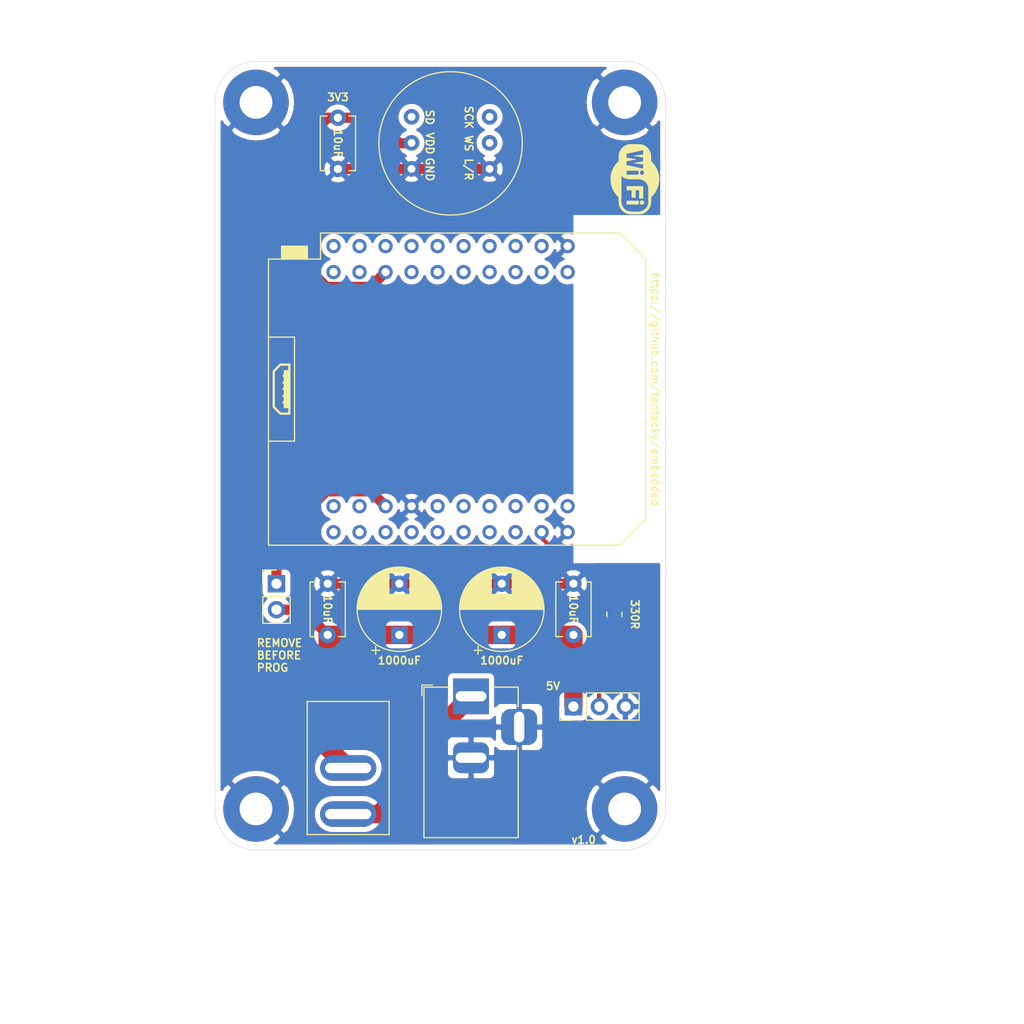
<source format=kicad_pcb>
(kicad_pcb (version 20171130) (host pcbnew "(5.1.10)-1")

  (general
    (thickness 1.6)
    (drawings 19)
    (tracks 38)
    (zones 0)
    (modules 18)
    (nets 42)
  )

  (page A4)
  (layers
    (0 F.Cu signal)
    (31 B.Cu signal)
    (32 B.Adhes user)
    (33 F.Adhes user)
    (34 B.Paste user)
    (35 F.Paste user)
    (36 B.SilkS user)
    (37 F.SilkS user)
    (38 B.Mask user)
    (39 F.Mask user)
    (40 Dwgs.User user hide)
    (41 Cmts.User user)
    (42 Eco1.User user)
    (43 Eco2.User user)
    (44 Edge.Cuts user)
    (45 Margin user)
    (46 B.CrtYd user hide)
    (47 F.CrtYd user hide)
    (48 B.Fab user hide)
    (49 F.Fab user hide)
  )

  (setup
    (last_trace_width 1)
    (user_trace_width 1)
    (user_trace_width 1.8)
    (trace_clearance 0.25)
    (zone_clearance 0.508)
    (zone_45_only no)
    (trace_min 0.2)
    (via_size 0.8)
    (via_drill 0.4)
    (via_min_size 0.4)
    (via_min_drill 0.3)
    (user_via 0.8 0.4)
    (user_via 1 0.8)
    (uvia_size 0.3)
    (uvia_drill 0.1)
    (uvias_allowed no)
    (uvia_min_size 0.2)
    (uvia_min_drill 0.1)
    (edge_width 0.05)
    (segment_width 0.2)
    (pcb_text_width 0.3)
    (pcb_text_size 1.5 1.5)
    (mod_edge_width 0.12)
    (mod_text_size 1 1)
    (mod_text_width 0.15)
    (pad_size 1.524 1.524)
    (pad_drill 0.762)
    (pad_to_mask_clearance 0)
    (aux_axis_origin 0 0)
    (visible_elements 7FFFFFFF)
    (pcbplotparams
      (layerselection 0x010fc_ffffffff)
      (usegerberextensions false)
      (usegerberattributes true)
      (usegerberadvancedattributes true)
      (creategerberjobfile true)
      (excludeedgelayer true)
      (linewidth 0.100000)
      (plotframeref false)
      (viasonmask false)
      (mode 1)
      (useauxorigin false)
      (hpglpennumber 1)
      (hpglpenspeed 20)
      (hpglpendiameter 15.000000)
      (psnegative false)
      (psa4output false)
      (plotreference true)
      (plotvalue true)
      (plotinvisibletext false)
      (padsonsilk false)
      (subtractmaskfromsilk false)
      (outputformat 1)
      (mirror false)
      (drillshape 1)
      (scaleselection 1)
      (outputdirectory ""))
  )

  (net 0 "")
  (net 1 GND)
  (net 2 +5V)
  (net 3 +3V3)
  (net 4 "Net-(J2-Pad2)")
  (net 5 "Net-(JP1-Pad1)")
  (net 6 STRIP)
  (net 7 "Net-(U1-Pad40)")
  (net 8 "Net-(U1-Pad39)")
  (net 9 "Net-(U1-Pad38)")
  (net 10 "Net-(U1-Pad37)")
  (net 11 "Net-(U1-Pad36)")
  (net 12 "Net-(U1-Pad34)")
  (net 13 "Net-(U1-Pad32)")
  (net 14 SCK)
  (net 15 "Net-(U1-Pad30)")
  (net 16 WS)
  (net 17 SD)
  (net 18 "Net-(U1-Pad27)")
  (net 19 "Net-(U1-Pad26)")
  (net 20 "Net-(U1-Pad25)")
  (net 21 "Net-(U1-Pad23)")
  (net 22 "Net-(U1-Pad21)")
  (net 23 "Net-(U1-Pad20)")
  (net 24 "Net-(U1-Pad19)")
  (net 25 "Net-(U1-Pad18)")
  (net 26 "Net-(U1-Pad17)")
  (net 27 "Net-(U1-Pad15)")
  (net 28 "Net-(U1-Pad14)")
  (net 29 "Net-(U1-Pad13)")
  (net 30 "Net-(U1-Pad12)")
  (net 31 "Net-(U1-Pad11)")
  (net 32 "Net-(U1-Pad10)")
  (net 33 "Net-(U1-Pad9)")
  (net 34 "Net-(U1-Pad8)")
  (net 35 "Net-(U1-Pad7)")
  (net 36 "Net-(U1-Pad6)")
  (net 37 "Net-(U1-Pad5)")
  (net 38 "Net-(U1-Pad4)")
  (net 39 "Net-(U1-Pad3)")
  (net 40 "Net-(U1-Pad2)")
  (net 41 "Net-(J1-Pad1)")

  (net_class Default "This is the default net class."
    (clearance 0.25)
    (trace_width 0.4)
    (via_dia 0.8)
    (via_drill 0.4)
    (uvia_dia 0.3)
    (uvia_drill 0.1)
    (add_net +3V3)
    (add_net +5V)
    (add_net GND)
    (add_net "Net-(J1-Pad1)")
    (add_net "Net-(J2-Pad2)")
    (add_net "Net-(JP1-Pad1)")
    (add_net "Net-(U1-Pad10)")
    (add_net "Net-(U1-Pad11)")
    (add_net "Net-(U1-Pad12)")
    (add_net "Net-(U1-Pad13)")
    (add_net "Net-(U1-Pad14)")
    (add_net "Net-(U1-Pad15)")
    (add_net "Net-(U1-Pad17)")
    (add_net "Net-(U1-Pad18)")
    (add_net "Net-(U1-Pad19)")
    (add_net "Net-(U1-Pad2)")
    (add_net "Net-(U1-Pad20)")
    (add_net "Net-(U1-Pad21)")
    (add_net "Net-(U1-Pad23)")
    (add_net "Net-(U1-Pad25)")
    (add_net "Net-(U1-Pad26)")
    (add_net "Net-(U1-Pad27)")
    (add_net "Net-(U1-Pad3)")
    (add_net "Net-(U1-Pad30)")
    (add_net "Net-(U1-Pad32)")
    (add_net "Net-(U1-Pad34)")
    (add_net "Net-(U1-Pad36)")
    (add_net "Net-(U1-Pad37)")
    (add_net "Net-(U1-Pad38)")
    (add_net "Net-(U1-Pad39)")
    (add_net "Net-(U1-Pad4)")
    (add_net "Net-(U1-Pad40)")
    (add_net "Net-(U1-Pad5)")
    (add_net "Net-(U1-Pad6)")
    (add_net "Net-(U1-Pad7)")
    (add_net "Net-(U1-Pad8)")
    (add_net "Net-(U1-Pad9)")
    (add_net SCK)
    (add_net SD)
    (add_net STRIP)
    (add_net WS)
  )

  (module _my:sw (layer F.Cu) (tedit 60E54556) (tstamp 60E5ADAD)
    (at 59 118 270)
    (path /60D7909A)
    (fp_text reference SW1 (at 0 8 270) (layer F.Fab)
      (effects (font (size 1 1) (thickness 0.15)))
    )
    (fp_text value SW_SPST (at 0 -6.35 270) (layer F.Fab)
      (effects (font (size 1 1) (thickness 0.15)))
    )
    (fp_line (start -6.5 -4) (end -6.5 4) (layer F.SilkS) (width 0.12))
    (fp_line (start 6.5 -4) (end 6.5 4) (layer F.SilkS) (width 0.12))
    (fp_line (start 6.5 -4) (end -6.5 -4) (layer F.SilkS) (width 0.12))
    (fp_line (start 6.5 4) (end -6.5 4) (layer F.SilkS) (width 0.12))
    (pad 2 thru_hole oval (at 0 0 270) (size 2.5 5.5) (drill oval 1 4.5) (layers *.Cu *.Mask)
      (net 2 +5V))
    (pad 1 thru_hole oval (at 4.5 0 270) (size 2.5 5.5) (drill oval 1 4.5) (layers *.Cu *.Mask)
      (net 41 "Net-(J1-Pad1)"))
  )

  (module _my:microusb (layer F.Cu) (tedit 0) (tstamp 60E5B1F3)
    (at 52.5 81 270)
    (fp_text reference G*** (at 0 0 90) (layer F.Fab) hide
      (effects (font (size 1.524 1.524) (thickness 0.3)))
    )
    (fp_text value LOGO (at 0.75 0 270) (layer F.Fab) hide
      (effects (font (size 1.524 1.524) (thickness 0.3)))
    )
    (fp_poly (pts (xy 2.49936 -0.360176) (xy 2.499274 -0.242508) (xy 2.498988 -0.143525) (xy 2.498456 -0.06159)
      (xy 2.497634 0.004933) (xy 2.496477 0.057677) (xy 2.49494 0.09828) (xy 2.492979 0.128376)
      (xy 2.490549 0.149601) (xy 2.487605 0.16359) (xy 2.484843 0.170684) (xy 2.474841 0.183285)
      (xy 2.45188 0.208624) (xy 2.417456 0.245157) (xy 2.373062 0.291339) (xy 2.320193 0.345626)
      (xy 2.260345 0.406472) (xy 2.195011 0.472333) (xy 2.131432 0.53594) (xy 1.792537 0.87376)
      (xy -1.792916 0.87376) (xy -2.146138 0.520537) (xy -2.49936 0.167315) (xy -2.49936 -0.287085)
      (xy -2.286001 -0.287085) (xy -2.286001 0.07607) (xy -1.993966 0.368235) (xy -1.701932 0.6604)
      (xy 1.691512 0.6604) (xy 1.988756 0.363284) (xy 2.285999 0.066169) (xy 2.285999 -0.292036)
      (xy 2.286 -0.65024) (xy 1.84912 -0.65024) (xy 1.84912 -0.21336) (xy 1.41224 -0.21336)
      (xy 1.41224 -0.1016) (xy 1.19888 -0.1016) (xy 1.19888 -0.21336) (xy 0.762 -0.21336)
      (xy 0.762 -0.1016) (xy 0.54864 -0.1016) (xy 0.54864 -0.21336) (xy 0.1016 -0.21336)
      (xy 0.1016 -0.1016) (xy -0.11176 -0.1016) (xy -0.11176 -0.21336) (xy -0.54864 -0.21336)
      (xy -0.54864 -0.1016) (xy -0.762 -0.1016) (xy -0.762 -0.21336) (xy -1.19888 -0.21336)
      (xy -1.19888 -0.1016) (xy -1.41224 -0.1016) (xy -1.41224 -0.21336) (xy -1.84912 -0.21336)
      (xy -1.84912 -0.65024) (xy -2.286 -0.65024) (xy -2.286001 -0.287085) (xy -2.49936 -0.287085)
      (xy -2.49936 -0.8636) (xy 2.49936 -0.8636) (xy 2.49936 -0.360176)) (layer F.SilkS) (width 0.01))
  )

  (module _my:wifi (layer F.Cu) (tedit 0) (tstamp 60E5B0DD)
    (at 87 60.5 270)
    (fp_text reference G*** (at 0 0 90) (layer B.CrtYd) hide
      (effects (font (size 1.524 1.524) (thickness 0.3)))
    )
    (fp_text value LOGO (at 0.75 0 90) (layer F.Fab) hide
      (effects (font (size 1.524 1.524) (thickness 0.3)))
    )
    (fp_poly (pts (xy 0.122441 -2.374048) (xy 0.292314 -2.357509) (xy 0.453273 -2.33171) (xy 0.608181 -2.295871)
      (xy 0.759902 -2.249214) (xy 0.911298 -2.19096) (xy 1.065235 -2.120333) (xy 1.076648 -2.114672)
      (xy 1.122308 -2.091486) (xy 1.16321 -2.069595) (xy 1.201628 -2.047532) (xy 1.23984 -2.023828)
      (xy 1.280119 -1.997015) (xy 1.324742 -1.965626) (xy 1.375984 -1.928191) (xy 1.436121 -1.883244)
      (xy 1.440543 -1.879913) (xy 1.48775 -1.844337) (xy 1.525109 -1.816022) (xy 1.554338 -1.793466)
      (xy 1.577157 -1.775164) (xy 1.595286 -1.759613) (xy 1.610443 -1.745309) (xy 1.624349 -1.730748)
      (xy 1.638723 -1.714427) (xy 1.655283 -1.694842) (xy 1.663901 -1.68457) (xy 1.683156 -1.661688)
      (xy 1.699843 -1.643024) (xy 1.715664 -1.628116) (xy 1.732322 -1.616501) (xy 1.751521 -1.607717)
      (xy 1.774964 -1.601299) (xy 1.804354 -1.596787) (xy 1.841395 -1.593715) (xy 1.887789 -1.591623)
      (xy 1.945241 -1.590046) (xy 2.015452 -1.588522) (xy 2.017486 -1.588478) (xy 2.119682 -1.585737)
      (xy 2.209156 -1.582052) (xy 2.287682 -1.577211) (xy 2.357033 -1.571001) (xy 2.418983 -1.563209)
      (xy 2.475307 -1.553624) (xy 2.527777 -1.542031) (xy 2.578169 -1.528219) (xy 2.613451 -1.517017)
      (xy 2.732695 -1.469628) (xy 2.845685 -1.409611) (xy 2.95153 -1.337824) (xy 3.049343 -1.255123)
      (xy 3.138235 -1.162368) (xy 3.217317 -1.060415) (xy 3.285701 -0.950121) (xy 3.342497 -0.832346)
      (xy 3.35493 -0.801449) (xy 3.370365 -0.760949) (xy 3.381695 -0.729054) (xy 3.390302 -0.700934)
      (xy 3.397572 -0.671759) (xy 3.404889 -0.636699) (xy 3.410523 -0.607417) (xy 3.413355 -0.591899)
      (xy 3.415802 -0.576607) (xy 3.417893 -0.560403) (xy 3.419656 -0.54215) (xy 3.421117 -0.520709)
      (xy 3.422306 -0.494943) (xy 3.423249 -0.463714) (xy 3.423974 -0.425885) (xy 3.42451 -0.380317)
      (xy 3.424884 -0.325872) (xy 3.425124 -0.261414) (xy 3.425257 -0.185803) (xy 3.425312 -0.097902)
      (xy 3.425317 -0.001446) (xy 3.425195 0.108034) (xy 3.42486 0.207551) (xy 3.42432 0.296515)
      (xy 3.423581 0.374337) (xy 3.422653 0.440426) (xy 3.421542 0.494192) (xy 3.420257 0.535045)
      (xy 3.418806 0.562395) (xy 3.417675 0.573315) (xy 3.391697 0.692697) (xy 3.352327 0.809965)
      (xy 3.299054 0.926605) (xy 3.291356 0.94128) (xy 3.228627 1.04529) (xy 3.15481 1.143368)
      (xy 3.071433 1.234209) (xy 2.980024 1.316509) (xy 2.882108 1.388964) (xy 2.779214 1.450267)
      (xy 2.672869 1.499115) (xy 2.613811 1.520089) (xy 2.567807 1.534122) (xy 2.524165 1.545962)
      (xy 2.480989 1.555838) (xy 2.436381 1.563978) (xy 2.388443 1.570611) (xy 2.335278 1.575965)
      (xy 2.274988 1.58027) (xy 2.205678 1.583754) (xy 2.125448 1.586646) (xy 2.042886 1.588918)
      (xy 1.962719 1.591132) (xy 1.896509 1.59347) (xy 1.8437 1.595965) (xy 1.803736 1.598646)
      (xy 1.77606 1.601547) (xy 1.760115 1.604696) (xy 1.759857 1.60478) (xy 1.733955 1.618442)
      (xy 1.706107 1.641761) (xy 1.698171 1.650012) (xy 1.676683 1.673394) (xy 1.650631 1.701628)
      (xy 1.625339 1.728943) (xy 1.623252 1.731192) (xy 1.605436 1.748331) (xy 1.577476 1.772611)
      (xy 1.541029 1.802728) (xy 1.497752 1.837375) (xy 1.449305 1.875246) (xy 1.397344 1.915035)
      (xy 1.343527 1.955436) (xy 1.289512 1.995143) (xy 1.273629 2.006644) (xy 1.234722 2.032522)
      (xy 1.185253 2.062033) (xy 1.128212 2.093611) (xy 1.066586 2.125689) (xy 1.003364 2.1567)
      (xy 0.941535 2.185076) (xy 0.897782 2.203724) (xy 0.751358 2.257423) (xy 0.597794 2.301949)
      (xy 0.439879 2.336831) (xy 0.280402 2.361599) (xy 0.122154 2.375783) (xy -0.032076 2.378911)
      (xy -0.119743 2.3754) (xy -0.303538 2.357726) (xy -0.479265 2.328623) (xy -0.648215 2.287752)
      (xy -0.811681 2.234778) (xy -0.970954 2.169364) (xy -1.045029 2.134077) (xy -1.094212 2.109063)
      (xy -1.139036 2.084914) (xy -1.18178 2.060164) (xy -1.224721 2.033347) (xy -1.270137 2.002995)
      (xy -1.320307 1.967643) (xy -1.377508 1.925824) (xy -1.433286 1.884153) (xy -1.485587 1.844488)
      (xy -1.527918 1.811538) (xy -1.562179 1.783667) (xy -1.590271 1.759237) (xy -1.614094 1.736612)
      (xy -1.63555 1.714155) (xy -1.651054 1.696644) (xy -1.672681 1.671513) (xy -1.691214 1.650868)
      (xy -1.708324 1.634238) (xy -1.72568 1.621153) (xy -1.744954 1.611142) (xy -1.767816 1.603734)
      (xy -1.795938 1.598459) (xy -1.83099 1.594846) (xy -1.874642 1.592424) (xy -1.928566 1.590723)
      (xy -1.994432 1.589272) (xy -2.035145 1.588434) (xy -2.128931 1.586127) (xy -2.210103 1.583258)
      (xy -2.280558 1.579598) (xy -2.342194 1.574914) (xy -2.396908 1.568977) (xy -2.446596 1.561556)
      (xy -2.493155 1.552421) (xy -2.538483 1.541341) (xy -2.584476 1.528085) (xy -2.617211 1.517674)
      (xy -2.695447 1.487342) (xy -2.777884 1.44691) (xy -2.860906 1.398504) (xy -2.940897 1.344254)
      (xy -2.984345 1.309915) (xy -0.388257 1.309915) (xy 0.805543 1.31408) (xy 0.977778 1.314669)
      (xy 1.136122 1.31518) (xy 1.281195 1.31561) (xy 1.413621 1.315955) (xy 1.534021 1.316212)
      (xy 1.643016 1.316378) (xy 1.74123 1.316448) (xy 1.829284 1.31642) (xy 1.9078 1.316289)
      (xy 1.977401 1.316052) (xy 2.038708 1.315706) (xy 2.092343 1.315246) (xy 2.138929 1.31467)
      (xy 2.179087 1.313974) (xy 2.213439 1.313154) (xy 2.242608 1.312207) (xy 2.267216 1.311129)
      (xy 2.287884 1.309916) (xy 2.305235 1.308565) (xy 2.319891 1.307073) (xy 2.332473 1.305436)
      (xy 2.333171 1.305334) (xy 2.450442 1.281174) (xy 2.561346 1.244557) (xy 2.66514 1.196123)
      (xy 2.761082 1.136507) (xy 2.84843 1.06635) (xy 2.926441 0.986287) (xy 2.994372 0.896958)
      (xy 3.051481 0.798999) (xy 3.097025 0.69305) (xy 3.116681 0.63228) (xy 3.127568 0.592651)
      (xy 3.136821 0.554335) (xy 3.144559 0.515784) (xy 3.150901 0.475453) (xy 3.155964 0.431796)
      (xy 3.159869 0.383266) (xy 3.162733 0.328318) (xy 3.164676 0.265405) (xy 3.165816 0.192981)
      (xy 3.166272 0.109501) (xy 3.166163 0.013418) (xy 3.166069 -0.010885) (xy 3.165452 -0.111049)
      (xy 3.164472 -0.19801) (xy 3.163063 -0.27308) (xy 3.161158 -0.337569) (xy 3.158691 -0.392785)
      (xy 3.155596 -0.44004) (xy 3.151807 -0.480642) (xy 3.147258 -0.515901) (xy 3.141883 -0.547128)
      (xy 3.138085 -0.565135) (xy 3.108901 -0.665235) (xy 3.067194 -0.76554) (xy 3.01457 -0.862947)
      (xy 2.952638 -0.954354) (xy 2.907493 -1.009836) (xy 2.878739 -1.038539) (xy 2.839749 -1.071587)
      (xy 2.793354 -1.107009) (xy 2.742386 -1.142834) (xy 2.689675 -1.177089) (xy 2.638053 -1.207802)
      (xy 2.590352 -1.233003) (xy 2.579914 -1.23796) (xy 2.52004 -1.26191) (xy 2.452308 -1.28278)
      (xy 2.383322 -1.298717) (xy 2.33699 -1.30605) (xy 2.319037 -1.307322) (xy 2.287866 -1.308478)
      (xy 2.244746 -1.309518) (xy 2.190947 -1.310442) (xy 2.127738 -1.311249) (xy 2.056387 -1.31194)
      (xy 1.978165 -1.312515) (xy 1.894339 -1.312973) (xy 1.80618 -1.313315) (xy 1.714955 -1.31354)
      (xy 1.621935 -1.313649) (xy 1.528389 -1.313641) (xy 1.435584 -1.313517) (xy 1.344792 -1.313276)
      (xy 1.25728 -1.312919) (xy 1.174317 -1.312446) (xy 1.097174 -1.311856) (xy 1.027118 -1.311149)
      (xy 0.96542 -1.310326) (xy 0.913347 -1.309386) (xy 0.87217 -1.308329) (xy 0.843157 -1.307157)
      (xy 0.828993 -1.306066) (xy 0.732208 -1.287259) (xy 0.634529 -1.255543) (xy 0.538646 -1.212074)
      (xy 0.447246 -1.158011) (xy 0.391886 -1.118025) (xy 0.301285 -1.041077) (xy 0.224474 -0.962095)
      (xy 0.160768 -0.880084) (xy 0.10948 -0.794046) (xy 0.069924 -0.702987) (xy 0.042646 -0.611171)
      (xy 0.035122 -0.579583) (xy 0.028637 -0.551897) (xy 0.023114 -0.526795) (xy 0.018474 -0.502961)
      (xy 0.014639 -0.479079) (xy 0.011532 -0.453833) (xy 0.009074 -0.425905) (xy 0.007188 -0.39398)
      (xy 0.005794 -0.35674) (xy 0.004817 -0.31287) (xy 0.004176 -0.261053) (xy 0.003795 -0.199972)
      (xy 0.003596 -0.128311) (xy 0.0035 -0.044753) (xy 0.00343 0.0508) (xy 0.003287 0.159604)
      (xy 0.002989 0.255155) (xy 0.002452 0.338711) (xy 0.001591 0.411534) (xy 0.000322 0.474884)
      (xy -0.001438 0.530021) (xy -0.003776 0.578206) (xy -0.006773 0.620697) (xy -0.010516 0.658757)
      (xy -0.015087 0.693644) (xy -0.020572 0.726619) (xy -0.027054 0.758943) (xy -0.034618 0.791876)
      (xy -0.043347 0.826677) (xy -0.050168 0.852715) (xy -0.079737 0.949765) (xy -0.113937 1.033963)
      (xy -0.153513 1.106442) (xy -0.199206 1.168332) (xy -0.251761 1.220767) (xy -0.31192 1.264878)
      (xy -0.326571 1.273767) (xy -0.388257 1.309915) (xy -2.984345 1.309915) (xy -3.014241 1.286288)
      (xy -3.0226 1.279028) (xy -3.111229 1.19186) (xy -3.190616 1.094722) (xy -3.259887 0.9893)
      (xy -3.318165 0.877282) (xy -3.364578 0.760353) (xy -3.398249 0.640202) (xy -3.418304 0.518514)
      (xy -3.418629 0.515408) (xy -3.420461 0.488774) (xy -3.421943 0.447843) (xy -3.423076 0.392827)
      (xy -3.423856 0.323941) (xy -3.424283 0.241396) (xy -3.424354 0.145407) (xy -3.424067 0.036185)
      (xy -3.423615 -0.054428) (xy -3.420716 -0.547914) (xy -3.40189 -0.63186) (xy -3.366739 -0.755891)
      (xy -3.346612 -0.805542) (xy -2.83718 -0.805542) (xy -2.832866 -0.781957) (xy -2.829741 -0.766512)
      (xy -2.824097 -0.740163) (xy -2.816642 -0.706156) (xy -2.808083 -0.667736) (xy -2.804798 -0.653142)
      (xy -2.794129 -0.605802) (xy -2.781704 -0.550552) (xy -2.768929 -0.493647) (xy -2.75721 -0.441343)
      (xy -2.755075 -0.4318) (xy -2.74412 -0.382825) (xy -2.731293 -0.325488) (xy -2.717891 -0.265588)
      (xy -2.705213 -0.208928) (xy -2.699871 -0.185057) (xy -2.688593 -0.13463) (xy -2.677291 -0.084024)
      (xy -2.665484 -0.031078) (xy -2.652693 0.026367) (xy -2.638435 0.090468) (xy -2.622232 0.163386)
      (xy -2.603601 0.247279) (xy -2.593651 0.2921) (xy -2.582769 0.340954) (xy -2.570958 0.393709)
      (xy -2.559442 0.444913) (xy -2.549444 0.489116) (xy -2.546799 0.500743) (xy -2.536434 0.546685)
      (xy -2.524918 0.598466) (xy -2.513895 0.648661) (xy -2.507425 0.678543) (xy -2.499438 0.715179)
      (xy -2.491804 0.749224) (xy -2.485425 0.776707) (xy -2.481425 0.792843) (xy -2.474126 0.820058)
      (xy -2.09859 0.820058) (xy -2.094536 0.792843) (xy -2.09149 0.769988) (xy -2.088046 0.740696)
      (xy -2.086059 0.722086) (xy -2.083656 0.702596) (xy -2.0793 0.671386) (xy -2.073377 0.631064)
      (xy -2.066274 0.584234) (xy -2.058379 0.533502) (xy -2.053177 0.500743) (xy -2.044935 0.449399)
      (xy -2.037163 0.401356) (xy -2.029506 0.354484) (xy -2.021607 0.30665) (xy -2.01311 0.255723)
      (xy -2.003659 0.19957) (xy -1.992898 0.13606) (xy -1.980471 0.063061) (xy -1.966022 -0.021559)
      (xy -1.961924 -0.045525) (xy -1.95506 -0.083681) (xy -1.948639 -0.115745) (xy -1.943165 -0.139472)
      (xy -1.939142 -0.152614) (xy -1.937511 -0.154382) (xy -1.933938 -0.144806) (xy -1.928201 -0.122795)
      (xy -1.920684 -0.090202) (xy -1.911769 -0.04888) (xy -1.901842 -0.000684) (xy -1.891284 0.052533)
      (xy -1.880481 0.108918) (xy -1.869816 0.166617) (xy -1.861994 0.210458) (xy -1.852169 0.266448)
      (xy -1.841148 0.329207) (xy -1.829955 0.392899) (xy -1.819616 0.451685) (xy -1.814174 0.4826)
      (xy -1.80544 0.534174) (xy -1.796556 0.590056) (xy -1.788325 0.644972) (xy -1.781549 0.69365)
      (xy -1.778856 0.714829) (xy -1.766541 0.816429) (xy -1.374579 0.820285) (xy -1.361583 0.742157)
      (xy -1.355208 0.706204) (xy -1.346619 0.661084) (xy -1.336797 0.611788) (xy -1.326723 0.563307)
      (xy -1.323419 0.547915) (xy -1.304336 0.460175) (xy -1.282871 0.362002) (xy -1.259844 0.257119)
      (xy -1.236075 0.14925) (xy -1.212384 0.042116) (xy -1.189593 -0.060557) (xy -1.168522 -0.155048)
      (xy -1.168302 -0.156028) (xy -1.157024 -0.206484) (xy -1.145771 -0.256885) (xy -1.134067 -0.309369)
      (xy -1.122152 -0.362857) (xy -0.827314 -0.362857) (xy -0.827314 0.805543) (xy -0.449943 0.805543)
      (xy -0.449943 -0.362857) (xy -0.827314 -0.362857) (xy -1.122152 -0.362857) (xy -1.121435 -0.366074)
      (xy -1.107401 -0.429137) (xy -1.091488 -0.500698) (xy -1.073219 -0.582894) (xy -1.059783 -0.643367)
      (xy -1.051841 -0.67979) (xy -0.854236 -0.67979) (xy -0.848329 -0.634637) (xy -0.832014 -0.592561)
      (xy -0.80506 -0.55575) (xy -0.772124 -0.5293) (xy -0.726904 -0.508723) (xy -0.674502 -0.496763)
      (xy -0.619734 -0.493868) (xy -0.567413 -0.500484) (xy -0.542448 -0.507953) (xy -0.499056 -0.531448)
      (xy -0.464219 -0.56491) (xy -0.438832 -0.605983) (xy -0.423787 -0.652305) (xy -0.419979 -0.701519)
      (xy -0.4283 -0.751265) (xy -0.43935 -0.780097) (xy -0.467752 -0.825454) (xy -0.504718 -0.859286)
      (xy -0.550509 -0.881746) (xy -0.605388 -0.892986) (xy -0.635573 -0.894443) (xy -0.669091 -0.8938)
      (xy -0.693839 -0.890778) (xy -0.715501 -0.884287) (xy -0.735706 -0.875241) (xy -0.778387 -0.847478)
      (xy -0.811811 -0.811866) (xy -0.835747 -0.770591) (xy -0.849966 -0.725837) (xy -0.854236 -0.67979)
      (xy -1.051841 -0.67979) (xy -1.050467 -0.686091) (xy -1.042376 -0.72472) (xy -1.036016 -0.756706)
      (xy -1.031894 -0.779503) (xy -1.030514 -0.790324) (xy -1.030836 -0.794752) (xy -1.032847 -0.798226)
      (xy -1.03812 -0.80086) (xy -1.048227 -0.802772) (xy -1.06474 -0.804076) (xy -1.089229 -0.804889)
      (xy -1.123268 -0.805328) (xy -1.168427 -0.805507) (xy -1.226278 -0.805542) (xy -1.443018 -0.805542)
      (xy -1.447236 -0.785585) (xy -1.449488 -0.771775) (xy -1.452993 -0.746467) (xy -1.457371 -0.712587)
      (xy -1.462238 -0.67306) (xy -1.465466 -0.645885) (xy -1.470835 -0.60093) (xy -1.47756 -0.546042)
      (xy -1.485086 -0.485678) (xy -1.492856 -0.424293) (xy -1.500314 -0.366343) (xy -1.50124 -0.359228)
      (xy -1.509139 -0.298381) (xy -1.517948 -0.230079) (xy -1.526963 -0.159809) (xy -1.535481 -0.093058)
      (xy -1.542674 -0.036285) (xy -1.54871 0.010159) (xy -1.554499 0.052054) (xy -1.559699 0.087143)
      (xy -1.563972 0.113166) (xy -1.566978 0.127866) (xy -1.567696 0.129975) (xy -1.574119 0.134655)
      (xy -1.580906 0.124826) (xy -1.588056 0.100491) (xy -1.595568 0.061651) (xy -1.600183 0.031843)
      (xy -1.603153 0.011647) (xy -1.606455 -0.010001) (xy -1.610293 -0.034322) (xy -1.614874 -0.062534)
      (xy -1.620404 -0.095858) (xy -1.62709 -0.135512) (xy -1.635138 -0.182717) (xy -1.644754 -0.238692)
      (xy -1.656144 -0.304656) (xy -1.669516 -0.38183) (xy -1.685075 -0.471432) (xy -1.69431 -0.524561)
      (xy -1.703435 -0.577785) (xy -1.711958 -0.628895) (xy -1.719472 -0.675343) (xy -1.72557 -0.714579)
      (xy -1.729847 -0.744056) (xy -1.731653 -0.758603) (xy -1.736462 -0.805542) (xy -2.111552 -0.805542)
      (xy -2.114891 -0.789214) (xy -2.117358 -0.776328) (xy -2.121817 -0.752263) (xy -2.127698 -0.72013)
      (xy -2.134429 -0.683034) (xy -2.13655 -0.671285) (xy -2.14473 -0.626023) (xy -2.154452 -0.572385)
      (xy -2.164647 -0.516272) (xy -2.174241 -0.463585) (xy -2.176731 -0.449942) (xy -2.196356 -0.342022)
      (xy -2.213366 -0.247522) (xy -2.227897 -0.165612) (xy -2.240086 -0.095463) (xy -2.25007 -0.036244)
      (xy -2.257986 0.012876) (xy -2.26397 0.052725) (xy -2.26816 0.084135) (xy -2.270692 0.107936)
      (xy -2.271703 0.124958) (xy -2.271727 0.126464) (xy -2.271969 0.148772) (xy -2.286242 0.131639)
      (xy -2.296732 0.111608) (xy -2.300447 0.091725) (xy -2.300644 0.085249) (xy -2.301354 0.075719)
      (xy -2.302712 0.062103) (xy -2.304851 0.043372) (xy -2.307904 0.018496) (xy -2.312006 -0.013555)
      (xy -2.317291 -0.05381) (xy -2.323891 -0.103299) (xy -2.33194 -0.163053) (xy -2.341573 -0.234101)
      (xy -2.352923 -0.317472) (xy -2.366049 -0.413657) (xy -2.372558 -0.461644) (xy -2.379452 -0.513049)
      (xy -2.386464 -0.56583) (xy -2.39333 -0.617945) (xy -2.399783 -0.667349) (xy -2.405558 -0.712002)
      (xy -2.410387 -0.74986) (xy -2.414007 -0.778881) (xy -2.416149 -0.797022) (xy -2.416629 -0.802191)
      (xy -2.423585 -0.803045) (xy -2.44325 -0.803818) (xy -2.47382 -0.804483) (xy -2.513489 -0.80501)
      (xy -2.560453 -0.80537) (xy -2.612905 -0.805535) (xy -2.626904 -0.805542) (xy -2.83718 -0.805542)
      (xy -3.346612 -0.805542) (xy -3.31836 -0.875235) (xy -3.257575 -0.988849) (xy -3.185205 -1.095689)
      (xy -3.102072 -1.194712) (xy -3.008997 -1.284875) (xy -2.906802 -1.365133) (xy -2.79631 -1.434445)
      (xy -2.751113 -1.4583) (xy -2.703606 -1.48) (xy -2.648282 -1.50192) (xy -2.590172 -1.522307)
      (xy -2.534303 -1.539405) (xy -2.485704 -1.55146) (xy -2.481943 -1.552221) (xy -2.428892 -1.561466)
      (xy -2.370156 -1.569206) (xy -2.304093 -1.575566) (xy -2.22906 -1.580671) (xy -2.143417 -1.584647)
      (xy -2.045522 -1.587619) (xy -2.0066 -1.588475) (xy -1.927671 -1.590297) (xy -1.863058 -1.592314)
      (xy -1.812562 -1.594536) (xy -1.775987 -1.596974) (xy -1.753134 -1.599637) (xy -1.744609 -1.601931)
      (xy -1.732491 -1.611217) (xy -1.714312 -1.628039) (xy -1.693634 -1.649065) (xy -1.689829 -1.653139)
      (xy -1.663536 -1.6803) (xy -1.629577 -1.713544) (xy -1.590424 -1.750622) (xy -1.548547 -1.789285)
      (xy -1.50642 -1.827286) (xy -1.466511 -1.862376) (xy -1.431293 -1.892305) (xy -1.403238 -1.914827)
      (xy -1.397379 -1.919223) (xy -1.294405 -1.989374) (xy -1.179092 -2.057845) (xy -1.053604 -2.123455)
      (xy -0.920107 -2.185021) (xy -0.878114 -2.202818) (xy -0.737526 -2.255226) (xy -0.590068 -2.298984)
      (xy -0.438494 -2.333623) (xy -0.285559 -2.35867) (xy -0.134016 -2.373654) (xy 0.013381 -2.378105)
      (xy 0.122441 -2.374048)) (layer F.SilkS) (width 0.01))
    (fp_poly (pts (xy 1.886857 -0.413657) (xy 1.074057 -0.413657) (xy 1.074057 -0.065314) (xy 1.799771 -0.065314)
      (xy 1.799771 0.319315) (xy 1.074057 0.319315) (xy 1.074057 0.8128) (xy 0.682171 0.8128)
      (xy 0.682171 -0.8128) (xy 1.886857 -0.8128) (xy 1.886857 -0.413657)) (layer F.SilkS) (width 0.01))
    (fp_poly (pts (xy 2.467429 0.8128) (xy 2.104571 0.8128) (xy 2.104571 -0.370114) (xy 2.467429 -0.370114)
      (xy 2.467429 0.8128)) (layer F.SilkS) (width 0.01))
    (fp_poly (pts (xy 2.317202 -0.902551) (xy 2.340102 -0.8991) (xy 2.360851 -0.891532) (xy 2.379129 -0.882076)
      (xy 2.412652 -0.860238) (xy 2.439045 -0.834449) (xy 2.462204 -0.800503) (xy 2.47288 -0.780922)
      (xy 2.483347 -0.757851) (xy 2.489305 -0.735527) (xy 2.491943 -0.708171) (xy 2.492435 -0.6858)
      (xy 2.491971 -0.65427) (xy 2.489247 -0.631598) (xy 2.483037 -0.612162) (xy 2.472112 -0.590344)
      (xy 2.471243 -0.58877) (xy 2.4447 -0.550494) (xy 2.411765 -0.522399) (xy 2.368637 -0.501249)
      (xy 2.368072 -0.501035) (xy 2.340124 -0.492866) (xy 2.306808 -0.486529) (xy 2.273369 -0.482691)
      (xy 2.245049 -0.482018) (xy 2.231571 -0.483666) (xy 2.178356 -0.502768) (xy 2.135893 -0.531556)
      (xy 2.104465 -0.569665) (xy 2.084351 -0.616733) (xy 2.075833 -0.672396) (xy 2.075543 -0.6858)
      (xy 2.081693 -0.744425) (xy 2.099498 -0.795387) (xy 2.127991 -0.837687) (xy 2.166205 -0.870325)
      (xy 2.213172 -0.8923) (xy 2.267926 -0.902615) (xy 2.286 -0.903287) (xy 2.317202 -0.902551)) (layer F.SilkS) (width 0.01))
  )

  (module _my:INMP441 (layer F.Cu) (tedit 60E53DF0) (tstamp 60D72372)
    (at 69 57 180)
    (path /60D57530)
    (fp_text reference U2 (at 0 8.636 180) (layer F.Fab)
      (effects (font (size 1 1) (thickness 0.15)))
    )
    (fp_text value INMP441 (at 0 -8.382 180) (layer F.Fab)
      (effects (font (size 1 1) (thickness 0.15)))
    )
    (fp_circle (center 0 0) (end 7 0) (layer F.SilkS) (width 0.12))
    (fp_text user L/R (at -1.778 -2.54 270 unlocked) (layer F.SilkS)
      (effects (font (size 0.75 0.75) (thickness 0.15)))
    )
    (fp_text user WS (at -1.778 0 270 unlocked) (layer F.SilkS)
      (effects (font (size 0.75 0.75) (thickness 0.15)))
    )
    (fp_text user SCK (at -1.778 2.54 270 unlocked) (layer F.SilkS)
      (effects (font (size 0.75 0.75) (thickness 0.15)))
    )
    (fp_text user GND (at 2.032 -2.54 270 unlocked) (layer F.SilkS)
      (effects (font (size 0.75 0.75) (thickness 0.15)))
    )
    (fp_text user VDD (at 2.032 0 270 unlocked) (layer F.SilkS)
      (effects (font (size 0.75 0.75) (thickness 0.15)))
    )
    (fp_text user SD (at 2.032 2.54 270 unlocked) (layer F.SilkS)
      (effects (font (size 0.75 0.75) (thickness 0.15)))
    )
    (pad 1 thru_hole circle (at -3.81 -2.492 180) (size 1.524 1.524) (drill 0.762) (layers *.Cu *.Mask)
      (net 1 GND))
    (pad 2 thru_hole circle (at -3.81 0.048 180) (size 1.524 1.524) (drill 0.762) (layers *.Cu *.Mask)
      (net 16 WS))
    (pad 3 thru_hole circle (at -3.81 2.588 180) (size 1.524 1.524) (drill 0.762) (layers *.Cu *.Mask)
      (net 14 SCK))
    (pad 4 thru_hole circle (at 3.81 -2.492 180) (size 1.524 1.524) (drill 0.762) (layers *.Cu *.Mask)
      (net 1 GND))
    (pad 5 thru_hole circle (at 3.81 0.048 180) (size 1.524 1.524) (drill 0.762) (layers *.Cu *.Mask)
      (net 3 +3V3))
    (pad 6 thru_hole circle (at 3.81 2.588 180) (size 1.524 1.524) (drill 0.762) (layers *.Cu *.Mask)
      (net 17 SD))
  )

  (module ESP32_mini:ESP32_mini (layer F.Cu) (tedit 60E53342) (tstamp 60D66038)
    (at 69 81 270)
    (path /60573223)
    (fp_text reference U1 (at -3.81 1.27 270) (layer F.Fab)
      (effects (font (size 1 1) (thickness 0.15)))
    )
    (fp_text value "ESP32 MINI" (at 0 -1.27 270) (layer F.Fab)
      (effects (font (size 1 1) (thickness 0.15)))
    )
    (fp_line (start 13.97 12.7) (end 11.43 12.7) (layer Dwgs.User) (width 0.12))
    (fp_line (start 13.97 13.97) (end 13.97 12.7) (layer Dwgs.User) (width 0.12))
    (fp_line (start 11.43 13.97) (end 13.97 13.97) (layer Dwgs.User) (width 0.12))
    (fp_line (start 11.43 12.7) (end 11.43 13.97) (layer Dwgs.User) (width 0.12))
    (fp_line (start 13.97 15.24) (end 13.97 16.51) (layer Dwgs.User) (width 0.12))
    (fp_line (start 11.43 15.24) (end 13.97 15.24) (layer Dwgs.User) (width 0.12))
    (fp_line (start 11.43 16.51) (end 11.43 15.24) (layer Dwgs.User) (width 0.12))
    (fp_line (start 13.97 16.51) (end 11.43 16.51) (layer Dwgs.User) (width 0.12))
    (fp_line (start 5.08 15.24) (end 5.08 17.78) (layer F.SilkS) (width 0.12))
    (fp_line (start -5.08 15.24) (end 5.08 15.24) (layer F.SilkS) (width 0.12))
    (fp_line (start -5.08 17.78) (end -5.08 15.24) (layer F.SilkS) (width 0.12))
    (fp_line (start -12.7 17.78) (end 15.24 17.78) (layer F.SilkS) (width 0.12))
    (fp_line (start 15.24 -16.51) (end 11.43 -12.7) (layer Dwgs.User) (width 0.12))
    (fp_line (start 12.7 -19.05) (end 6.35 -12.7) (layer Dwgs.User) (width 0.12))
    (fp_line (start 8.89 -19.05) (end 2.54 -12.7) (layer Dwgs.User) (width 0.12))
    (fp_line (start 5.08 -19.05) (end -1.27 -12.7) (layer Dwgs.User) (width 0.12))
    (fp_line (start 1.27 -19.05) (end -5.08 -12.7) (layer Dwgs.User) (width 0.12))
    (fp_line (start -2.54 -19.05) (end -8.89 -12.7) (layer Dwgs.User) (width 0.12))
    (fp_line (start -6.35 -19.05) (end -12.7 -12.7) (layer Dwgs.User) (width 0.12))
    (fp_line (start -10.16 -19.05) (end -15.24 -13.97) (layer Dwgs.User) (width 0.12))
    (fp_line (start -15.24 -19.05) (end -15.24 -12.7) (layer Dwgs.User) (width 0.12))
    (fp_line (start 15.24 -19.05) (end -15.24 -19.05) (layer Dwgs.User) (width 0.12))
    (fp_line (start 15.24 -12.7) (end 15.24 -19.05) (layer Dwgs.User) (width 0.12))
    (fp_line (start -15.24 -12.7) (end 15.24 -12.7) (layer Dwgs.User) (width 0.12))
    (fp_poly (pts (xy -13.97 16.51) (xy -13.97 13.97) (xy -12.7 13.97) (xy -12.7 16.51)) (layer F.SilkS) (width 0.1))
    (fp_line (start -15.24 12.7) (end -12.7 12.7) (layer F.SilkS) (width 0.12))
    (fp_line (start -15.24 -16.51) (end -15.24 12.7) (layer F.SilkS) (width 0.12))
    (fp_line (start 15.24 -16.51) (end 15.24 17.78) (layer F.SilkS) (width 0.12))
    (fp_line (start -12.7 -19.05) (end -11.43 -19.05) (layer F.SilkS) (width 0.12))
    (fp_line (start -12.7 -19.05) (end -15.24 -16.51) (layer F.SilkS) (width 0.12))
    (fp_line (start 12.7 -19.05) (end 15.24 -16.51) (layer F.SilkS) (width 0.12))
    (fp_line (start 12.7 -19.05) (end -11.43 -19.05) (layer F.SilkS) (width 0.12))
    (fp_line (start -12.7 12.7) (end -12.7 17.78) (layer F.SilkS) (width 0.12))
    (fp_text user IO_02 (at 12.7 13.335 270) (layer Dwgs.User)
      (effects (font (size 0.5 0.5) (thickness 0.125)))
    )
    (fp_text user PWR (at 12.573 15.875 270) (layer Dwgs.User)
      (effects (font (size 0.5 0.5) (thickness 0.125)))
    )
    (fp_text user USB (at 0 20.32 270) (layer F.Fab)
      (effects (font (size 1 1) (thickness 0.15)))
    )
    (fp_text user "NO COPPER - KEEP OUT" (at 0 -15.24 270) (layer Dwgs.User)
      (effects (font (size 1 1) (thickness 0.15)))
    )
    (fp_text user RST (at -11.43 15.24 270) (layer F.Fab)
      (effects (font (size 1 1) (thickness 0.15)))
    )
    (pad 40 thru_hole circle (at 13.97 11.43 180) (size 1.4 1.4) (drill 0.8) (layers *.Cu *.Mask)
      (net 7 "Net-(U1-Pad40)"))
    (pad 39 thru_hole circle (at 11.43 11.43 180) (size 1.4 1.4) (drill 0.8) (layers *.Cu *.Mask)
      (net 8 "Net-(U1-Pad39)"))
    (pad 38 thru_hole circle (at 13.97 8.89 180) (size 1.4 1.4) (drill 0.8) (layers *.Cu *.Mask)
      (net 9 "Net-(U1-Pad38)"))
    (pad 37 thru_hole circle (at 11.43 8.89 180) (size 1.4 1.4) (drill 0.8) (layers *.Cu *.Mask)
      (net 10 "Net-(U1-Pad37)"))
    (pad 36 thru_hole circle (at 13.97 6.35 180) (size 1.4 1.4) (drill 0.8) (layers *.Cu *.Mask)
      (net 11 "Net-(U1-Pad36)"))
    (pad 35 thru_hole circle (at 11.43 6.35 180) (size 1.4 1.4) (drill 0.8) (layers *.Cu *.Mask)
      (net 5 "Net-(JP1-Pad1)"))
    (pad 34 thru_hole circle (at 13.97 3.81 180) (size 1.4 1.4) (drill 0.8) (layers *.Cu *.Mask)
      (net 12 "Net-(U1-Pad34)"))
    (pad 33 thru_hole circle (at 11.43 3.81 180) (size 1.4 1.4) (drill 0.8) (layers *.Cu *.Mask)
      (net 1 GND))
    (pad 32 thru_hole circle (at 13.97 1.27 180) (size 1.4 1.4) (drill 0.8) (layers *.Cu *.Mask)
      (net 13 "Net-(U1-Pad32)"))
    (pad 31 thru_hole circle (at 11.43 1.27 180) (size 1.4 1.4) (drill 0.8) (layers *.Cu *.Mask)
      (net 14 SCK))
    (pad 30 thru_hole circle (at 13.97 -1.27 180) (size 1.4 1.4) (drill 0.8) (layers *.Cu *.Mask)
      (net 15 "Net-(U1-Pad30)"))
    (pad 29 thru_hole circle (at 11.43 -1.27 180) (size 1.4 1.4) (drill 0.8) (layers *.Cu *.Mask)
      (net 16 WS))
    (pad 28 thru_hole circle (at 13.97 -3.81 180) (size 1.4 1.4) (drill 0.8) (layers *.Cu *.Mask)
      (net 17 SD))
    (pad 27 thru_hole circle (at 11.43 -3.81 180) (size 1.4 1.4) (drill 0.8) (layers *.Cu *.Mask)
      (net 18 "Net-(U1-Pad27)"))
    (pad 26 thru_hole circle (at 13.97 -6.35 180) (size 1.4 1.4) (drill 0.8) (layers *.Cu *.Mask)
      (net 19 "Net-(U1-Pad26)"))
    (pad 25 thru_hole circle (at 11.43 -6.35 180) (size 1.4 1.4) (drill 0.8) (layers *.Cu *.Mask)
      (net 20 "Net-(U1-Pad25)"))
    (pad 24 thru_hole circle (at 13.97 -8.89 180) (size 1.4 1.4) (drill 0.8) (layers *.Cu *.Mask)
      (net 6 STRIP))
    (pad 23 thru_hole circle (at 11.43 -8.89 180) (size 1.4 1.4) (drill 0.8) (layers *.Cu *.Mask)
      (net 21 "Net-(U1-Pad23)"))
    (pad 22 thru_hole circle (at 13.97 -11.43 180) (size 1.4 1.4) (drill 0.8) (layers *.Cu *.Mask)
      (net 1 GND))
    (pad 21 thru_hole circle (at 11.43 -11.43 180) (size 1.4 1.4) (drill 0.8) (layers *.Cu *.Mask)
      (net 22 "Net-(U1-Pad21)"))
    (pad 20 thru_hole circle (at -11.43 11.43 180) (size 1.4 1.4) (drill 0.8) (layers *.Cu *.Mask)
      (net 23 "Net-(U1-Pad20)"))
    (pad 19 thru_hole circle (at -13.97 11.43 180) (size 1.4 1.4) (drill 0.8) (layers *.Cu *.Mask)
      (net 24 "Net-(U1-Pad19)"))
    (pad 18 thru_hole circle (at -11.43 8.89 180) (size 1.4 1.4) (drill 0.8) (layers *.Cu *.Mask)
      (net 25 "Net-(U1-Pad18)"))
    (pad 17 thru_hole circle (at -13.97 8.89 180) (size 1.4 1.4) (drill 0.8) (layers *.Cu *.Mask)
      (net 26 "Net-(U1-Pad17)"))
    (pad 16 thru_hole circle (at -11.43 6.35 180) (size 1.4 1.4) (drill 0.8) (layers *.Cu *.Mask)
      (net 3 +3V3))
    (pad 15 thru_hole circle (at -13.97 6.35 180) (size 1.4 1.4) (drill 0.8) (layers *.Cu *.Mask)
      (net 27 "Net-(U1-Pad15)"))
    (pad 14 thru_hole circle (at -11.43 3.81 180) (size 1.4 1.4) (drill 0.8) (layers *.Cu *.Mask)
      (net 28 "Net-(U1-Pad14)"))
    (pad 13 thru_hole circle (at -13.97 3.81 180) (size 1.4 1.4) (drill 0.8) (layers *.Cu *.Mask)
      (net 29 "Net-(U1-Pad13)"))
    (pad 12 thru_hole circle (at -11.43 1.27 180) (size 1.4 1.4) (drill 0.8) (layers *.Cu *.Mask)
      (net 30 "Net-(U1-Pad12)"))
    (pad 11 thru_hole circle (at -13.97 1.27 180) (size 1.4 1.4) (drill 0.8) (layers *.Cu *.Mask)
      (net 31 "Net-(U1-Pad11)"))
    (pad 10 thru_hole circle (at -11.43 -1.27 180) (size 1.4 1.4) (drill 0.8) (layers *.Cu *.Mask)
      (net 32 "Net-(U1-Pad10)"))
    (pad 9 thru_hole circle (at -13.97 -1.27 180) (size 1.4 1.4) (drill 0.8) (layers *.Cu *.Mask)
      (net 33 "Net-(U1-Pad9)"))
    (pad 8 thru_hole circle (at -11.43 -3.81 180) (size 1.4 1.4) (drill 0.8) (layers *.Cu *.Mask)
      (net 34 "Net-(U1-Pad8)"))
    (pad 7 thru_hole circle (at -13.97 -3.81 180) (size 1.4 1.4) (drill 0.8) (layers *.Cu *.Mask)
      (net 35 "Net-(U1-Pad7)"))
    (pad 6 thru_hole circle (at -11.43 -6.35 180) (size 1.4 1.4) (drill 0.8) (layers *.Cu *.Mask)
      (net 36 "Net-(U1-Pad6)"))
    (pad 5 thru_hole circle (at -13.97 -6.35 180) (size 1.4 1.4) (drill 0.8) (layers *.Cu *.Mask)
      (net 37 "Net-(U1-Pad5)"))
    (pad 4 thru_hole circle (at -11.43 -8.89 180) (size 1.4 1.4) (drill 0.8) (layers *.Cu *.Mask)
      (net 38 "Net-(U1-Pad4)"))
    (pad 3 thru_hole circle (at -13.97 -8.89 180) (size 1.4 1.4) (drill 0.8) (layers *.Cu *.Mask)
      (net 39 "Net-(U1-Pad3)"))
    (pad 1 thru_hole circle (at -13.97 -11.43 180) (size 1.4 1.4) (drill 0.8) (layers *.Cu *.Mask)
      (net 1 GND))
    (pad 2 thru_hole circle (at -11.43 -11.43 180) (size 1.4 1.4) (drill 0.8) (layers *.Cu *.Mask)
      (net 40 "Net-(U1-Pad2)"))
  )

  (module Capacitor_THT:CP_Radial_D8.0mm_P5.00mm (layer F.Cu) (tedit 5AE50EF0) (tstamp 60D65E9A)
    (at 74 105 90)
    (descr "CP, Radial series, Radial, pin pitch=5.00mm, , diameter=8mm, Electrolytic Capacitor")
    (tags "CP Radial series Radial pin pitch 5.00mm  diameter 8mm Electrolytic Capacitor")
    (path /60CF0E52)
    (fp_text reference C1 (at 2.5 -5.25 90) (layer F.Fab)
      (effects (font (size 1 1) (thickness 0.15)))
    )
    (fp_text value 1000u (at 2.5 5.25 90) (layer F.Fab)
      (effects (font (size 1 1) (thickness 0.15)))
    )
    (fp_line (start -1.509698 -2.715) (end -1.509698 -1.915) (layer F.SilkS) (width 0.12))
    (fp_line (start -1.909698 -2.315) (end -1.109698 -2.315) (layer F.SilkS) (width 0.12))
    (fp_line (start 6.581 -0.533) (end 6.581 0.533) (layer F.SilkS) (width 0.12))
    (fp_line (start 6.541 -0.768) (end 6.541 0.768) (layer F.SilkS) (width 0.12))
    (fp_line (start 6.501 -0.948) (end 6.501 0.948) (layer F.SilkS) (width 0.12))
    (fp_line (start 6.461 -1.098) (end 6.461 1.098) (layer F.SilkS) (width 0.12))
    (fp_line (start 6.421 -1.229) (end 6.421 1.229) (layer F.SilkS) (width 0.12))
    (fp_line (start 6.381 -1.346) (end 6.381 1.346) (layer F.SilkS) (width 0.12))
    (fp_line (start 6.341 -1.453) (end 6.341 1.453) (layer F.SilkS) (width 0.12))
    (fp_line (start 6.301 -1.552) (end 6.301 1.552) (layer F.SilkS) (width 0.12))
    (fp_line (start 6.261 -1.645) (end 6.261 1.645) (layer F.SilkS) (width 0.12))
    (fp_line (start 6.221 -1.731) (end 6.221 1.731) (layer F.SilkS) (width 0.12))
    (fp_line (start 6.181 -1.813) (end 6.181 1.813) (layer F.SilkS) (width 0.12))
    (fp_line (start 6.141 -1.89) (end 6.141 1.89) (layer F.SilkS) (width 0.12))
    (fp_line (start 6.101 -1.964) (end 6.101 1.964) (layer F.SilkS) (width 0.12))
    (fp_line (start 6.061 -2.034) (end 6.061 2.034) (layer F.SilkS) (width 0.12))
    (fp_line (start 6.021 1.04) (end 6.021 2.102) (layer F.SilkS) (width 0.12))
    (fp_line (start 6.021 -2.102) (end 6.021 -1.04) (layer F.SilkS) (width 0.12))
    (fp_line (start 5.981 1.04) (end 5.981 2.166) (layer F.SilkS) (width 0.12))
    (fp_line (start 5.981 -2.166) (end 5.981 -1.04) (layer F.SilkS) (width 0.12))
    (fp_line (start 5.941 1.04) (end 5.941 2.228) (layer F.SilkS) (width 0.12))
    (fp_line (start 5.941 -2.228) (end 5.941 -1.04) (layer F.SilkS) (width 0.12))
    (fp_line (start 5.901 1.04) (end 5.901 2.287) (layer F.SilkS) (width 0.12))
    (fp_line (start 5.901 -2.287) (end 5.901 -1.04) (layer F.SilkS) (width 0.12))
    (fp_line (start 5.861 1.04) (end 5.861 2.345) (layer F.SilkS) (width 0.12))
    (fp_line (start 5.861 -2.345) (end 5.861 -1.04) (layer F.SilkS) (width 0.12))
    (fp_line (start 5.821 1.04) (end 5.821 2.4) (layer F.SilkS) (width 0.12))
    (fp_line (start 5.821 -2.4) (end 5.821 -1.04) (layer F.SilkS) (width 0.12))
    (fp_line (start 5.781 1.04) (end 5.781 2.454) (layer F.SilkS) (width 0.12))
    (fp_line (start 5.781 -2.454) (end 5.781 -1.04) (layer F.SilkS) (width 0.12))
    (fp_line (start 5.741 1.04) (end 5.741 2.505) (layer F.SilkS) (width 0.12))
    (fp_line (start 5.741 -2.505) (end 5.741 -1.04) (layer F.SilkS) (width 0.12))
    (fp_line (start 5.701 1.04) (end 5.701 2.556) (layer F.SilkS) (width 0.12))
    (fp_line (start 5.701 -2.556) (end 5.701 -1.04) (layer F.SilkS) (width 0.12))
    (fp_line (start 5.661 1.04) (end 5.661 2.604) (layer F.SilkS) (width 0.12))
    (fp_line (start 5.661 -2.604) (end 5.661 -1.04) (layer F.SilkS) (width 0.12))
    (fp_line (start 5.621 1.04) (end 5.621 2.651) (layer F.SilkS) (width 0.12))
    (fp_line (start 5.621 -2.651) (end 5.621 -1.04) (layer F.SilkS) (width 0.12))
    (fp_line (start 5.581 1.04) (end 5.581 2.697) (layer F.SilkS) (width 0.12))
    (fp_line (start 5.581 -2.697) (end 5.581 -1.04) (layer F.SilkS) (width 0.12))
    (fp_line (start 5.541 1.04) (end 5.541 2.741) (layer F.SilkS) (width 0.12))
    (fp_line (start 5.541 -2.741) (end 5.541 -1.04) (layer F.SilkS) (width 0.12))
    (fp_line (start 5.501 1.04) (end 5.501 2.784) (layer F.SilkS) (width 0.12))
    (fp_line (start 5.501 -2.784) (end 5.501 -1.04) (layer F.SilkS) (width 0.12))
    (fp_line (start 5.461 1.04) (end 5.461 2.826) (layer F.SilkS) (width 0.12))
    (fp_line (start 5.461 -2.826) (end 5.461 -1.04) (layer F.SilkS) (width 0.12))
    (fp_line (start 5.421 1.04) (end 5.421 2.867) (layer F.SilkS) (width 0.12))
    (fp_line (start 5.421 -2.867) (end 5.421 -1.04) (layer F.SilkS) (width 0.12))
    (fp_line (start 5.381 1.04) (end 5.381 2.907) (layer F.SilkS) (width 0.12))
    (fp_line (start 5.381 -2.907) (end 5.381 -1.04) (layer F.SilkS) (width 0.12))
    (fp_line (start 5.341 1.04) (end 5.341 2.945) (layer F.SilkS) (width 0.12))
    (fp_line (start 5.341 -2.945) (end 5.341 -1.04) (layer F.SilkS) (width 0.12))
    (fp_line (start 5.301 1.04) (end 5.301 2.983) (layer F.SilkS) (width 0.12))
    (fp_line (start 5.301 -2.983) (end 5.301 -1.04) (layer F.SilkS) (width 0.12))
    (fp_line (start 5.261 1.04) (end 5.261 3.019) (layer F.SilkS) (width 0.12))
    (fp_line (start 5.261 -3.019) (end 5.261 -1.04) (layer F.SilkS) (width 0.12))
    (fp_line (start 5.221 1.04) (end 5.221 3.055) (layer F.SilkS) (width 0.12))
    (fp_line (start 5.221 -3.055) (end 5.221 -1.04) (layer F.SilkS) (width 0.12))
    (fp_line (start 5.181 1.04) (end 5.181 3.09) (layer F.SilkS) (width 0.12))
    (fp_line (start 5.181 -3.09) (end 5.181 -1.04) (layer F.SilkS) (width 0.12))
    (fp_line (start 5.141 1.04) (end 5.141 3.124) (layer F.SilkS) (width 0.12))
    (fp_line (start 5.141 -3.124) (end 5.141 -1.04) (layer F.SilkS) (width 0.12))
    (fp_line (start 5.101 1.04) (end 5.101 3.156) (layer F.SilkS) (width 0.12))
    (fp_line (start 5.101 -3.156) (end 5.101 -1.04) (layer F.SilkS) (width 0.12))
    (fp_line (start 5.061 1.04) (end 5.061 3.189) (layer F.SilkS) (width 0.12))
    (fp_line (start 5.061 -3.189) (end 5.061 -1.04) (layer F.SilkS) (width 0.12))
    (fp_line (start 5.021 1.04) (end 5.021 3.22) (layer F.SilkS) (width 0.12))
    (fp_line (start 5.021 -3.22) (end 5.021 -1.04) (layer F.SilkS) (width 0.12))
    (fp_line (start 4.981 1.04) (end 4.981 3.25) (layer F.SilkS) (width 0.12))
    (fp_line (start 4.981 -3.25) (end 4.981 -1.04) (layer F.SilkS) (width 0.12))
    (fp_line (start 4.941 1.04) (end 4.941 3.28) (layer F.SilkS) (width 0.12))
    (fp_line (start 4.941 -3.28) (end 4.941 -1.04) (layer F.SilkS) (width 0.12))
    (fp_line (start 4.901 1.04) (end 4.901 3.309) (layer F.SilkS) (width 0.12))
    (fp_line (start 4.901 -3.309) (end 4.901 -1.04) (layer F.SilkS) (width 0.12))
    (fp_line (start 4.861 1.04) (end 4.861 3.338) (layer F.SilkS) (width 0.12))
    (fp_line (start 4.861 -3.338) (end 4.861 -1.04) (layer F.SilkS) (width 0.12))
    (fp_line (start 4.821 1.04) (end 4.821 3.365) (layer F.SilkS) (width 0.12))
    (fp_line (start 4.821 -3.365) (end 4.821 -1.04) (layer F.SilkS) (width 0.12))
    (fp_line (start 4.781 1.04) (end 4.781 3.392) (layer F.SilkS) (width 0.12))
    (fp_line (start 4.781 -3.392) (end 4.781 -1.04) (layer F.SilkS) (width 0.12))
    (fp_line (start 4.741 1.04) (end 4.741 3.418) (layer F.SilkS) (width 0.12))
    (fp_line (start 4.741 -3.418) (end 4.741 -1.04) (layer F.SilkS) (width 0.12))
    (fp_line (start 4.701 1.04) (end 4.701 3.444) (layer F.SilkS) (width 0.12))
    (fp_line (start 4.701 -3.444) (end 4.701 -1.04) (layer F.SilkS) (width 0.12))
    (fp_line (start 4.661 1.04) (end 4.661 3.469) (layer F.SilkS) (width 0.12))
    (fp_line (start 4.661 -3.469) (end 4.661 -1.04) (layer F.SilkS) (width 0.12))
    (fp_line (start 4.621 1.04) (end 4.621 3.493) (layer F.SilkS) (width 0.12))
    (fp_line (start 4.621 -3.493) (end 4.621 -1.04) (layer F.SilkS) (width 0.12))
    (fp_line (start 4.581 1.04) (end 4.581 3.517) (layer F.SilkS) (width 0.12))
    (fp_line (start 4.581 -3.517) (end 4.581 -1.04) (layer F.SilkS) (width 0.12))
    (fp_line (start 4.541 1.04) (end 4.541 3.54) (layer F.SilkS) (width 0.12))
    (fp_line (start 4.541 -3.54) (end 4.541 -1.04) (layer F.SilkS) (width 0.12))
    (fp_line (start 4.501 1.04) (end 4.501 3.562) (layer F.SilkS) (width 0.12))
    (fp_line (start 4.501 -3.562) (end 4.501 -1.04) (layer F.SilkS) (width 0.12))
    (fp_line (start 4.461 1.04) (end 4.461 3.584) (layer F.SilkS) (width 0.12))
    (fp_line (start 4.461 -3.584) (end 4.461 -1.04) (layer F.SilkS) (width 0.12))
    (fp_line (start 4.421 1.04) (end 4.421 3.606) (layer F.SilkS) (width 0.12))
    (fp_line (start 4.421 -3.606) (end 4.421 -1.04) (layer F.SilkS) (width 0.12))
    (fp_line (start 4.381 1.04) (end 4.381 3.627) (layer F.SilkS) (width 0.12))
    (fp_line (start 4.381 -3.627) (end 4.381 -1.04) (layer F.SilkS) (width 0.12))
    (fp_line (start 4.341 1.04) (end 4.341 3.647) (layer F.SilkS) (width 0.12))
    (fp_line (start 4.341 -3.647) (end 4.341 -1.04) (layer F.SilkS) (width 0.12))
    (fp_line (start 4.301 1.04) (end 4.301 3.666) (layer F.SilkS) (width 0.12))
    (fp_line (start 4.301 -3.666) (end 4.301 -1.04) (layer F.SilkS) (width 0.12))
    (fp_line (start 4.261 1.04) (end 4.261 3.686) (layer F.SilkS) (width 0.12))
    (fp_line (start 4.261 -3.686) (end 4.261 -1.04) (layer F.SilkS) (width 0.12))
    (fp_line (start 4.221 1.04) (end 4.221 3.704) (layer F.SilkS) (width 0.12))
    (fp_line (start 4.221 -3.704) (end 4.221 -1.04) (layer F.SilkS) (width 0.12))
    (fp_line (start 4.181 1.04) (end 4.181 3.722) (layer F.SilkS) (width 0.12))
    (fp_line (start 4.181 -3.722) (end 4.181 -1.04) (layer F.SilkS) (width 0.12))
    (fp_line (start 4.141 1.04) (end 4.141 3.74) (layer F.SilkS) (width 0.12))
    (fp_line (start 4.141 -3.74) (end 4.141 -1.04) (layer F.SilkS) (width 0.12))
    (fp_line (start 4.101 1.04) (end 4.101 3.757) (layer F.SilkS) (width 0.12))
    (fp_line (start 4.101 -3.757) (end 4.101 -1.04) (layer F.SilkS) (width 0.12))
    (fp_line (start 4.061 1.04) (end 4.061 3.774) (layer F.SilkS) (width 0.12))
    (fp_line (start 4.061 -3.774) (end 4.061 -1.04) (layer F.SilkS) (width 0.12))
    (fp_line (start 4.021 1.04) (end 4.021 3.79) (layer F.SilkS) (width 0.12))
    (fp_line (start 4.021 -3.79) (end 4.021 -1.04) (layer F.SilkS) (width 0.12))
    (fp_line (start 3.981 1.04) (end 3.981 3.805) (layer F.SilkS) (width 0.12))
    (fp_line (start 3.981 -3.805) (end 3.981 -1.04) (layer F.SilkS) (width 0.12))
    (fp_line (start 3.941 -3.821) (end 3.941 3.821) (layer F.SilkS) (width 0.12))
    (fp_line (start 3.901 -3.835) (end 3.901 3.835) (layer F.SilkS) (width 0.12))
    (fp_line (start 3.861 -3.85) (end 3.861 3.85) (layer F.SilkS) (width 0.12))
    (fp_line (start 3.821 -3.863) (end 3.821 3.863) (layer F.SilkS) (width 0.12))
    (fp_line (start 3.781 -3.877) (end 3.781 3.877) (layer F.SilkS) (width 0.12))
    (fp_line (start 3.741 -3.889) (end 3.741 3.889) (layer F.SilkS) (width 0.12))
    (fp_line (start 3.701 -3.902) (end 3.701 3.902) (layer F.SilkS) (width 0.12))
    (fp_line (start 3.661 -3.914) (end 3.661 3.914) (layer F.SilkS) (width 0.12))
    (fp_line (start 3.621 -3.925) (end 3.621 3.925) (layer F.SilkS) (width 0.12))
    (fp_line (start 3.581 -3.936) (end 3.581 3.936) (layer F.SilkS) (width 0.12))
    (fp_line (start 3.541 -3.947) (end 3.541 3.947) (layer F.SilkS) (width 0.12))
    (fp_line (start 3.501 -3.957) (end 3.501 3.957) (layer F.SilkS) (width 0.12))
    (fp_line (start 3.461 -3.967) (end 3.461 3.967) (layer F.SilkS) (width 0.12))
    (fp_line (start 3.421 -3.976) (end 3.421 3.976) (layer F.SilkS) (width 0.12))
    (fp_line (start 3.381 -3.985) (end 3.381 3.985) (layer F.SilkS) (width 0.12))
    (fp_line (start 3.341 -3.994) (end 3.341 3.994) (layer F.SilkS) (width 0.12))
    (fp_line (start 3.301 -4.002) (end 3.301 4.002) (layer F.SilkS) (width 0.12))
    (fp_line (start 3.261 -4.01) (end 3.261 4.01) (layer F.SilkS) (width 0.12))
    (fp_line (start 3.221 -4.017) (end 3.221 4.017) (layer F.SilkS) (width 0.12))
    (fp_line (start 3.18 -4.024) (end 3.18 4.024) (layer F.SilkS) (width 0.12))
    (fp_line (start 3.14 -4.03) (end 3.14 4.03) (layer F.SilkS) (width 0.12))
    (fp_line (start 3.1 -4.037) (end 3.1 4.037) (layer F.SilkS) (width 0.12))
    (fp_line (start 3.06 -4.042) (end 3.06 4.042) (layer F.SilkS) (width 0.12))
    (fp_line (start 3.02 -4.048) (end 3.02 4.048) (layer F.SilkS) (width 0.12))
    (fp_line (start 2.98 -4.052) (end 2.98 4.052) (layer F.SilkS) (width 0.12))
    (fp_line (start 2.94 -4.057) (end 2.94 4.057) (layer F.SilkS) (width 0.12))
    (fp_line (start 2.9 -4.061) (end 2.9 4.061) (layer F.SilkS) (width 0.12))
    (fp_line (start 2.86 -4.065) (end 2.86 4.065) (layer F.SilkS) (width 0.12))
    (fp_line (start 2.82 -4.068) (end 2.82 4.068) (layer F.SilkS) (width 0.12))
    (fp_line (start 2.78 -4.071) (end 2.78 4.071) (layer F.SilkS) (width 0.12))
    (fp_line (start 2.74 -4.074) (end 2.74 4.074) (layer F.SilkS) (width 0.12))
    (fp_line (start 2.7 -4.076) (end 2.7 4.076) (layer F.SilkS) (width 0.12))
    (fp_line (start 2.66 -4.077) (end 2.66 4.077) (layer F.SilkS) (width 0.12))
    (fp_line (start 2.62 -4.079) (end 2.62 4.079) (layer F.SilkS) (width 0.12))
    (fp_line (start 2.58 -4.08) (end 2.58 4.08) (layer F.SilkS) (width 0.12))
    (fp_line (start 2.54 -4.08) (end 2.54 4.08) (layer F.SilkS) (width 0.12))
    (fp_line (start 2.5 -4.08) (end 2.5 4.08) (layer F.SilkS) (width 0.12))
    (fp_line (start -0.526759 -2.1475) (end -0.526759 -1.3475) (layer F.Fab) (width 0.1))
    (fp_line (start -0.926759 -1.7475) (end -0.126759 -1.7475) (layer F.Fab) (width 0.1))
    (fp_circle (center 2.5 0) (end 6.75 0) (layer F.CrtYd) (width 0.05))
    (fp_circle (center 2.5 0) (end 6.62 0) (layer F.SilkS) (width 0.12))
    (fp_circle (center 2.5 0) (end 6.5 0) (layer F.Fab) (width 0.1))
    (fp_text user %R (at 2.5 0 90) (layer F.Fab)
      (effects (font (size 1 1) (thickness 0.15)))
    )
    (pad 2 thru_hole circle (at 5 0 90) (size 1.6 1.6) (drill 0.8) (layers *.Cu *.Mask)
      (net 1 GND))
    (pad 1 thru_hole rect (at 0 0 90) (size 1.6 1.6) (drill 0.8) (layers *.Cu *.Mask)
      (net 2 +5V))
    (model ${KISYS3DMOD}/Capacitor_THT.3dshapes/CP_Radial_D8.0mm_P5.00mm.wrl
      (at (xyz 0 0 0))
      (scale (xyz 1 1 1))
      (rotate (xyz 0 0 0))
    )
  )

  (module Capacitor_THT:CP_Radial_D8.0mm_P5.00mm (layer F.Cu) (tedit 5AE50EF0) (tstamp 60D65F43)
    (at 64 105 90)
    (descr "CP, Radial series, Radial, pin pitch=5.00mm, , diameter=8mm, Electrolytic Capacitor")
    (tags "CP Radial series Radial pin pitch 5.00mm  diameter 8mm Electrolytic Capacitor")
    (path /60CF1BD2)
    (fp_text reference C2 (at 2.5 -5.25 90) (layer F.Fab)
      (effects (font (size 1 1) (thickness 0.15)))
    )
    (fp_text value 1000u (at 2.5 5.25 90) (layer F.Fab)
      (effects (font (size 1 1) (thickness 0.15)))
    )
    (fp_circle (center 2.5 0) (end 6.5 0) (layer F.Fab) (width 0.1))
    (fp_circle (center 2.5 0) (end 6.62 0) (layer F.SilkS) (width 0.12))
    (fp_circle (center 2.5 0) (end 6.75 0) (layer F.CrtYd) (width 0.05))
    (fp_line (start -0.926759 -1.7475) (end -0.126759 -1.7475) (layer F.Fab) (width 0.1))
    (fp_line (start -0.526759 -2.1475) (end -0.526759 -1.3475) (layer F.Fab) (width 0.1))
    (fp_line (start 2.5 -4.08) (end 2.5 4.08) (layer F.SilkS) (width 0.12))
    (fp_line (start 2.54 -4.08) (end 2.54 4.08) (layer F.SilkS) (width 0.12))
    (fp_line (start 2.58 -4.08) (end 2.58 4.08) (layer F.SilkS) (width 0.12))
    (fp_line (start 2.62 -4.079) (end 2.62 4.079) (layer F.SilkS) (width 0.12))
    (fp_line (start 2.66 -4.077) (end 2.66 4.077) (layer F.SilkS) (width 0.12))
    (fp_line (start 2.7 -4.076) (end 2.7 4.076) (layer F.SilkS) (width 0.12))
    (fp_line (start 2.74 -4.074) (end 2.74 4.074) (layer F.SilkS) (width 0.12))
    (fp_line (start 2.78 -4.071) (end 2.78 4.071) (layer F.SilkS) (width 0.12))
    (fp_line (start 2.82 -4.068) (end 2.82 4.068) (layer F.SilkS) (width 0.12))
    (fp_line (start 2.86 -4.065) (end 2.86 4.065) (layer F.SilkS) (width 0.12))
    (fp_line (start 2.9 -4.061) (end 2.9 4.061) (layer F.SilkS) (width 0.12))
    (fp_line (start 2.94 -4.057) (end 2.94 4.057) (layer F.SilkS) (width 0.12))
    (fp_line (start 2.98 -4.052) (end 2.98 4.052) (layer F.SilkS) (width 0.12))
    (fp_line (start 3.02 -4.048) (end 3.02 4.048) (layer F.SilkS) (width 0.12))
    (fp_line (start 3.06 -4.042) (end 3.06 4.042) (layer F.SilkS) (width 0.12))
    (fp_line (start 3.1 -4.037) (end 3.1 4.037) (layer F.SilkS) (width 0.12))
    (fp_line (start 3.14 -4.03) (end 3.14 4.03) (layer F.SilkS) (width 0.12))
    (fp_line (start 3.18 -4.024) (end 3.18 4.024) (layer F.SilkS) (width 0.12))
    (fp_line (start 3.221 -4.017) (end 3.221 4.017) (layer F.SilkS) (width 0.12))
    (fp_line (start 3.261 -4.01) (end 3.261 4.01) (layer F.SilkS) (width 0.12))
    (fp_line (start 3.301 -4.002) (end 3.301 4.002) (layer F.SilkS) (width 0.12))
    (fp_line (start 3.341 -3.994) (end 3.341 3.994) (layer F.SilkS) (width 0.12))
    (fp_line (start 3.381 -3.985) (end 3.381 3.985) (layer F.SilkS) (width 0.12))
    (fp_line (start 3.421 -3.976) (end 3.421 3.976) (layer F.SilkS) (width 0.12))
    (fp_line (start 3.461 -3.967) (end 3.461 3.967) (layer F.SilkS) (width 0.12))
    (fp_line (start 3.501 -3.957) (end 3.501 3.957) (layer F.SilkS) (width 0.12))
    (fp_line (start 3.541 -3.947) (end 3.541 3.947) (layer F.SilkS) (width 0.12))
    (fp_line (start 3.581 -3.936) (end 3.581 3.936) (layer F.SilkS) (width 0.12))
    (fp_line (start 3.621 -3.925) (end 3.621 3.925) (layer F.SilkS) (width 0.12))
    (fp_line (start 3.661 -3.914) (end 3.661 3.914) (layer F.SilkS) (width 0.12))
    (fp_line (start 3.701 -3.902) (end 3.701 3.902) (layer F.SilkS) (width 0.12))
    (fp_line (start 3.741 -3.889) (end 3.741 3.889) (layer F.SilkS) (width 0.12))
    (fp_line (start 3.781 -3.877) (end 3.781 3.877) (layer F.SilkS) (width 0.12))
    (fp_line (start 3.821 -3.863) (end 3.821 3.863) (layer F.SilkS) (width 0.12))
    (fp_line (start 3.861 -3.85) (end 3.861 3.85) (layer F.SilkS) (width 0.12))
    (fp_line (start 3.901 -3.835) (end 3.901 3.835) (layer F.SilkS) (width 0.12))
    (fp_line (start 3.941 -3.821) (end 3.941 3.821) (layer F.SilkS) (width 0.12))
    (fp_line (start 3.981 -3.805) (end 3.981 -1.04) (layer F.SilkS) (width 0.12))
    (fp_line (start 3.981 1.04) (end 3.981 3.805) (layer F.SilkS) (width 0.12))
    (fp_line (start 4.021 -3.79) (end 4.021 -1.04) (layer F.SilkS) (width 0.12))
    (fp_line (start 4.021 1.04) (end 4.021 3.79) (layer F.SilkS) (width 0.12))
    (fp_line (start 4.061 -3.774) (end 4.061 -1.04) (layer F.SilkS) (width 0.12))
    (fp_line (start 4.061 1.04) (end 4.061 3.774) (layer F.SilkS) (width 0.12))
    (fp_line (start 4.101 -3.757) (end 4.101 -1.04) (layer F.SilkS) (width 0.12))
    (fp_line (start 4.101 1.04) (end 4.101 3.757) (layer F.SilkS) (width 0.12))
    (fp_line (start 4.141 -3.74) (end 4.141 -1.04) (layer F.SilkS) (width 0.12))
    (fp_line (start 4.141 1.04) (end 4.141 3.74) (layer F.SilkS) (width 0.12))
    (fp_line (start 4.181 -3.722) (end 4.181 -1.04) (layer F.SilkS) (width 0.12))
    (fp_line (start 4.181 1.04) (end 4.181 3.722) (layer F.SilkS) (width 0.12))
    (fp_line (start 4.221 -3.704) (end 4.221 -1.04) (layer F.SilkS) (width 0.12))
    (fp_line (start 4.221 1.04) (end 4.221 3.704) (layer F.SilkS) (width 0.12))
    (fp_line (start 4.261 -3.686) (end 4.261 -1.04) (layer F.SilkS) (width 0.12))
    (fp_line (start 4.261 1.04) (end 4.261 3.686) (layer F.SilkS) (width 0.12))
    (fp_line (start 4.301 -3.666) (end 4.301 -1.04) (layer F.SilkS) (width 0.12))
    (fp_line (start 4.301 1.04) (end 4.301 3.666) (layer F.SilkS) (width 0.12))
    (fp_line (start 4.341 -3.647) (end 4.341 -1.04) (layer F.SilkS) (width 0.12))
    (fp_line (start 4.341 1.04) (end 4.341 3.647) (layer F.SilkS) (width 0.12))
    (fp_line (start 4.381 -3.627) (end 4.381 -1.04) (layer F.SilkS) (width 0.12))
    (fp_line (start 4.381 1.04) (end 4.381 3.627) (layer F.SilkS) (width 0.12))
    (fp_line (start 4.421 -3.606) (end 4.421 -1.04) (layer F.SilkS) (width 0.12))
    (fp_line (start 4.421 1.04) (end 4.421 3.606) (layer F.SilkS) (width 0.12))
    (fp_line (start 4.461 -3.584) (end 4.461 -1.04) (layer F.SilkS) (width 0.12))
    (fp_line (start 4.461 1.04) (end 4.461 3.584) (layer F.SilkS) (width 0.12))
    (fp_line (start 4.501 -3.562) (end 4.501 -1.04) (layer F.SilkS) (width 0.12))
    (fp_line (start 4.501 1.04) (end 4.501 3.562) (layer F.SilkS) (width 0.12))
    (fp_line (start 4.541 -3.54) (end 4.541 -1.04) (layer F.SilkS) (width 0.12))
    (fp_line (start 4.541 1.04) (end 4.541 3.54) (layer F.SilkS) (width 0.12))
    (fp_line (start 4.581 -3.517) (end 4.581 -1.04) (layer F.SilkS) (width 0.12))
    (fp_line (start 4.581 1.04) (end 4.581 3.517) (layer F.SilkS) (width 0.12))
    (fp_line (start 4.621 -3.493) (end 4.621 -1.04) (layer F.SilkS) (width 0.12))
    (fp_line (start 4.621 1.04) (end 4.621 3.493) (layer F.SilkS) (width 0.12))
    (fp_line (start 4.661 -3.469) (end 4.661 -1.04) (layer F.SilkS) (width 0.12))
    (fp_line (start 4.661 1.04) (end 4.661 3.469) (layer F.SilkS) (width 0.12))
    (fp_line (start 4.701 -3.444) (end 4.701 -1.04) (layer F.SilkS) (width 0.12))
    (fp_line (start 4.701 1.04) (end 4.701 3.444) (layer F.SilkS) (width 0.12))
    (fp_line (start 4.741 -3.418) (end 4.741 -1.04) (layer F.SilkS) (width 0.12))
    (fp_line (start 4.741 1.04) (end 4.741 3.418) (layer F.SilkS) (width 0.12))
    (fp_line (start 4.781 -3.392) (end 4.781 -1.04) (layer F.SilkS) (width 0.12))
    (fp_line (start 4.781 1.04) (end 4.781 3.392) (layer F.SilkS) (width 0.12))
    (fp_line (start 4.821 -3.365) (end 4.821 -1.04) (layer F.SilkS) (width 0.12))
    (fp_line (start 4.821 1.04) (end 4.821 3.365) (layer F.SilkS) (width 0.12))
    (fp_line (start 4.861 -3.338) (end 4.861 -1.04) (layer F.SilkS) (width 0.12))
    (fp_line (start 4.861 1.04) (end 4.861 3.338) (layer F.SilkS) (width 0.12))
    (fp_line (start 4.901 -3.309) (end 4.901 -1.04) (layer F.SilkS) (width 0.12))
    (fp_line (start 4.901 1.04) (end 4.901 3.309) (layer F.SilkS) (width 0.12))
    (fp_line (start 4.941 -3.28) (end 4.941 -1.04) (layer F.SilkS) (width 0.12))
    (fp_line (start 4.941 1.04) (end 4.941 3.28) (layer F.SilkS) (width 0.12))
    (fp_line (start 4.981 -3.25) (end 4.981 -1.04) (layer F.SilkS) (width 0.12))
    (fp_line (start 4.981 1.04) (end 4.981 3.25) (layer F.SilkS) (width 0.12))
    (fp_line (start 5.021 -3.22) (end 5.021 -1.04) (layer F.SilkS) (width 0.12))
    (fp_line (start 5.021 1.04) (end 5.021 3.22) (layer F.SilkS) (width 0.12))
    (fp_line (start 5.061 -3.189) (end 5.061 -1.04) (layer F.SilkS) (width 0.12))
    (fp_line (start 5.061 1.04) (end 5.061 3.189) (layer F.SilkS) (width 0.12))
    (fp_line (start 5.101 -3.156) (end 5.101 -1.04) (layer F.SilkS) (width 0.12))
    (fp_line (start 5.101 1.04) (end 5.101 3.156) (layer F.SilkS) (width 0.12))
    (fp_line (start 5.141 -3.124) (end 5.141 -1.04) (layer F.SilkS) (width 0.12))
    (fp_line (start 5.141 1.04) (end 5.141 3.124) (layer F.SilkS) (width 0.12))
    (fp_line (start 5.181 -3.09) (end 5.181 -1.04) (layer F.SilkS) (width 0.12))
    (fp_line (start 5.181 1.04) (end 5.181 3.09) (layer F.SilkS) (width 0.12))
    (fp_line (start 5.221 -3.055) (end 5.221 -1.04) (layer F.SilkS) (width 0.12))
    (fp_line (start 5.221 1.04) (end 5.221 3.055) (layer F.SilkS) (width 0.12))
    (fp_line (start 5.261 -3.019) (end 5.261 -1.04) (layer F.SilkS) (width 0.12))
    (fp_line (start 5.261 1.04) (end 5.261 3.019) (layer F.SilkS) (width 0.12))
    (fp_line (start 5.301 -2.983) (end 5.301 -1.04) (layer F.SilkS) (width 0.12))
    (fp_line (start 5.301 1.04) (end 5.301 2.983) (layer F.SilkS) (width 0.12))
    (fp_line (start 5.341 -2.945) (end 5.341 -1.04) (layer F.SilkS) (width 0.12))
    (fp_line (start 5.341 1.04) (end 5.341 2.945) (layer F.SilkS) (width 0.12))
    (fp_line (start 5.381 -2.907) (end 5.381 -1.04) (layer F.SilkS) (width 0.12))
    (fp_line (start 5.381 1.04) (end 5.381 2.907) (layer F.SilkS) (width 0.12))
    (fp_line (start 5.421 -2.867) (end 5.421 -1.04) (layer F.SilkS) (width 0.12))
    (fp_line (start 5.421 1.04) (end 5.421 2.867) (layer F.SilkS) (width 0.12))
    (fp_line (start 5.461 -2.826) (end 5.461 -1.04) (layer F.SilkS) (width 0.12))
    (fp_line (start 5.461 1.04) (end 5.461 2.826) (layer F.SilkS) (width 0.12))
    (fp_line (start 5.501 -2.784) (end 5.501 -1.04) (layer F.SilkS) (width 0.12))
    (fp_line (start 5.501 1.04) (end 5.501 2.784) (layer F.SilkS) (width 0.12))
    (fp_line (start 5.541 -2.741) (end 5.541 -1.04) (layer F.SilkS) (width 0.12))
    (fp_line (start 5.541 1.04) (end 5.541 2.741) (layer F.SilkS) (width 0.12))
    (fp_line (start 5.581 -2.697) (end 5.581 -1.04) (layer F.SilkS) (width 0.12))
    (fp_line (start 5.581 1.04) (end 5.581 2.697) (layer F.SilkS) (width 0.12))
    (fp_line (start 5.621 -2.651) (end 5.621 -1.04) (layer F.SilkS) (width 0.12))
    (fp_line (start 5.621 1.04) (end 5.621 2.651) (layer F.SilkS) (width 0.12))
    (fp_line (start 5.661 -2.604) (end 5.661 -1.04) (layer F.SilkS) (width 0.12))
    (fp_line (start 5.661 1.04) (end 5.661 2.604) (layer F.SilkS) (width 0.12))
    (fp_line (start 5.701 -2.556) (end 5.701 -1.04) (layer F.SilkS) (width 0.12))
    (fp_line (start 5.701 1.04) (end 5.701 2.556) (layer F.SilkS) (width 0.12))
    (fp_line (start 5.741 -2.505) (end 5.741 -1.04) (layer F.SilkS) (width 0.12))
    (fp_line (start 5.741 1.04) (end 5.741 2.505) (layer F.SilkS) (width 0.12))
    (fp_line (start 5.781 -2.454) (end 5.781 -1.04) (layer F.SilkS) (width 0.12))
    (fp_line (start 5.781 1.04) (end 5.781 2.454) (layer F.SilkS) (width 0.12))
    (fp_line (start 5.821 -2.4) (end 5.821 -1.04) (layer F.SilkS) (width 0.12))
    (fp_line (start 5.821 1.04) (end 5.821 2.4) (layer F.SilkS) (width 0.12))
    (fp_line (start 5.861 -2.345) (end 5.861 -1.04) (layer F.SilkS) (width 0.12))
    (fp_line (start 5.861 1.04) (end 5.861 2.345) (layer F.SilkS) (width 0.12))
    (fp_line (start 5.901 -2.287) (end 5.901 -1.04) (layer F.SilkS) (width 0.12))
    (fp_line (start 5.901 1.04) (end 5.901 2.287) (layer F.SilkS) (width 0.12))
    (fp_line (start 5.941 -2.228) (end 5.941 -1.04) (layer F.SilkS) (width 0.12))
    (fp_line (start 5.941 1.04) (end 5.941 2.228) (layer F.SilkS) (width 0.12))
    (fp_line (start 5.981 -2.166) (end 5.981 -1.04) (layer F.SilkS) (width 0.12))
    (fp_line (start 5.981 1.04) (end 5.981 2.166) (layer F.SilkS) (width 0.12))
    (fp_line (start 6.021 -2.102) (end 6.021 -1.04) (layer F.SilkS) (width 0.12))
    (fp_line (start 6.021 1.04) (end 6.021 2.102) (layer F.SilkS) (width 0.12))
    (fp_line (start 6.061 -2.034) (end 6.061 2.034) (layer F.SilkS) (width 0.12))
    (fp_line (start 6.101 -1.964) (end 6.101 1.964) (layer F.SilkS) (width 0.12))
    (fp_line (start 6.141 -1.89) (end 6.141 1.89) (layer F.SilkS) (width 0.12))
    (fp_line (start 6.181 -1.813) (end 6.181 1.813) (layer F.SilkS) (width 0.12))
    (fp_line (start 6.221 -1.731) (end 6.221 1.731) (layer F.SilkS) (width 0.12))
    (fp_line (start 6.261 -1.645) (end 6.261 1.645) (layer F.SilkS) (width 0.12))
    (fp_line (start 6.301 -1.552) (end 6.301 1.552) (layer F.SilkS) (width 0.12))
    (fp_line (start 6.341 -1.453) (end 6.341 1.453) (layer F.SilkS) (width 0.12))
    (fp_line (start 6.381 -1.346) (end 6.381 1.346) (layer F.SilkS) (width 0.12))
    (fp_line (start 6.421 -1.229) (end 6.421 1.229) (layer F.SilkS) (width 0.12))
    (fp_line (start 6.461 -1.098) (end 6.461 1.098) (layer F.SilkS) (width 0.12))
    (fp_line (start 6.501 -0.948) (end 6.501 0.948) (layer F.SilkS) (width 0.12))
    (fp_line (start 6.541 -0.768) (end 6.541 0.768) (layer F.SilkS) (width 0.12))
    (fp_line (start 6.581 -0.533) (end 6.581 0.533) (layer F.SilkS) (width 0.12))
    (fp_line (start -1.909698 -2.315) (end -1.109698 -2.315) (layer F.SilkS) (width 0.12))
    (fp_line (start -1.509698 -2.715) (end -1.509698 -1.915) (layer F.SilkS) (width 0.12))
    (fp_text user %R (at 2.5 0 90) (layer F.Fab)
      (effects (font (size 1 1) (thickness 0.15)))
    )
    (pad 1 thru_hole rect (at 0 0 90) (size 1.6 1.6) (drill 0.8) (layers *.Cu *.Mask)
      (net 2 +5V))
    (pad 2 thru_hole circle (at 5 0 90) (size 1.6 1.6) (drill 0.8) (layers *.Cu *.Mask)
      (net 1 GND))
    (model ${KISYS3DMOD}/Capacitor_THT.3dshapes/CP_Radial_D8.0mm_P5.00mm.wrl
      (at (xyz 0 0 0))
      (scale (xyz 1 1 1))
      (rotate (xyz 0 0 0))
    )
  )

  (module Capacitor_THT:C_Disc_D5.1mm_W3.2mm_P5.00mm (layer F.Cu) (tedit 5AE50EF0) (tstamp 60D66B75)
    (at 57 105 90)
    (descr "C, Disc series, Radial, pin pitch=5.00mm, , diameter*width=5.1*3.2mm^2, Capacitor, http://www.vishay.com/docs/45233/krseries.pdf")
    (tags "C Disc series Radial pin pitch 5.00mm  diameter 5.1mm width 3.2mm Capacitor")
    (path /60CF37BB)
    (fp_text reference C3 (at 2.5 -2.85 90) (layer F.Fab)
      (effects (font (size 1 1) (thickness 0.15)))
    )
    (fp_text value 10u (at 2.5 2.85 90) (layer F.Fab)
      (effects (font (size 1 1) (thickness 0.15)))
    )
    (fp_line (start -0.05 -1.6) (end -0.05 1.6) (layer F.Fab) (width 0.1))
    (fp_line (start -0.05 1.6) (end 5.05 1.6) (layer F.Fab) (width 0.1))
    (fp_line (start 5.05 1.6) (end 5.05 -1.6) (layer F.Fab) (width 0.1))
    (fp_line (start 5.05 -1.6) (end -0.05 -1.6) (layer F.Fab) (width 0.1))
    (fp_line (start -0.17 -1.721) (end 5.17 -1.721) (layer F.SilkS) (width 0.12))
    (fp_line (start -0.17 1.721) (end 5.17 1.721) (layer F.SilkS) (width 0.12))
    (fp_line (start -0.17 -1.721) (end -0.17 -1.055) (layer F.SilkS) (width 0.12))
    (fp_line (start -0.17 1.055) (end -0.17 1.721) (layer F.SilkS) (width 0.12))
    (fp_line (start 5.17 -1.721) (end 5.17 -1.055) (layer F.SilkS) (width 0.12))
    (fp_line (start 5.17 1.055) (end 5.17 1.721) (layer F.SilkS) (width 0.12))
    (fp_line (start -1.05 -1.85) (end -1.05 1.85) (layer F.CrtYd) (width 0.05))
    (fp_line (start -1.05 1.85) (end 6.05 1.85) (layer F.CrtYd) (width 0.05))
    (fp_line (start 6.05 1.85) (end 6.05 -1.85) (layer F.CrtYd) (width 0.05))
    (fp_line (start 6.05 -1.85) (end -1.05 -1.85) (layer F.CrtYd) (width 0.05))
    (fp_text user %R (at 2.5 0 90) (layer F.Fab)
      (effects (font (size 1 1) (thickness 0.15)))
    )
    (pad 1 thru_hole circle (at 0 0 90) (size 1.6 1.6) (drill 0.8) (layers *.Cu *.Mask)
      (net 2 +5V))
    (pad 2 thru_hole circle (at 5 0 90) (size 1.6 1.6) (drill 0.8) (layers *.Cu *.Mask)
      (net 1 GND))
    (model ${KISYS3DMOD}/Capacitor_THT.3dshapes/C_Disc_D5.1mm_W3.2mm_P5.00mm.wrl
      (at (xyz 0 0 0))
      (scale (xyz 1 1 1))
      (rotate (xyz 0 0 0))
    )
  )

  (module Capacitor_THT:C_Disc_D5.1mm_W3.2mm_P5.00mm (layer F.Cu) (tedit 5AE50EF0) (tstamp 60D65F6D)
    (at 81 105 90)
    (descr "C, Disc series, Radial, pin pitch=5.00mm, , diameter*width=5.1*3.2mm^2, Capacitor, http://www.vishay.com/docs/45233/krseries.pdf")
    (tags "C Disc series Radial pin pitch 5.00mm  diameter 5.1mm width 3.2mm Capacitor")
    (path /60CF4F89)
    (fp_text reference C4 (at 2.5 -2.85 90) (layer F.Fab)
      (effects (font (size 1 1) (thickness 0.15)))
    )
    (fp_text value 10u (at 2.5 2.85 90) (layer F.Fab)
      (effects (font (size 1 1) (thickness 0.15)))
    )
    (fp_line (start 6.05 -1.85) (end -1.05 -1.85) (layer F.CrtYd) (width 0.05))
    (fp_line (start 6.05 1.85) (end 6.05 -1.85) (layer F.CrtYd) (width 0.05))
    (fp_line (start -1.05 1.85) (end 6.05 1.85) (layer F.CrtYd) (width 0.05))
    (fp_line (start -1.05 -1.85) (end -1.05 1.85) (layer F.CrtYd) (width 0.05))
    (fp_line (start 5.17 1.055) (end 5.17 1.721) (layer F.SilkS) (width 0.12))
    (fp_line (start 5.17 -1.721) (end 5.17 -1.055) (layer F.SilkS) (width 0.12))
    (fp_line (start -0.17 1.055) (end -0.17 1.721) (layer F.SilkS) (width 0.12))
    (fp_line (start -0.17 -1.721) (end -0.17 -1.055) (layer F.SilkS) (width 0.12))
    (fp_line (start -0.17 1.721) (end 5.17 1.721) (layer F.SilkS) (width 0.12))
    (fp_line (start -0.17 -1.721) (end 5.17 -1.721) (layer F.SilkS) (width 0.12))
    (fp_line (start 5.05 -1.6) (end -0.05 -1.6) (layer F.Fab) (width 0.1))
    (fp_line (start 5.05 1.6) (end 5.05 -1.6) (layer F.Fab) (width 0.1))
    (fp_line (start -0.05 1.6) (end 5.05 1.6) (layer F.Fab) (width 0.1))
    (fp_line (start -0.05 -1.6) (end -0.05 1.6) (layer F.Fab) (width 0.1))
    (fp_text user %R (at 2.5 0 90) (layer F.Fab)
      (effects (font (size 1 1) (thickness 0.15)))
    )
    (pad 2 thru_hole circle (at 5 0 90) (size 1.6 1.6) (drill 0.8) (layers *.Cu *.Mask)
      (net 1 GND))
    (pad 1 thru_hole circle (at 0 0 90) (size 1.6 1.6) (drill 0.8) (layers *.Cu *.Mask)
      (net 2 +5V))
    (model ${KISYS3DMOD}/Capacitor_THT.3dshapes/C_Disc_D5.1mm_W3.2mm_P5.00mm.wrl
      (at (xyz 0 0 0))
      (scale (xyz 1 1 1))
      (rotate (xyz 0 0 0))
    )
  )

  (module Capacitor_THT:C_Disc_D5.1mm_W3.2mm_P5.00mm (layer F.Cu) (tedit 5AE50EF0) (tstamp 60D65F82)
    (at 58 54.5 270)
    (descr "C, Disc series, Radial, pin pitch=5.00mm, , diameter*width=5.1*3.2mm^2, Capacitor, http://www.vishay.com/docs/45233/krseries.pdf")
    (tags "C Disc series Radial pin pitch 5.00mm  diameter 5.1mm width 3.2mm Capacitor")
    (path /60CFB7B9)
    (fp_text reference C5 (at 2.5 -2.85 90) (layer F.Fab)
      (effects (font (size 1 1) (thickness 0.15)))
    )
    (fp_text value 10u (at 2.5 2.85 90) (layer F.Fab)
      (effects (font (size 1 1) (thickness 0.15)))
    )
    (fp_line (start -0.05 -1.6) (end -0.05 1.6) (layer F.Fab) (width 0.1))
    (fp_line (start -0.05 1.6) (end 5.05 1.6) (layer F.Fab) (width 0.1))
    (fp_line (start 5.05 1.6) (end 5.05 -1.6) (layer F.Fab) (width 0.1))
    (fp_line (start 5.05 -1.6) (end -0.05 -1.6) (layer F.Fab) (width 0.1))
    (fp_line (start -0.17 -1.721) (end 5.17 -1.721) (layer F.SilkS) (width 0.12))
    (fp_line (start -0.17 1.721) (end 5.17 1.721) (layer F.SilkS) (width 0.12))
    (fp_line (start -0.17 -1.721) (end -0.17 -1.055) (layer F.SilkS) (width 0.12))
    (fp_line (start -0.17 1.055) (end -0.17 1.721) (layer F.SilkS) (width 0.12))
    (fp_line (start 5.17 -1.721) (end 5.17 -1.055) (layer F.SilkS) (width 0.12))
    (fp_line (start 5.17 1.055) (end 5.17 1.721) (layer F.SilkS) (width 0.12))
    (fp_line (start -1.05 -1.85) (end -1.05 1.85) (layer F.CrtYd) (width 0.05))
    (fp_line (start -1.05 1.85) (end 6.05 1.85) (layer F.CrtYd) (width 0.05))
    (fp_line (start 6.05 1.85) (end 6.05 -1.85) (layer F.CrtYd) (width 0.05))
    (fp_line (start 6.05 -1.85) (end -1.05 -1.85) (layer F.CrtYd) (width 0.05))
    (fp_text user %R (at 2.5 0 90) (layer F.Fab)
      (effects (font (size 1 1) (thickness 0.15)))
    )
    (pad 1 thru_hole circle (at 0 0 270) (size 1.6 1.6) (drill 0.8) (layers *.Cu *.Mask)
      (net 3 +3V3))
    (pad 2 thru_hole circle (at 5 0 270) (size 1.6 1.6) (drill 0.8) (layers *.Cu *.Mask)
      (net 1 GND))
    (model ${KISYS3DMOD}/Capacitor_THT.3dshapes/C_Disc_D5.1mm_W3.2mm_P5.00mm.wrl
      (at (xyz 0 0 0))
      (scale (xyz 1 1 1))
      (rotate (xyz 0 0 0))
    )
  )

  (module Connector_BarrelJack:BarrelJack_Horizontal (layer F.Cu) (tedit 5A1DBF6A) (tstamp 60D724F7)
    (at 71 111 90)
    (descr "DC Barrel Jack")
    (tags "Power Jack")
    (path /60570E09)
    (fp_text reference J1 (at -8.45 5.75 90) (layer F.Fab)
      (effects (font (size 1 1) (thickness 0.15)))
    )
    (fp_text value Barrel_Jack_Switch (at -6.2 -5.5 90) (layer F.Fab)
      (effects (font (size 1 1) (thickness 0.15)))
    )
    (fp_line (start -0.003213 -4.505425) (end 0.8 -3.75) (layer F.Fab) (width 0.1))
    (fp_line (start 1.1 -3.75) (end 1.1 -4.8) (layer F.SilkS) (width 0.12))
    (fp_line (start 0.05 -4.8) (end 1.1 -4.8) (layer F.SilkS) (width 0.12))
    (fp_line (start 1 -4.5) (end 1 -4.75) (layer F.CrtYd) (width 0.05))
    (fp_line (start 1 -4.75) (end -14 -4.75) (layer F.CrtYd) (width 0.05))
    (fp_line (start 1 -4.5) (end 1 -2) (layer F.CrtYd) (width 0.05))
    (fp_line (start 1 -2) (end 2 -2) (layer F.CrtYd) (width 0.05))
    (fp_line (start 2 -2) (end 2 2) (layer F.CrtYd) (width 0.05))
    (fp_line (start 2 2) (end 1 2) (layer F.CrtYd) (width 0.05))
    (fp_line (start 1 2) (end 1 4.75) (layer F.CrtYd) (width 0.05))
    (fp_line (start 1 4.75) (end -1 4.75) (layer F.CrtYd) (width 0.05))
    (fp_line (start -1 4.75) (end -1 6.75) (layer F.CrtYd) (width 0.05))
    (fp_line (start -1 6.75) (end -5 6.75) (layer F.CrtYd) (width 0.05))
    (fp_line (start -5 6.75) (end -5 4.75) (layer F.CrtYd) (width 0.05))
    (fp_line (start -5 4.75) (end -14 4.75) (layer F.CrtYd) (width 0.05))
    (fp_line (start -14 4.75) (end -14 -4.75) (layer F.CrtYd) (width 0.05))
    (fp_line (start -5 4.6) (end -13.8 4.6) (layer F.SilkS) (width 0.12))
    (fp_line (start -13.8 4.6) (end -13.8 -4.6) (layer F.SilkS) (width 0.12))
    (fp_line (start 0.9 1.9) (end 0.9 4.6) (layer F.SilkS) (width 0.12))
    (fp_line (start 0.9 4.6) (end -1 4.6) (layer F.SilkS) (width 0.12))
    (fp_line (start -13.8 -4.6) (end 0.9 -4.6) (layer F.SilkS) (width 0.12))
    (fp_line (start 0.9 -4.6) (end 0.9 -2) (layer F.SilkS) (width 0.12))
    (fp_line (start -10.2 -4.5) (end -10.2 4.5) (layer F.Fab) (width 0.1))
    (fp_line (start -13.7 -4.5) (end -13.7 4.5) (layer F.Fab) (width 0.1))
    (fp_line (start -13.7 4.5) (end 0.8 4.5) (layer F.Fab) (width 0.1))
    (fp_line (start 0.8 4.5) (end 0.8 -3.75) (layer F.Fab) (width 0.1))
    (fp_line (start 0 -4.5) (end -13.7 -4.5) (layer F.Fab) (width 0.1))
    (fp_text user %R (at -3 -2.95 90) (layer F.Fab)
      (effects (font (size 1 1) (thickness 0.15)))
    )
    (pad 1 thru_hole rect (at 0 0 90) (size 3.5 3.5) (drill oval 1 3) (layers *.Cu *.Mask)
      (net 41 "Net-(J1-Pad1)"))
    (pad 2 thru_hole roundrect (at -6 0 90) (size 3 3.5) (drill oval 1 3) (layers *.Cu *.Mask) (roundrect_rratio 0.25)
      (net 1 GND))
    (pad 3 thru_hole roundrect (at -3 4.7 90) (size 3.5 3.5) (drill oval 3 1) (layers *.Cu *.Mask) (roundrect_rratio 0.25)
      (net 1 GND))
    (model ${KISYS3DMOD}/Connector_BarrelJack.3dshapes/BarrelJack_Horizontal.wrl
      (at (xyz 0 0 0))
      (scale (xyz 1 1 1))
      (rotate (xyz 0 0 0))
    )
  )

  (module Connector_PinHeader_2.54mm:PinHeader_1x03_P2.54mm_Vertical (layer F.Cu) (tedit 59FED5CC) (tstamp 60D724A9)
    (at 81 112 90)
    (descr "Through hole straight pin header, 1x03, 2.54mm pitch, single row")
    (tags "Through hole pin header THT 1x03 2.54mm single row")
    (path /60D5F55E)
    (fp_text reference J2 (at 0 -2.33 90) (layer F.Fab)
      (effects (font (size 1 1) (thickness 0.15)))
    )
    (fp_text value Conn_01x03 (at 0 7.41 90) (layer F.Fab)
      (effects (font (size 1 1) (thickness 0.15)))
    )
    (fp_line (start -0.635 -1.27) (end 1.27 -1.27) (layer F.Fab) (width 0.1))
    (fp_line (start 1.27 -1.27) (end 1.27 6.35) (layer F.Fab) (width 0.1))
    (fp_line (start 1.27 6.35) (end -1.27 6.35) (layer F.Fab) (width 0.1))
    (fp_line (start -1.27 6.35) (end -1.27 -0.635) (layer F.Fab) (width 0.1))
    (fp_line (start -1.27 -0.635) (end -0.635 -1.27) (layer F.Fab) (width 0.1))
    (fp_line (start -1.33 6.41) (end 1.33 6.41) (layer F.SilkS) (width 0.12))
    (fp_line (start -1.33 1.27) (end -1.33 6.41) (layer F.SilkS) (width 0.12))
    (fp_line (start 1.33 1.27) (end 1.33 6.41) (layer F.SilkS) (width 0.12))
    (fp_line (start -1.33 1.27) (end 1.33 1.27) (layer F.SilkS) (width 0.12))
    (fp_line (start -1.33 0) (end -1.33 -1.33) (layer F.SilkS) (width 0.12))
    (fp_line (start -1.33 -1.33) (end 0 -1.33) (layer F.SilkS) (width 0.12))
    (fp_line (start -1.8 -1.8) (end -1.8 6.85) (layer F.CrtYd) (width 0.05))
    (fp_line (start -1.8 6.85) (end 1.8 6.85) (layer F.CrtYd) (width 0.05))
    (fp_line (start 1.8 6.85) (end 1.8 -1.8) (layer F.CrtYd) (width 0.05))
    (fp_line (start 1.8 -1.8) (end -1.8 -1.8) (layer F.CrtYd) (width 0.05))
    (fp_text user %R (at 0 2.54) (layer F.Fab)
      (effects (font (size 1 1) (thickness 0.15)))
    )
    (pad 1 thru_hole rect (at 0 0 90) (size 1.7 1.7) (drill 1) (layers *.Cu *.Mask)
      (net 2 +5V))
    (pad 2 thru_hole oval (at 0 2.54 90) (size 1.7 1.7) (drill 1) (layers *.Cu *.Mask)
      (net 4 "Net-(J2-Pad2)"))
    (pad 3 thru_hole oval (at 0 5.08 90) (size 1.7 1.7) (drill 1) (layers *.Cu *.Mask)
      (net 1 GND))
    (model ${KISYS3DMOD}/Connector_PinHeader_2.54mm.3dshapes/PinHeader_1x03_P2.54mm_Vertical.wrl
      (at (xyz 0 0 0))
      (scale (xyz 1 1 1))
      (rotate (xyz 0 0 0))
    )
  )

  (module Connector_PinHeader_2.54mm:PinHeader_1x02_P2.54mm_Vertical (layer F.Cu) (tedit 59FED5CC) (tstamp 60D71A6B)
    (at 52 100)
    (descr "Through hole straight pin header, 1x02, 2.54mm pitch, single row")
    (tags "Through hole pin header THT 1x02 2.54mm single row")
    (path /60D0A524)
    (fp_text reference JP1 (at 0 -2.33) (layer F.Fab)
      (effects (font (size 1 1) (thickness 0.15)))
    )
    (fp_text value Jumper_NC_Small (at 0 4.87) (layer F.Fab)
      (effects (font (size 1 1) (thickness 0.15)))
    )
    (fp_line (start -0.635 -1.27) (end 1.27 -1.27) (layer F.Fab) (width 0.1))
    (fp_line (start 1.27 -1.27) (end 1.27 3.81) (layer F.Fab) (width 0.1))
    (fp_line (start 1.27 3.81) (end -1.27 3.81) (layer F.Fab) (width 0.1))
    (fp_line (start -1.27 3.81) (end -1.27 -0.635) (layer F.Fab) (width 0.1))
    (fp_line (start -1.27 -0.635) (end -0.635 -1.27) (layer F.Fab) (width 0.1))
    (fp_line (start -1.33 3.87) (end 1.33 3.87) (layer F.SilkS) (width 0.12))
    (fp_line (start -1.33 1.27) (end -1.33 3.87) (layer F.SilkS) (width 0.12))
    (fp_line (start 1.33 1.27) (end 1.33 3.87) (layer F.SilkS) (width 0.12))
    (fp_line (start -1.33 1.27) (end 1.33 1.27) (layer F.SilkS) (width 0.12))
    (fp_line (start -1.33 0) (end -1.33 -1.33) (layer F.SilkS) (width 0.12))
    (fp_line (start -1.33 -1.33) (end 0 -1.33) (layer F.SilkS) (width 0.12))
    (fp_line (start -1.8 -1.8) (end -1.8 4.35) (layer F.CrtYd) (width 0.05))
    (fp_line (start -1.8 4.35) (end 1.8 4.35) (layer F.CrtYd) (width 0.05))
    (fp_line (start 1.8 4.35) (end 1.8 -1.8) (layer F.CrtYd) (width 0.05))
    (fp_line (start 1.8 -1.8) (end -1.8 -1.8) (layer F.CrtYd) (width 0.05))
    (fp_text user %R (at 0 1.27 90) (layer F.Fab)
      (effects (font (size 1 1) (thickness 0.15)))
    )
    (pad 1 thru_hole rect (at 0 0) (size 1.7 1.7) (drill 1) (layers *.Cu *.Mask)
      (net 5 "Net-(JP1-Pad1)"))
    (pad 2 thru_hole oval (at 0 2.54) (size 1.7 1.7) (drill 1) (layers *.Cu *.Mask)
      (net 2 +5V))
    (model ${KISYS3DMOD}/Connector_PinHeader_2.54mm.3dshapes/PinHeader_1x02_P2.54mm_Vertical.wrl
      (at (xyz 0 0 0))
      (scale (xyz 1 1 1))
      (rotate (xyz 0 0 0))
    )
  )

  (module Resistor_SMD:R_0805_2012Metric_Pad1.20x1.40mm_HandSolder (layer F.Cu) (tedit 5F68FEEE) (tstamp 60D6084E)
    (at 85 103 270)
    (descr "Resistor SMD 0805 (2012 Metric), square (rectangular) end terminal, IPC_7351 nominal with elongated pad for handsoldering. (Body size source: IPC-SM-782 page 72, https://www.pcb-3d.com/wordpress/wp-content/uploads/ipc-sm-782a_amendment_1_and_2.pdf), generated with kicad-footprint-generator")
    (tags "resistor handsolder")
    (path /605751F1)
    (attr smd)
    (fp_text reference R1 (at 0 -1.65 90) (layer F.Fab)
      (effects (font (size 1 1) (thickness 0.15)))
    )
    (fp_text value 330R (at 0 1.65 90) (layer F.Fab)
      (effects (font (size 1 1) (thickness 0.15)))
    )
    (fp_line (start -1 0.625) (end -1 -0.625) (layer F.Fab) (width 0.1))
    (fp_line (start -1 -0.625) (end 1 -0.625) (layer F.Fab) (width 0.1))
    (fp_line (start 1 -0.625) (end 1 0.625) (layer F.Fab) (width 0.1))
    (fp_line (start 1 0.625) (end -1 0.625) (layer F.Fab) (width 0.1))
    (fp_line (start -0.227064 -0.735) (end 0.227064 -0.735) (layer F.SilkS) (width 0.12))
    (fp_line (start -0.227064 0.735) (end 0.227064 0.735) (layer F.SilkS) (width 0.12))
    (fp_line (start -1.85 0.95) (end -1.85 -0.95) (layer F.CrtYd) (width 0.05))
    (fp_line (start -1.85 -0.95) (end 1.85 -0.95) (layer F.CrtYd) (width 0.05))
    (fp_line (start 1.85 -0.95) (end 1.85 0.95) (layer F.CrtYd) (width 0.05))
    (fp_line (start 1.85 0.95) (end -1.85 0.95) (layer F.CrtYd) (width 0.05))
    (fp_text user %R (at 0 0 90) (layer F.Fab)
      (effects (font (size 0.5 0.5) (thickness 0.08)))
    )
    (pad 1 smd roundrect (at -1 0 270) (size 1.2 1.4) (layers F.Cu F.Paste F.Mask) (roundrect_rratio 0.208333)
      (net 6 STRIP))
    (pad 2 smd roundrect (at 1 0 270) (size 1.2 1.4) (layers F.Cu F.Paste F.Mask) (roundrect_rratio 0.208333)
      (net 4 "Net-(J2-Pad2)"))
    (model ${KISYS3DMOD}/Resistor_SMD.3dshapes/R_0805_2012Metric.wrl
      (at (xyz 0 0 0))
      (scale (xyz 1 1 1))
      (rotate (xyz 0 0 0))
    )
  )

  (module MountingHole:MountingHole_3.2mm_M3_Pad (layer F.Cu) (tedit 56D1B4CB) (tstamp 60E5A14D)
    (at 86 53)
    (descr "Mounting Hole 3.2mm, M3")
    (tags "mounting hole 3.2mm m3")
    (path /60D6F6DC)
    (attr virtual)
    (fp_text reference H1 (at 0 -4.2) (layer F.Fab)
      (effects (font (size 1 1) (thickness 0.15)))
    )
    (fp_text value MountingHole_Pad (at 0 4.2) (layer F.Fab)
      (effects (font (size 1 1) (thickness 0.15)))
    )
    (fp_circle (center 0 0) (end 3.2 0) (layer Cmts.User) (width 0.15))
    (fp_circle (center 0 0) (end 3.45 0) (layer F.CrtYd) (width 0.05))
    (fp_text user %R (at 0.3 0) (layer F.Fab)
      (effects (font (size 1 1) (thickness 0.15)))
    )
    (pad 1 thru_hole circle (at 0 0) (size 6.4 6.4) (drill 3.2) (layers *.Cu *.Mask)
      (net 1 GND))
  )

  (module MountingHole:MountingHole_3.2mm_M3_Pad (layer F.Cu) (tedit 56D1B4CB) (tstamp 60E59FD8)
    (at 50 53)
    (descr "Mounting Hole 3.2mm, M3")
    (tags "mounting hole 3.2mm m3")
    (path /60D6FDCC)
    (attr virtual)
    (fp_text reference H2 (at 0 -4.2) (layer F.Fab)
      (effects (font (size 1 1) (thickness 0.15)))
    )
    (fp_text value MountingHole_Pad (at 0 4.2) (layer F.Fab)
      (effects (font (size 1 1) (thickness 0.15)))
    )
    (fp_circle (center 0 0) (end 3.2 0) (layer Cmts.User) (width 0.15))
    (fp_circle (center 0 0) (end 3.45 0) (layer F.CrtYd) (width 0.05))
    (fp_text user %R (at 0.3 0) (layer F.Fab)
      (effects (font (size 1 1) (thickness 0.15)))
    )
    (pad 1 thru_hole circle (at 0 0) (size 6.4 6.4) (drill 3.2) (layers *.Cu *.Mask)
      (net 1 GND))
  )

  (module MountingHole:MountingHole_3.2mm_M3_Pad (layer F.Cu) (tedit 56D1B4CB) (tstamp 60D716A6)
    (at 86 122)
    (descr "Mounting Hole 3.2mm, M3")
    (tags "mounting hole 3.2mm m3")
    (path /60D6FB0D)
    (attr virtual)
    (fp_text reference H3 (at 0 -4.2) (layer F.Fab)
      (effects (font (size 1 1) (thickness 0.15)))
    )
    (fp_text value MountingHole_Pad (at 0 4.2) (layer F.Fab)
      (effects (font (size 1 1) (thickness 0.15)))
    )
    (fp_circle (center 0 0) (end 3.2 0) (layer Cmts.User) (width 0.15))
    (fp_circle (center 0 0) (end 3.45 0) (layer F.CrtYd) (width 0.05))
    (fp_text user %R (at 0.3 0) (layer F.Fab)
      (effects (font (size 1 1) (thickness 0.15)))
    )
    (pad 1 thru_hole circle (at 0 0) (size 6.4 6.4) (drill 3.2) (layers *.Cu *.Mask)
      (net 1 GND))
  )

  (module MountingHole:MountingHole_3.2mm_M3_Pad (layer F.Cu) (tedit 56D1B4CB) (tstamp 60E5A1EF)
    (at 50 122)
    (descr "Mounting Hole 3.2mm, M3")
    (tags "mounting hole 3.2mm m3")
    (path /60D6FF9B)
    (attr virtual)
    (fp_text reference H4 (at 0 -4.2) (layer F.Fab)
      (effects (font (size 1 1) (thickness 0.15)))
    )
    (fp_text value MountingHole_Pad (at 0 4.2) (layer F.Fab)
      (effects (font (size 1 1) (thickness 0.15)))
    )
    (fp_circle (center 0 0) (end 3.45 0) (layer F.CrtYd) (width 0.05))
    (fp_circle (center 0 0) (end 3.2 0) (layer Cmts.User) (width 0.15))
    (fp_text user %R (at 0.3 0) (layer F.Fab)
      (effects (font (size 1 1) (thickness 0.15)))
    )
    (pad 1 thru_hole circle (at 0 0) (size 6.4 6.4) (drill 3.2) (layers *.Cu *.Mask)
      (net 1 GND))
  )

  (gr_text 3V3 (at 58 52.5) (layer F.SilkS) (tstamp 60E5B7D7)
    (effects (font (size 0.75 0.75) (thickness 0.15)))
  )
  (gr_text 1000uF (at 74 107.5) (layer F.SilkS) (tstamp 60E5B6B3)
    (effects (font (size 0.75 0.75) (thickness 0.15)))
  )
  (gr_text 1000uF (at 64 107.5) (layer F.SilkS) (tstamp 60E5B6AB)
    (effects (font (size 0.75 0.75) (thickness 0.15)))
  )
  (gr_text 5V (at 79 110) (layer F.SilkS) (tstamp 60E5B08C)
    (effects (font (size 0.75 0.75) (thickness 0.15)))
  )
  (gr_text 10uF (at 58 57 -90) (layer F.SilkS) (tstamp 60E5A5CE)
    (effects (font (size 0.75 0.75) (thickness 0.15)))
  )
  (gr_text 10uF (at 81 102.5 -90) (layer F.SilkS) (tstamp 60E5A5B6)
    (effects (font (size 0.75 0.75) (thickness 0.15)))
  )
  (gr_text 10uF (at 57 102.5 -90) (layer F.SilkS) (tstamp 60E5A598)
    (effects (font (size 0.75 0.75) (thickness 0.15)))
  )
  (gr_text 330R (at 87 103 -90) (layer F.SilkS) (tstamp 60E5A59F)
    (effects (font (size 0.75 0.75) (thickness 0.15)))
  )
  (gr_text "REMOVE\nBEFORE \nPROG" (at 50 107) (layer F.SilkS)
    (effects (font (size 0.75 0.75) (thickness 0.15)) (justify left))
  )
  (gr_arc (start 50 53) (end 50 49) (angle -90) (layer Edge.Cuts) (width 0.05))
  (gr_arc (start 86 53) (end 90 53) (angle -90) (layer Edge.Cuts) (width 0.05))
  (gr_arc (start 86 122) (end 86 126) (angle -90) (layer Edge.Cuts) (width 0.05))
  (gr_arc (start 50 122) (end 46 122) (angle -90) (layer Edge.Cuts) (width 0.05))
  (gr_text v1.0 (at 82 125) (layer F.SilkS)
    (effects (font (size 0.75 0.75) (thickness 0.15)))
  )
  (gr_text https://github.com/tantecky/embedded (at 89 81 270) (layer F.SilkS)
    (effects (font (size 0.75 0.75) (thickness 0.15)))
  )
  (gr_line (start 46 122) (end 46 53) (layer Edge.Cuts) (width 0.05) (tstamp 60D67321))
  (gr_line (start 86 126) (end 50 126) (layer Edge.Cuts) (width 0.05))
  (gr_line (start 90 53) (end 90 122) (layer Edge.Cuts) (width 0.05))
  (gr_line (start 50 49) (end 86 49) (layer Edge.Cuts) (width 0.05))

  (segment (start 57 100) (end 81 100) (width 1) (layer F.Cu) (net 1))
  (segment (start 72.802 59.5) (end 72.81 59.492) (width 1) (layer F.Cu) (net 1))
  (segment (start 58 59.5) (end 72.802 59.5) (width 1) (layer F.Cu) (net 1))
  (segment (start 57 116) (end 59 118) (width 1.8) (layer F.Cu) (net 2))
  (segment (start 57 105) (end 57 116) (width 1.8) (layer F.Cu) (net 2))
  (segment (start 54.54 102.54) (end 57 105) (width 1) (layer F.Cu) (net 2))
  (segment (start 52 102.54) (end 54.54 102.54) (width 1) (layer F.Cu) (net 2))
  (segment (start 57 105) (end 81 105) (width 1.8) (layer F.Cu) (net 2))
  (segment (start 81 105) (end 81 112) (width 1.8) (layer F.Cu) (net 2))
  (segment (start 58 54.5) (end 61.5 54.5) (width 1) (layer F.Cu) (net 3))
  (segment (start 61.5 54.5) (end 64 57) (width 1) (layer F.Cu) (net 3))
  (segment (start 65.142 57) (end 65.19 56.952) (width 1) (layer F.Cu) (net 3))
  (segment (start 64 57) (end 65.142 57) (width 1) (layer F.Cu) (net 3))
  (segment (start 57 54.5) (end 58 54.5) (width 1) (layer F.Cu) (net 3))
  (segment (start 54 57.5) (end 57 54.5) (width 1) (layer F.Cu) (net 3))
  (segment (start 54 68.146002) (end 54 57.5) (width 1) (layer F.Cu) (net 3))
  (segment (start 56.873999 71.020001) (end 54 68.146002) (width 1) (layer F.Cu) (net 3))
  (segment (start 61.199999 71.020001) (end 56.873999 71.020001) (width 1) (layer F.Cu) (net 3))
  (segment (start 62.65 69.57) (end 61.199999 71.020001) (width 1) (layer F.Cu) (net 3))
  (segment (start 85 104) (end 85 107.5) (width 0.4) (layer F.Cu) (net 4))
  (segment (start 85 107.5) (end 83.5 109) (width 0.4) (layer F.Cu) (net 4))
  (segment (start 83.5 111.96) (end 83.54 112) (width 0.4) (layer F.Cu) (net 4))
  (segment (start 83.5 109) (end 83.5 111.96) (width 0.4) (layer F.Cu) (net 4))
  (segment (start 61.199999 90.979999) (end 62.65 92.43) (width 1) (layer F.Cu) (net 5))
  (segment (start 56.873999 90.979999) (end 61.199999 90.979999) (width 1) (layer F.Cu) (net 5))
  (segment (start 52 95.853998) (end 56.873999 90.979999) (width 1) (layer F.Cu) (net 5))
  (segment (start 52 100) (end 52 95.853998) (width 1) (layer F.Cu) (net 5))
  (segment (start 77.89 95.526412) (end 77.89 94.97) (width 0.4) (layer F.Cu) (net 6))
  (segment (start 80.813598 98.45001) (end 77.89 95.526412) (width 0.4) (layer F.Cu) (net 6))
  (segment (start 82.45001 98.45001) (end 80.813598 98.45001) (width 0.4) (layer F.Cu) (net 6))
  (segment (start 85 101) (end 82.45001 98.45001) (width 0.4) (layer F.Cu) (net 6))
  (segment (start 85 102) (end 85 101) (width 0.4) (layer F.Cu) (net 6))
  (segment (start 64.5 117.5) (end 71 111) (width 1.8) (layer F.Cu) (net 41))
  (segment (start 64.5 119) (end 64.5 117.5) (width 1.8) (layer F.Cu) (net 41))
  (segment (start 59 122.5) (end 61 122.5) (width 1.8) (layer F.Cu) (net 41))
  (segment (start 59 122.5) (end 62 122.5) (width 1.8) (layer F.Cu) (net 41))
  (segment (start 62 122.5) (end 64.5 120) (width 1.8) (layer F.Cu) (net 41))
  (segment (start 64.5 120) (end 64.5 117.5) (width 1.8) (layer F.Cu) (net 41))

  (zone (net 1) (net_name GND) (layer F.Cu) (tstamp 0) (hatch edge 0.508)
    (connect_pads (clearance 0.508))
    (min_thickness 0.254)
    (fill yes (arc_segments 32) (thermal_gap 0.508) (thermal_bridge_width 0.508))
    (polygon
      (pts
        (xy 125 143) (xy 25 143) (xy 25 43) (xy 125 43)
      )
    )
    (filled_polygon
      (pts
        (xy 83.87933 49.782445) (xy 83.838912 49.809452) (xy 83.478724 50.299119) (xy 86 52.820395) (xy 86.014143 52.806253)
        (xy 86.193748 52.985858) (xy 86.179605 53) (xy 88.700881 55.521276) (xy 89.190548 55.161088) (xy 89.34 54.885675)
        (xy 89.34 63.873) (xy 81 63.873) (xy 80.975224 63.87544) (xy 80.951399 63.882667) (xy 80.929443 63.894403)
        (xy 80.910197 63.910197) (xy 80.894403 63.929443) (xy 80.882667 63.951399) (xy 80.87544 63.975224) (xy 80.873 64)
        (xy 80.873 65.763881) (xy 80.61826 65.701817) (xy 80.355527 65.69061) (xy 80.095656 65.730875) (xy 79.848634 65.821065)
        (xy 79.747797 65.874963) (xy 79.688336 66.108731) (xy 80.43 66.850395) (xy 80.444143 66.836253) (xy 80.623748 67.015858)
        (xy 80.609605 67.03) (xy 80.623748 67.044143) (xy 80.444143 67.223748) (xy 80.43 67.209605) (xy 79.688336 67.951269)
        (xy 79.747797 68.185037) (xy 79.986242 68.295934) (xy 80.005827 68.300706) (xy 79.797641 68.386939) (xy 79.578987 68.533038)
        (xy 79.393038 68.718987) (xy 79.246939 68.937641) (xy 79.16 69.14753) (xy 79.073061 68.937641) (xy 78.926962 68.718987)
        (xy 78.741013 68.533038) (xy 78.522359 68.386939) (xy 78.31247 68.3) (xy 78.522359 68.213061) (xy 78.741013 68.066962)
        (xy 78.926962 67.881013) (xy 79.073061 67.662359) (xy 79.161621 67.448556) (xy 79.221065 67.611366) (xy 79.274963 67.712203)
        (xy 79.508731 67.771664) (xy 80.250395 67.03) (xy 79.508731 66.288336) (xy 79.274963 66.347797) (xy 79.164066 66.586242)
        (xy 79.159294 66.605827) (xy 79.073061 66.397641) (xy 78.926962 66.178987) (xy 78.741013 65.993038) (xy 78.522359 65.846939)
        (xy 78.279405 65.746304) (xy 78.021486 65.695) (xy 77.758514 65.695) (xy 77.500595 65.746304) (xy 77.257641 65.846939)
        (xy 77.038987 65.993038) (xy 76.853038 66.178987) (xy 76.706939 66.397641) (xy 76.62 66.60753) (xy 76.533061 66.397641)
        (xy 76.386962 66.178987) (xy 76.201013 65.993038) (xy 75.982359 65.846939) (xy 75.739405 65.746304) (xy 75.481486 65.695)
        (xy 75.218514 65.695) (xy 74.960595 65.746304) (xy 74.717641 65.846939) (xy 74.498987 65.993038) (xy 74.313038 66.178987)
        (xy 74.166939 66.397641) (xy 74.08 66.60753) (xy 73.993061 66.397641) (xy 73.846962 66.178987) (xy 73.661013 65.993038)
        (xy 73.442359 65.846939) (xy 73.199405 65.746304) (xy 72.941486 65.695) (xy 72.678514 65.695) (xy 72.420595 65.746304)
        (xy 72.177641 65.846939) (xy 71.958987 65.993038) (xy 71.773038 66.178987) (xy 71.626939 66.397641) (xy 71.54 66.60753)
        (xy 71.453061 66.397641) (xy 71.306962 66.178987) (xy 71.121013 65.993038) (xy 70.902359 65.846939) (xy 70.659405 65.746304)
        (xy 70.401486 65.695) (xy 70.138514 65.695) (xy 69.880595 65.746304) (xy 69.637641 65.846939) (xy 69.418987 65.993038)
        (xy 69.233038 66.178987) (xy 69.086939 66.397641) (xy 69 66.60753) (xy 68.913061 66.397641) (xy 68.766962 66.178987)
        (xy 68.581013 65.993038) (xy 68.362359 65.846939) (xy 68.119405 65.746304) (xy 67.861486 65.695) (xy 67.598514 65.695)
        (xy 67.340595 65.746304) (xy 67.097641 65.846939) (xy 66.878987 65.993038) (xy 66.693038 66.178987) (xy 66.546939 66.397641)
        (xy 66.46 66.60753) (xy 66.373061 66.397641) (xy 66.226962 66.178987) (xy 66.041013 65.993038) (xy 65.822359 65.846939)
        (xy 65.579405 65.746304) (xy 65.321486 65.695) (xy 65.058514 65.695) (xy 64.800595 65.746304) (xy 64.557641 65.846939)
        (xy 64.338987 65.993038) (xy 64.153038 66.178987) (xy 64.006939 66.397641) (xy 63.92 66.60753) (xy 63.833061 66.397641)
        (xy 63.686962 66.178987) (xy 63.501013 65.993038) (xy 63.282359 65.846939) (xy 63.039405 65.746304) (xy 62.781486 65.695)
        (xy 62.518514 65.695) (xy 62.260595 65.746304) (xy 62.017641 65.846939) (xy 61.798987 65.993038) (xy 61.613038 66.178987)
        (xy 61.466939 66.397641) (xy 61.38 66.60753) (xy 61.293061 66.397641) (xy 61.146962 66.178987) (xy 60.961013 65.993038)
        (xy 60.742359 65.846939) (xy 60.499405 65.746304) (xy 60.241486 65.695) (xy 59.978514 65.695) (xy 59.720595 65.746304)
        (xy 59.477641 65.846939) (xy 59.258987 65.993038) (xy 59.073038 66.178987) (xy 58.926939 66.397641) (xy 58.84 66.60753)
        (xy 58.753061 66.397641) (xy 58.606962 66.178987) (xy 58.421013 65.993038) (xy 58.202359 65.846939) (xy 57.959405 65.746304)
        (xy 57.701486 65.695) (xy 57.438514 65.695) (xy 57.180595 65.746304) (xy 56.937641 65.846939) (xy 56.718987 65.993038)
        (xy 56.533038 66.178987) (xy 56.386939 66.397641) (xy 56.286304 66.640595) (xy 56.235 66.898514) (xy 56.235 67.161486)
        (xy 56.286304 67.419405) (xy 56.386939 67.662359) (xy 56.533038 67.881013) (xy 56.718987 68.066962) (xy 56.937641 68.213061)
        (xy 57.14753 68.3) (xy 56.937641 68.386939) (xy 56.718987 68.533038) (xy 56.533038 68.718987) (xy 56.390877 68.931747)
        (xy 55.135 67.675871) (xy 55.135 60.492702) (xy 57.186903 60.492702) (xy 57.258486 60.736671) (xy 57.513996 60.857571)
        (xy 57.788184 60.9263) (xy 58.070512 60.940217) (xy 58.35013 60.898787) (xy 58.616292 60.803603) (xy 58.741514 60.736671)
        (xy 58.813097 60.492702) (xy 58.77796 60.457565) (xy 64.40404 60.457565) (xy 64.47102 60.697656) (xy 64.720048 60.814756)
        (xy 64.987135 60.881023) (xy 65.262017 60.89391) (xy 65.534133 60.852922) (xy 65.793023 60.759636) (xy 65.90898 60.697656)
        (xy 65.97596 60.457565) (xy 72.02404 60.457565) (xy 72.09102 60.697656) (xy 72.340048 60.814756) (xy 72.607135 60.881023)
        (xy 72.882017 60.89391) (xy 73.154133 60.852922) (xy 73.413023 60.759636) (xy 73.52898 60.697656) (xy 73.59596 60.457565)
        (xy 72.81 59.671605) (xy 72.02404 60.457565) (xy 65.97596 60.457565) (xy 65.19 59.671605) (xy 64.40404 60.457565)
        (xy 58.77796 60.457565) (xy 58 59.679605) (xy 57.186903 60.492702) (xy 55.135 60.492702) (xy 55.135 59.570512)
        (xy 56.559783 59.570512) (xy 56.601213 59.85013) (xy 56.696397 60.116292) (xy 56.763329 60.241514) (xy 57.007298 60.313097)
        (xy 57.820395 59.5) (xy 58.179605 59.5) (xy 58.992702 60.313097) (xy 59.236671 60.241514) (xy 59.357571 59.986004)
        (xy 59.4263 59.711816) (xy 59.433585 59.564017) (xy 63.78809 59.564017) (xy 63.829078 59.836133) (xy 63.922364 60.095023)
        (xy 63.984344 60.21098) (xy 64.224435 60.27796) (xy 65.010395 59.492) (xy 65.369605 59.492) (xy 66.155565 60.27796)
        (xy 66.395656 60.21098) (xy 66.512756 59.961952) (xy 66.579023 59.694865) (xy 66.585157 59.564017) (xy 71.40809 59.564017)
        (xy 71.449078 59.836133) (xy 71.542364 60.095023) (xy 71.604344 60.21098) (xy 71.844435 60.27796) (xy 72.630395 59.492)
        (xy 72.989605 59.492) (xy 73.775565 60.27796) (xy 74.015656 60.21098) (xy 74.132756 59.961952) (xy 74.199023 59.694865)
        (xy 74.21191 59.419983) (xy 74.170922 59.147867) (xy 74.077636 58.888977) (xy 74.015656 58.77302) (xy 73.775565 58.70604)
        (xy 72.989605 59.492) (xy 72.630395 59.492) (xy 71.844435 58.70604) (xy 71.604344 58.77302) (xy 71.487244 59.022048)
        (xy 71.420977 59.289135) (xy 71.40809 59.564017) (xy 66.585157 59.564017) (xy 66.59191 59.419983) (xy 66.550922 59.147867)
        (xy 66.457636 58.888977) (xy 66.395656 58.77302) (xy 66.155565 58.70604) (xy 65.369605 59.492) (xy 65.010395 59.492)
        (xy 64.224435 58.70604) (xy 63.984344 58.77302) (xy 63.867244 59.022048) (xy 63.800977 59.289135) (xy 63.78809 59.564017)
        (xy 59.433585 59.564017) (xy 59.440217 59.429488) (xy 59.398787 59.14987) (xy 59.303603 58.883708) (xy 59.236671 58.758486)
        (xy 58.992702 58.686903) (xy 58.179605 59.5) (xy 57.820395 59.5) (xy 57.007298 58.686903) (xy 56.763329 58.758486)
        (xy 56.642429 59.013996) (xy 56.5737 59.288184) (xy 56.559783 59.570512) (xy 55.135 59.570512) (xy 55.135 58.507298)
        (xy 57.186903 58.507298) (xy 58 59.320395) (xy 58.813097 58.507298) (xy 58.741514 58.263329) (xy 58.486004 58.142429)
        (xy 58.211816 58.0737) (xy 57.929488 58.059783) (xy 57.64987 58.101213) (xy 57.383708 58.196397) (xy 57.258486 58.263329)
        (xy 57.186903 58.507298) (xy 55.135 58.507298) (xy 55.135 57.970131) (xy 57.329592 55.77554) (xy 57.581426 55.879853)
        (xy 57.858665 55.935) (xy 58.141335 55.935) (xy 58.418574 55.879853) (xy 58.679727 55.77168) (xy 58.884284 55.635)
        (xy 61.029869 55.635) (xy 63.158009 57.763141) (xy 63.193551 57.806449) (xy 63.351952 57.936446) (xy 63.366377 57.948284)
        (xy 63.563553 58.053676) (xy 63.777501 58.118577) (xy 64 58.140491) (xy 64.055751 58.135) (xy 64.445952 58.135)
        (xy 64.528273 58.190005) (xy 64.599943 58.219692) (xy 64.586977 58.224364) (xy 64.47102 58.286344) (xy 64.40404 58.526435)
        (xy 65.19 59.312395) (xy 65.97596 58.526435) (xy 65.90898 58.286344) (xy 65.77324 58.222515) (xy 65.851727 58.190005)
        (xy 66.080535 58.03712) (xy 66.27512 57.842535) (xy 66.428005 57.613727) (xy 66.533314 57.35949) (xy 66.587 57.089592)
        (xy 66.587 56.814408) (xy 66.533314 56.54451) (xy 66.428005 56.290273) (xy 66.27512 56.061465) (xy 66.080535 55.86688)
        (xy 65.851727 55.713995) (xy 65.774485 55.682) (xy 65.851727 55.650005) (xy 66.080535 55.49712) (xy 66.27512 55.302535)
        (xy 66.428005 55.073727) (xy 66.533314 54.81949) (xy 66.587 54.549592) (xy 66.587 54.274408) (xy 71.413 54.274408)
        (xy 71.413 54.549592) (xy 71.466686 54.81949) (xy 71.571995 55.073727) (xy 71.72488 55.302535) (xy 71.919465 55.49712)
        (xy 72.148273 55.650005) (xy 72.225515 55.682) (xy 72.148273 55.713995) (xy 71.919465 55.86688) (xy 71.72488 56.061465)
        (xy 71.571995 56.290273) (xy 71.466686 56.54451) (xy 71.413 56.814408) (xy 71.413 57.089592) (xy 71.466686 57.35949)
        (xy 71.571995 57.613727) (xy 71.72488 57.842535) (xy 71.919465 58.03712) (xy 72.148273 58.190005) (xy 72.219943 58.219692)
        (xy 72.206977 58.224364) (xy 72.09102 58.286344) (xy 72.02404 58.526435) (xy 72.81 59.312395) (xy 73.59596 58.526435)
        (xy 73.52898 58.286344) (xy 73.39324 58.222515) (xy 73.471727 58.190005) (xy 73.700535 58.03712) (xy 73.89512 57.842535)
        (xy 74.048005 57.613727) (xy 74.153314 57.35949) (xy 74.207 57.089592) (xy 74.207 56.814408) (xy 74.153314 56.54451)
        (xy 74.048005 56.290273) (xy 73.89512 56.061465) (xy 73.700535 55.86688) (xy 73.471727 55.713995) (xy 73.440068 55.700881)
        (xy 83.478724 55.700881) (xy 83.838912 56.190548) (xy 84.502882 56.550849) (xy 85.224385 56.774694) (xy 85.975695 56.85348)
        (xy 86.727938 56.784178) (xy 87.452208 56.569452) (xy 88.12067 56.217555) (xy 88.161088 56.190548) (xy 88.521276 55.700881)
        (xy 86 53.179605) (xy 83.478724 55.700881) (xy 73.440068 55.700881) (xy 73.394485 55.682) (xy 73.471727 55.650005)
        (xy 73.700535 55.49712) (xy 73.89512 55.302535) (xy 74.048005 55.073727) (xy 74.153314 54.81949) (xy 74.207 54.549592)
        (xy 74.207 54.274408) (xy 74.153314 54.00451) (xy 74.048005 53.750273) (xy 73.89512 53.521465) (xy 73.700535 53.32688)
        (xy 73.471727 53.173995) (xy 73.21749 53.068686) (xy 72.947592 53.015) (xy 72.672408 53.015) (xy 72.40251 53.068686)
        (xy 72.148273 53.173995) (xy 71.919465 53.32688) (xy 71.72488 53.521465) (xy 71.571995 53.750273) (xy 71.466686 54.00451)
        (xy 71.413 54.274408) (xy 66.587 54.274408) (xy 66.533314 54.00451) (xy 66.428005 53.750273) (xy 66.27512 53.521465)
        (xy 66.080535 53.32688) (xy 65.851727 53.173995) (xy 65.59749 53.068686) (xy 65.327592 53.015) (xy 65.052408 53.015)
        (xy 64.78251 53.068686) (xy 64.528273 53.173995) (xy 64.299465 53.32688) (xy 64.10488 53.521465) (xy 63.951995 53.750273)
        (xy 63.846686 54.00451) (xy 63.793 54.274408) (xy 63.793 54.549592) (xy 63.846686 54.81949) (xy 63.951995 55.073727)
        (xy 64.10488 55.302535) (xy 64.299465 55.49712) (xy 64.528273 55.650005) (xy 64.605515 55.682) (xy 64.528273 55.713995)
        (xy 64.402899 55.797767) (xy 62.341996 53.736865) (xy 62.306449 53.693551) (xy 62.133623 53.551716) (xy 61.936447 53.446324)
        (xy 61.722499 53.381423) (xy 61.555752 53.365) (xy 61.555751 53.365) (xy 61.5 53.359509) (xy 61.444249 53.365)
        (xy 58.884284 53.365) (xy 58.679727 53.22832) (xy 58.418574 53.120147) (xy 58.141335 53.065) (xy 57.858665 53.065)
        (xy 57.581426 53.120147) (xy 57.320273 53.22832) (xy 57.115716 53.365) (xy 57.055752 53.365) (xy 57 53.359509)
        (xy 56.944248 53.365) (xy 56.883491 53.370984) (xy 56.777501 53.381423) (xy 56.563553 53.446324) (xy 56.366377 53.551716)
        (xy 56.236856 53.658011) (xy 56.236855 53.658012) (xy 56.193551 53.693551) (xy 56.158013 53.736854) (xy 53.23686 56.658009)
        (xy 53.193552 56.693551) (xy 53.051717 56.866377) (xy 53.00595 56.952001) (xy 52.946324 57.063554) (xy 52.881423 57.277502)
        (xy 52.859509 57.5) (xy 52.865001 57.555761) (xy 52.865 68.09025) (xy 52.859509 68.146002) (xy 52.868662 68.238935)
        (xy 52.881423 68.3685) (xy 52.946324 68.582448) (xy 53.051716 68.779625) (xy 53.193551 68.952451) (xy 53.236865 68.987998)
        (xy 56.032008 71.783142) (xy 56.06755 71.82645) (xy 56.240376 71.968285) (xy 56.437552 72.073677) (xy 56.6515 72.138578)
        (xy 56.818247 72.155001) (xy 56.818256 72.155001) (xy 56.873998 72.160491) (xy 56.92974 72.155001) (xy 61.144248 72.155001)
        (xy 61.199999 72.160492) (xy 61.25575 72.155001) (xy 61.255751 72.155001) (xy 61.422498 72.138578) (xy 61.636446 72.073677)
        (xy 61.833622 71.968285) (xy 62.006448 71.82645) (xy 62.041995 71.783136) (xy 62.954558 70.870573) (xy 63.039405 70.853696)
        (xy 63.282359 70.753061) (xy 63.501013 70.606962) (xy 63.686962 70.421013) (xy 63.833061 70.202359) (xy 63.92 69.99247)
        (xy 64.006939 70.202359) (xy 64.153038 70.421013) (xy 64.338987 70.606962) (xy 64.557641 70.753061) (xy 64.800595 70.853696)
        (xy 65.058514 70.905) (xy 65.321486 70.905) (xy 65.579405 70.853696) (xy 65.822359 70.753061) (xy 66.041013 70.606962)
        (xy 66.226962 70.421013) (xy 66.373061 70.202359) (xy 66.46 69.99247) (xy 66.546939 70.202359) (xy 66.693038 70.421013)
        (xy 66.878987 70.606962) (xy 67.097641 70.753061) (xy 67.340595 70.853696) (xy 67.598514 70.905) (xy 67.861486 70.905)
        (xy 68.119405 70.853696) (xy 68.362359 70.753061) (xy 68.581013 70.606962) (xy 68.766962 70.421013) (xy 68.913061 70.202359)
        (xy 69 69.99247) (xy 69.086939 70.202359) (xy 69.233038 70.421013) (xy 69.418987 70.606962) (xy 69.637641 70.753061)
        (xy 69.880595 70.853696) (xy 70.138514 70.905) (xy 70.401486 70.905) (xy 70.659405 70.853696) (xy 70.902359 70.753061)
        (xy 71.121013 70.606962) (xy 71.306962 70.421013) (xy 71.453061 70.202359) (xy 71.54 69.99247) (xy 71.626939 70.202359)
        (xy 71.773038 70.421013) (xy 71.958987 70.606962) (xy 72.177641 70.753061) (xy 72.420595 70.853696) (xy 72.678514 70.905)
        (xy 72.941486 70.905) (xy 73.199405 70.853696) (xy 73.442359 70.753061) (xy 73.661013 70.606962) (xy 73.846962 70.421013)
        (xy 73.993061 70.202359) (xy 74.08 69.99247) (xy 74.166939 70.202359) (xy 74.313038 70.421013) (xy 74.498987 70.606962)
        (xy 74.717641 70.753061) (xy 74.960595 70.853696) (xy 75.218514 70.905) (xy 75.481486 70.905) (xy 75.739405 70.853696)
        (xy 75.982359 70.753061) (xy 76.201013 70.606962) (xy 76.386962 70.421013) (xy 76.533061 70.202359) (xy 76.62 69.99247)
        (xy 76.706939 70.202359) (xy 76.853038 70.421013) (xy 77.038987 70.606962) (xy 77.257641 70.753061) (xy 77.500595 70.853696)
        (xy 77.758514 70.905) (xy 78.021486 70.905) (xy 78.279405 70.853696) (xy 78.522359 70.753061) (xy 78.741013 70.606962)
        (xy 78.926962 70.421013) (xy 79.073061 70.202359) (xy 79.16 69.99247) (xy 79.246939 70.202359) (xy 79.393038 70.421013)
        (xy 79.578987 70.606962) (xy 79.797641 70.753061) (xy 80.040595 70.853696) (xy 80.298514 70.905) (xy 80.561486 70.905)
        (xy 80.819405 70.853696) (xy 80.873 70.831496) (xy 80.873 91.168504) (xy 80.819405 91.146304) (xy 80.561486 91.095)
        (xy 80.298514 91.095) (xy 80.040595 91.146304) (xy 79.797641 91.246939) (xy 79.578987 91.393038) (xy 79.393038 91.578987)
        (xy 79.246939 91.797641) (xy 79.16 92.00753) (xy 79.073061 91.797641) (xy 78.926962 91.578987) (xy 78.741013 91.393038)
        (xy 78.522359 91.246939) (xy 78.279405 91.146304) (xy 78.021486 91.095) (xy 77.758514 91.095) (xy 77.500595 91.146304)
        (xy 77.257641 91.246939) (xy 77.038987 91.393038) (xy 76.853038 91.578987) (xy 76.706939 91.797641) (xy 76.62 92.00753)
        (xy 76.533061 91.797641) (xy 76.386962 91.578987) (xy 76.201013 91.393038) (xy 75.982359 91.246939) (xy 75.739405 91.146304)
        (xy 75.481486 91.095) (xy 75.218514 91.095) (xy 74.960595 91.146304) (xy 74.717641 91.246939) (xy 74.498987 91.393038)
        (xy 74.313038 91.578987) (xy 74.166939 91.797641) (xy 74.08 92.00753) (xy 73.993061 91.797641) (xy 73.846962 91.578987)
        (xy 73.661013 91.393038) (xy 73.442359 91.246939) (xy 73.199405 91.146304) (xy 72.941486 91.095) (xy 72.678514 91.095)
        (xy 72.420595 91.146304) (xy 72.177641 91.246939) (xy 71.958987 91.393038) (xy 71.773038 91.578987) (xy 71.626939 91.797641)
        (xy 71.54 92.00753) (xy 71.453061 91.797641) (xy 71.306962 91.578987) (xy 71.121013 91.393038) (xy 70.902359 91.246939)
        (xy 70.659405 91.146304) (xy 70.401486 91.095) (xy 70.138514 91.095) (xy 69.880595 91.146304) (xy 69.637641 91.246939)
        (xy 69.418987 91.393038) (xy 69.233038 91.578987) (xy 69.086939 91.797641) (xy 69 92.00753) (xy 68.913061 91.797641)
        (xy 68.766962 91.578987) (xy 68.581013 91.393038) (xy 68.362359 91.246939) (xy 68.119405 91.146304) (xy 67.861486 91.095)
        (xy 67.598514 91.095) (xy 67.340595 91.146304) (xy 67.097641 91.246939) (xy 66.878987 91.393038) (xy 66.693038 91.578987)
        (xy 66.546939 91.797641) (xy 66.458379 92.011444) (xy 66.398935 91.848634) (xy 66.345037 91.747797) (xy 66.111269 91.688336)
        (xy 65.369605 92.43) (xy 66.111269 93.171664) (xy 66.345037 93.112203) (xy 66.455934 92.873758) (xy 66.460706 92.854173)
        (xy 66.546939 93.062359) (xy 66.693038 93.281013) (xy 66.878987 93.466962) (xy 67.097641 93.613061) (xy 67.30753 93.7)
        (xy 67.097641 93.786939) (xy 66.878987 93.933038) (xy 66.693038 94.118987) (xy 66.546939 94.337641) (xy 66.46 94.54753)
        (xy 66.373061 94.337641) (xy 66.226962 94.118987) (xy 66.041013 93.933038) (xy 65.822359 93.786939) (xy 65.608556 93.698379)
        (xy 65.771366 93.638935) (xy 65.872203 93.585037) (xy 65.931664 93.351269) (xy 65.19 92.609605) (xy 64.448336 93.351269)
        (xy 64.507797 93.585037) (xy 64.746242 93.695934) (xy 64.765827 93.700706) (xy 64.557641 93.786939) (xy 64.338987 93.933038)
        (xy 64.153038 94.118987) (xy 64.006939 94.337641) (xy 63.92 94.54753) (xy 63.833061 94.337641) (xy 63.686962 94.118987)
        (xy 63.501013 93.933038) (xy 63.282359 93.786939) (xy 63.07247 93.7) (xy 63.282359 93.613061) (xy 63.501013 93.466962)
        (xy 63.686962 93.281013) (xy 63.833061 93.062359) (xy 63.921621 92.848556) (xy 63.981065 93.011366) (xy 64.034963 93.112203)
        (xy 64.268731 93.171664) (xy 65.010395 92.43) (xy 64.268731 91.688336) (xy 64.034963 91.747797) (xy 63.924066 91.986242)
        (xy 63.919294 92.005827) (xy 63.833061 91.797641) (xy 63.686962 91.578987) (xy 63.616706 91.508731) (xy 64.448336 91.508731)
        (xy 65.19 92.250395) (xy 65.931664 91.508731) (xy 65.872203 91.274963) (xy 65.633758 91.164066) (xy 65.37826 91.101817)
        (xy 65.115527 91.09061) (xy 64.855656 91.130875) (xy 64.608634 91.221065) (xy 64.507797 91.274963) (xy 64.448336 91.508731)
        (xy 63.616706 91.508731) (xy 63.501013 91.393038) (xy 63.282359 91.246939) (xy 63.039405 91.146304) (xy 62.954558 91.129427)
        (xy 62.041995 90.216864) (xy 62.006448 90.17355) (xy 61.833622 90.031715) (xy 61.636446 89.926323) (xy 61.422498 89.861422)
        (xy 61.255751 89.844999) (xy 61.25575 89.844999) (xy 61.199999 89.839508) (xy 61.144248 89.844999) (xy 56.92974 89.844999)
        (xy 56.873998 89.839509) (xy 56.818256 89.844999) (xy 56.818247 89.844999) (xy 56.6515 89.861422) (xy 56.437552 89.926323)
        (xy 56.240376 90.031715) (xy 56.06755 90.17355) (xy 56.032008 90.216858) (xy 51.23686 95.012007) (xy 51.193552 95.047549)
        (xy 51.051717 95.220375) (xy 51.006835 95.304344) (xy 50.946324 95.417552) (xy 50.881423 95.6315) (xy 50.859509 95.853998)
        (xy 50.865001 95.909759) (xy 50.865 98.582317) (xy 50.795506 98.619463) (xy 50.698815 98.698815) (xy 50.619463 98.795506)
        (xy 50.560498 98.90582) (xy 50.524188 99.025518) (xy 50.511928 99.15) (xy 50.511928 100.85) (xy 50.524188 100.974482)
        (xy 50.560498 101.09418) (xy 50.619463 101.204494) (xy 50.698815 101.301185) (xy 50.795506 101.380537) (xy 50.90582 101.439502)
        (xy 50.97838 101.461513) (xy 50.846525 101.593368) (xy 50.68401 101.836589) (xy 50.572068 102.106842) (xy 50.515 102.39374)
        (xy 50.515 102.68626) (xy 50.572068 102.973158) (xy 50.68401 103.243411) (xy 50.846525 103.486632) (xy 51.053368 103.693475)
        (xy 51.296589 103.85599) (xy 51.566842 103.967932) (xy 51.85374 104.025) (xy 52.14626 104.025) (xy 52.433158 103.967932)
        (xy 52.703411 103.85599) (xy 52.946632 103.693475) (xy 52.965107 103.675) (xy 54.069869 103.675) (xy 55.464424 105.069555)
        (xy 55.465 105.075409) (xy 55.465001 115.924584) (xy 55.457573 116) (xy 55.484695 116.275371) (xy 55.487211 116.300913)
        (xy 55.520102 116.409339) (xy 55.574984 116.590261) (xy 55.641258 116.71425) (xy 55.71752 116.856927) (xy 55.872602 117.045895)
        (xy 55.750061 117.275152) (xy 55.642275 117.630476) (xy 55.60588 118) (xy 55.642275 118.369524) (xy 55.750061 118.724848)
        (xy 55.925097 119.052317) (xy 56.160655 119.339345) (xy 56.447683 119.574903) (xy 56.775152 119.749939) (xy 57.130476 119.857725)
        (xy 57.407403 119.885) (xy 60.592597 119.885) (xy 60.869524 119.857725) (xy 61.224848 119.749939) (xy 61.552317 119.574903)
        (xy 61.839345 119.339345) (xy 62.074903 119.052317) (xy 62.249939 118.724848) (xy 62.357725 118.369524) (xy 62.39412 118)
        (xy 62.357725 117.630476) (xy 62.249939 117.275152) (xy 62.074903 116.947683) (xy 61.839345 116.660655) (xy 61.552317 116.425097)
        (xy 61.224848 116.250061) (xy 60.869524 116.142275) (xy 60.592597 116.115) (xy 59.285818 116.115) (xy 58.535 115.364183)
        (xy 58.535 106.535) (xy 79.465 106.535) (xy 79.465001 112.075408) (xy 79.487211 112.300913) (xy 79.511928 112.382394)
        (xy 79.511928 112.85) (xy 79.524188 112.974482) (xy 79.560498 113.09418) (xy 79.619463 113.204494) (xy 79.698815 113.301185)
        (xy 79.795506 113.380537) (xy 79.90582 113.439502) (xy 80.025518 113.475812) (xy 80.15 113.488072) (xy 80.617604 113.488072)
        (xy 80.699088 113.51279) (xy 81 113.542427) (xy 81.300913 113.51279) (xy 81.382397 113.488072) (xy 81.85 113.488072)
        (xy 81.974482 113.475812) (xy 82.09418 113.439502) (xy 82.204494 113.380537) (xy 82.301185 113.301185) (xy 82.380537 113.204494)
        (xy 82.439502 113.09418) (xy 82.461513 113.02162) (xy 82.593368 113.153475) (xy 82.836589 113.31599) (xy 83.106842 113.427932)
        (xy 83.39374 113.485) (xy 83.68626 113.485) (xy 83.973158 113.427932) (xy 84.243411 113.31599) (xy 84.486632 113.153475)
        (xy 84.693475 112.946632) (xy 84.815195 112.764466) (xy 84.884822 112.881355) (xy 85.079731 113.097588) (xy 85.31308 113.271641)
        (xy 85.575901 113.396825) (xy 85.72311 113.441476) (xy 85.953 113.320155) (xy 85.953 112.127) (xy 86.207 112.127)
        (xy 86.207 113.320155) (xy 86.43689 113.441476) (xy 86.584099 113.396825) (xy 86.84692 113.271641) (xy 87.080269 113.097588)
        (xy 87.275178 112.881355) (xy 87.424157 112.631252) (xy 87.521481 112.356891) (xy 87.400814 112.127) (xy 86.207 112.127)
        (xy 85.953 112.127) (xy 85.933 112.127) (xy 85.933 111.873) (xy 85.953 111.873) (xy 85.953 110.679845)
        (xy 86.207 110.679845) (xy 86.207 111.873) (xy 87.400814 111.873) (xy 87.521481 111.643109) (xy 87.424157 111.368748)
        (xy 87.275178 111.118645) (xy 87.080269 110.902412) (xy 86.84692 110.728359) (xy 86.584099 110.603175) (xy 86.43689 110.558524)
        (xy 86.207 110.679845) (xy 85.953 110.679845) (xy 85.72311 110.558524) (xy 85.575901 110.603175) (xy 85.31308 110.728359)
        (xy 85.079731 110.902412) (xy 84.884822 111.118645) (xy 84.815195 111.235534) (xy 84.693475 111.053368) (xy 84.486632 110.846525)
        (xy 84.335 110.745208) (xy 84.335 109.345867) (xy 85.561426 108.119441) (xy 85.593291 108.093291) (xy 85.697636 107.966146)
        (xy 85.775172 107.821087) (xy 85.822918 107.663689) (xy 85.835 107.541019) (xy 85.835 107.541009) (xy 85.839039 107.500001)
        (xy 85.835 107.458993) (xy 85.835 105.146339) (xy 85.943387 105.088405) (xy 86.077962 104.977962) (xy 86.188405 104.843387)
        (xy 86.270472 104.689851) (xy 86.321008 104.523255) (xy 86.338072 104.350001) (xy 86.338072 103.649999) (xy 86.321008 103.476745)
        (xy 86.270472 103.310149) (xy 86.188405 103.156613) (xy 86.077962 103.022038) (xy 86.051109 103) (xy 86.077962 102.977962)
        (xy 86.188405 102.843387) (xy 86.270472 102.689851) (xy 86.321008 102.523255) (xy 86.338072 102.350001) (xy 86.338072 101.649999)
        (xy 86.321008 101.476745) (xy 86.270472 101.310149) (xy 86.188405 101.156613) (xy 86.077962 101.022038) (xy 85.943387 100.911595)
        (xy 85.82405 100.847808) (xy 85.822918 100.836311) (xy 85.775172 100.678913) (xy 85.697636 100.533854) (xy 85.593291 100.406709)
        (xy 85.561427 100.380559) (xy 83.307867 98.127) (xy 89.340001 98.127) (xy 89.340001 120.111928) (xy 89.217555 119.87933)
        (xy 89.190548 119.838912) (xy 88.700881 119.478724) (xy 86.179605 122) (xy 86.193748 122.014143) (xy 86.014143 122.193748)
        (xy 86 122.179605) (xy 83.478724 124.700881) (xy 83.838912 125.190548) (xy 84.114325 125.34) (xy 51.888074 125.34)
        (xy 52.12067 125.217555) (xy 52.161088 125.190548) (xy 52.521276 124.700881) (xy 50 122.179605) (xy 49.985858 122.193748)
        (xy 49.806253 122.014143) (xy 49.820395 122) (xy 50.179605 122) (xy 52.700881 124.521276) (xy 53.190548 124.161088)
        (xy 53.550849 123.497118) (xy 53.774694 122.775615) (xy 53.803596 122.5) (xy 55.60588 122.5) (xy 55.642275 122.869524)
        (xy 55.750061 123.224848) (xy 55.925097 123.552317) (xy 56.160655 123.839345) (xy 56.447683 124.074903) (xy 56.775152 124.249939)
        (xy 57.130476 124.357725) (xy 57.407403 124.385) (xy 60.592597 124.385) (xy 60.869524 124.357725) (xy 61.224848 124.249939)
        (xy 61.552317 124.074903) (xy 61.600939 124.035) (xy 61.924594 124.035) (xy 62 124.042427) (xy 62.075406 124.035)
        (xy 62.075408 124.035) (xy 62.300913 124.01279) (xy 62.590261 123.925017) (xy 62.856927 123.782481) (xy 63.090661 123.590661)
        (xy 63.138737 123.53208) (xy 64.695122 121.975695) (xy 82.14652 121.975695) (xy 82.215822 122.727938) (xy 82.430548 123.452208)
        (xy 82.782445 124.12067) (xy 82.809452 124.161088) (xy 83.299119 124.521276) (xy 85.820395 122) (xy 83.299119 119.478724)
        (xy 82.809452 119.838912) (xy 82.449151 120.502882) (xy 82.225306 121.224385) (xy 82.14652 121.975695) (xy 64.695122 121.975695)
        (xy 65.532086 121.138732) (xy 65.590661 121.090661) (xy 65.782481 120.856927) (xy 65.925017 120.590261) (xy 66.01279 120.300913)
        (xy 66.035 120.075408) (xy 66.035 120.075406) (xy 66.042427 120) (xy 66.035 119.924594) (xy 66.035 119.299119)
        (xy 83.478724 119.299119) (xy 86 121.820395) (xy 88.521276 119.299119) (xy 88.161088 118.809452) (xy 87.497118 118.449151)
        (xy 86.775615 118.225306) (xy 86.024305 118.14652) (xy 85.272062 118.215822) (xy 84.547792 118.430548) (xy 83.87933 118.782445)
        (xy 83.838912 118.809452) (xy 83.478724 119.299119) (xy 66.035 119.299119) (xy 66.035 118.5) (xy 68.611928 118.5)
        (xy 68.624188 118.624482) (xy 68.660498 118.74418) (xy 68.719463 118.854494) (xy 68.798815 118.951185) (xy 68.895506 119.030537)
        (xy 69.00582 119.089502) (xy 69.125518 119.125812) (xy 69.25 119.138072) (xy 70.71425 119.135) (xy 70.873 118.97625)
        (xy 70.873 117.127) (xy 71.127 117.127) (xy 71.127 118.97625) (xy 71.28575 119.135) (xy 72.75 119.138072)
        (xy 72.874482 119.125812) (xy 72.99418 119.089502) (xy 73.104494 119.030537) (xy 73.201185 118.951185) (xy 73.280537 118.854494)
        (xy 73.339502 118.74418) (xy 73.375812 118.624482) (xy 73.388072 118.5) (xy 73.385 117.28575) (xy 73.22625 117.127)
        (xy 71.127 117.127) (xy 70.873 117.127) (xy 68.77375 117.127) (xy 68.615 117.28575) (xy 68.611928 118.5)
        (xy 66.035 118.5) (xy 66.035 118.135817) (xy 68.612077 115.558741) (xy 68.615 116.71425) (xy 68.77375 116.873)
        (xy 70.873 116.873) (xy 70.873 115.02375) (xy 71.127 115.02375) (xy 71.127 116.873) (xy 73.22625 116.873)
        (xy 73.385 116.71425) (xy 73.386698 116.043195) (xy 73.419463 116.104494) (xy 73.498815 116.201185) (xy 73.595506 116.280537)
        (xy 73.70582 116.339502) (xy 73.825518 116.375812) (xy 73.95 116.388072) (xy 75.41425 116.385) (xy 75.573 116.22625)
        (xy 75.573 114.127) (xy 75.827 114.127) (xy 75.827 116.22625) (xy 75.98575 116.385) (xy 77.45 116.388072)
        (xy 77.574482 116.375812) (xy 77.69418 116.339502) (xy 77.804494 116.280537) (xy 77.901185 116.201185) (xy 77.980537 116.104494)
        (xy 78.039502 115.99418) (xy 78.075812 115.874482) (xy 78.088072 115.75) (xy 78.085 114.28575) (xy 77.92625 114.127)
        (xy 75.827 114.127) (xy 75.573 114.127) (xy 73.47375 114.127) (xy 73.315 114.28575) (xy 73.313069 115.206367)
        (xy 73.280537 115.145506) (xy 73.201185 115.048815) (xy 73.104494 114.969463) (xy 72.99418 114.910498) (xy 72.874482 114.874188)
        (xy 72.75 114.861928) (xy 71.28575 114.865) (xy 71.127 115.02375) (xy 70.873 115.02375) (xy 70.71425 114.865)
        (xy 69.308766 114.862051) (xy 70.782746 113.388072) (xy 72.75 113.388072) (xy 72.874482 113.375812) (xy 72.99418 113.339502)
        (xy 73.104494 113.280537) (xy 73.201185 113.201185) (xy 73.280537 113.104494) (xy 73.313591 113.042655) (xy 73.315 113.71425)
        (xy 73.47375 113.873) (xy 75.573 113.873) (xy 75.573 111.77375) (xy 75.827 111.77375) (xy 75.827 113.873)
        (xy 77.92625 113.873) (xy 78.085 113.71425) (xy 78.088072 112.25) (xy 78.075812 112.125518) (xy 78.039502 112.00582)
        (xy 77.980537 111.895506) (xy 77.901185 111.798815) (xy 77.804494 111.719463) (xy 77.69418 111.660498) (xy 77.574482 111.624188)
        (xy 77.45 111.611928) (xy 75.98575 111.615) (xy 75.827 111.77375) (xy 75.573 111.77375) (xy 75.41425 111.615)
        (xy 73.95 111.611928) (xy 73.825518 111.624188) (xy 73.70582 111.660498) (xy 73.595506 111.719463) (xy 73.498815 111.798815)
        (xy 73.419463 111.895506) (xy 73.388072 111.954233) (xy 73.388072 109.25) (xy 73.375812 109.125518) (xy 73.339502 109.00582)
        (xy 73.280537 108.895506) (xy 73.201185 108.798815) (xy 73.104494 108.719463) (xy 72.99418 108.660498) (xy 72.874482 108.624188)
        (xy 72.75 108.611928) (xy 69.25 108.611928) (xy 69.125518 108.624188) (xy 69.00582 108.660498) (xy 68.895506 108.719463)
        (xy 68.798815 108.798815) (xy 68.719463 108.895506) (xy 68.660498 109.00582) (xy 68.624188 109.125518) (xy 68.611928 109.25)
        (xy 68.611928 111.217254) (xy 63.467916 116.361267) (xy 63.40934 116.409339) (xy 63.21752 116.643073) (xy 63.074984 116.909739)
        (xy 62.98721 117.199087) (xy 62.978997 117.282481) (xy 62.957573 117.5) (xy 62.965 117.575406) (xy 62.965 119.364182)
        (xy 61.455719 120.873464) (xy 61.224848 120.750061) (xy 60.869524 120.642275) (xy 60.592597 120.615) (xy 57.407403 120.615)
        (xy 57.130476 120.642275) (xy 56.775152 120.750061) (xy 56.447683 120.925097) (xy 56.160655 121.160655) (xy 55.925097 121.447683)
        (xy 55.750061 121.775152) (xy 55.642275 122.130476) (xy 55.60588 122.5) (xy 53.803596 122.5) (xy 53.85348 122.024305)
        (xy 53.784178 121.272062) (xy 53.569452 120.547792) (xy 53.217555 119.87933) (xy 53.190548 119.838912) (xy 52.700881 119.478724)
        (xy 50.179605 122) (xy 49.820395 122) (xy 47.299119 119.478724) (xy 46.809452 119.838912) (xy 46.66 120.114325)
        (xy 46.66 119.299119) (xy 47.478724 119.299119) (xy 50 121.820395) (xy 52.521276 119.299119) (xy 52.161088 118.809452)
        (xy 51.497118 118.449151) (xy 50.775615 118.225306) (xy 50.024305 118.14652) (xy 49.272062 118.215822) (xy 48.547792 118.430548)
        (xy 47.87933 118.782445) (xy 47.838912 118.809452) (xy 47.478724 119.299119) (xy 46.66 119.299119) (xy 46.66 55.700881)
        (xy 47.478724 55.700881) (xy 47.838912 56.190548) (xy 48.502882 56.550849) (xy 49.224385 56.774694) (xy 49.975695 56.85348)
        (xy 50.727938 56.784178) (xy 51.452208 56.569452) (xy 52.12067 56.217555) (xy 52.161088 56.190548) (xy 52.521276 55.700881)
        (xy 50 53.179605) (xy 47.478724 55.700881) (xy 46.66 55.700881) (xy 46.66 54.888074) (xy 46.782445 55.12067)
        (xy 46.809452 55.161088) (xy 47.299119 55.521276) (xy 49.820395 53) (xy 50.179605 53) (xy 52.700881 55.521276)
        (xy 53.190548 55.161088) (xy 53.550849 54.497118) (xy 53.774694 53.775615) (xy 53.85348 53.024305) (xy 53.849002 52.975695)
        (xy 82.14652 52.975695) (xy 82.215822 53.727938) (xy 82.430548 54.452208) (xy 82.782445 55.12067) (xy 82.809452 55.161088)
        (xy 83.299119 55.521276) (xy 85.820395 53) (xy 83.299119 50.478724) (xy 82.809452 50.838912) (xy 82.449151 51.502882)
        (xy 82.225306 52.224385) (xy 82.14652 52.975695) (xy 53.849002 52.975695) (xy 53.784178 52.272062) (xy 53.569452 51.547792)
        (xy 53.217555 50.87933) (xy 53.190548 50.838912) (xy 52.700881 50.478724) (xy 50.179605 53) (xy 49.820395 53)
        (xy 49.806253 52.985858) (xy 49.985858 52.806253) (xy 50 52.820395) (xy 52.521276 50.299119) (xy 52.161088 49.809452)
        (xy 51.885675 49.66) (xy 84.111926 49.66)
      )
    )
    (filled_polygon
      (pts
        (xy 56.533038 93.281013) (xy 56.718987 93.466962) (xy 56.937641 93.613061) (xy 57.14753 93.7) (xy 56.937641 93.786939)
        (xy 56.718987 93.933038) (xy 56.533038 94.118987) (xy 56.386939 94.337641) (xy 56.286304 94.580595) (xy 56.235 94.838514)
        (xy 56.235 95.101486) (xy 56.286304 95.359405) (xy 56.386939 95.602359) (xy 56.533038 95.821013) (xy 56.718987 96.006962)
        (xy 56.937641 96.153061) (xy 57.180595 96.253696) (xy 57.438514 96.305) (xy 57.701486 96.305) (xy 57.959405 96.253696)
        (xy 58.202359 96.153061) (xy 58.421013 96.006962) (xy 58.606962 95.821013) (xy 58.753061 95.602359) (xy 58.84 95.39247)
        (xy 58.926939 95.602359) (xy 59.073038 95.821013) (xy 59.258987 96.006962) (xy 59.477641 96.153061) (xy 59.720595 96.253696)
        (xy 59.978514 96.305) (xy 60.241486 96.305) (xy 60.499405 96.253696) (xy 60.742359 96.153061) (xy 60.961013 96.006962)
        (xy 61.146962 95.821013) (xy 61.293061 95.602359) (xy 61.38 95.39247) (xy 61.466939 95.602359) (xy 61.613038 95.821013)
        (xy 61.798987 96.006962) (xy 62.017641 96.153061) (xy 62.260595 96.253696) (xy 62.518514 96.305) (xy 62.781486 96.305)
        (xy 63.039405 96.253696) (xy 63.282359 96.153061) (xy 63.501013 96.006962) (xy 63.686962 95.821013) (xy 63.833061 95.602359)
        (xy 63.92 95.39247) (xy 64.006939 95.602359) (xy 64.153038 95.821013) (xy 64.338987 96.006962) (xy 64.557641 96.153061)
        (xy 64.800595 96.253696) (xy 65.058514 96.305) (xy 65.321486 96.305) (xy 65.579405 96.253696) (xy 65.822359 96.153061)
        (xy 66.041013 96.006962) (xy 66.226962 95.821013) (xy 66.373061 95.602359) (xy 66.46 95.39247) (xy 66.546939 95.602359)
        (xy 66.693038 95.821013) (xy 66.878987 96.006962) (xy 67.097641 96.153061) (xy 67.340595 96.253696) (xy 67.598514 96.305)
        (xy 67.861486 96.305) (xy 68.119405 96.253696) (xy 68.362359 96.153061) (xy 68.581013 96.006962) (xy 68.766962 95.821013)
        (xy 68.913061 95.602359) (xy 69 95.39247) (xy 69.086939 95.602359) (xy 69.233038 95.821013) (xy 69.418987 96.006962)
        (xy 69.637641 96.153061) (xy 69.880595 96.253696) (xy 70.138514 96.305) (xy 70.401486 96.305) (xy 70.659405 96.253696)
        (xy 70.902359 96.153061) (xy 71.121013 96.006962) (xy 71.306962 95.821013) (xy 71.453061 95.602359) (xy 71.54 95.39247)
        (xy 71.626939 95.602359) (xy 71.773038 95.821013) (xy 71.958987 96.006962) (xy 72.177641 96.153061) (xy 72.420595 96.253696)
        (xy 72.678514 96.305) (xy 72.941486 96.305) (xy 73.199405 96.253696) (xy 73.442359 96.153061) (xy 73.661013 96.006962)
        (xy 73.846962 95.821013) (xy 73.993061 95.602359) (xy 74.08 95.39247) (xy 74.166939 95.602359) (xy 74.313038 95.821013)
        (xy 74.498987 96.006962) (xy 74.717641 96.153061) (xy 74.960595 96.253696) (xy 75.218514 96.305) (xy 75.481486 96.305)
        (xy 75.739405 96.253696) (xy 75.982359 96.153061) (xy 76.201013 96.006962) (xy 76.386962 95.821013) (xy 76.533061 95.602359)
        (xy 76.62 95.39247) (xy 76.706939 95.602359) (xy 76.853038 95.821013) (xy 77.038987 96.006962) (xy 77.257641 96.153061)
        (xy 77.391036 96.208315) (xy 80.187609 99.00489) (xy 80.186903 99.007298) (xy 80.208413 99.028808) (xy 80.220307 99.043301)
        (xy 80.2348 99.055195) (xy 81 99.820395) (xy 81.014143 99.806253) (xy 81.193748 99.985858) (xy 81.179605 100)
        (xy 81.992702 100.813097) (xy 82.236671 100.741514) (xy 82.357571 100.486004) (xy 82.4263 100.211816) (xy 82.440217 99.929488)
        (xy 82.398787 99.64987) (xy 82.359698 99.540565) (xy 83.885586 101.066454) (xy 83.811595 101.156613) (xy 83.729528 101.310149)
        (xy 83.678992 101.476745) (xy 83.661928 101.649999) (xy 83.661928 102.350001) (xy 83.678992 102.523255) (xy 83.729528 102.689851)
        (xy 83.811595 102.843387) (xy 83.922038 102.977962) (xy 83.948891 103) (xy 83.922038 103.022038) (xy 83.811595 103.156613)
        (xy 83.729528 103.310149) (xy 83.678992 103.476745) (xy 83.661928 103.649999) (xy 83.661928 104.350001) (xy 83.678992 104.523255)
        (xy 83.729528 104.689851) (xy 83.811595 104.843387) (xy 83.922038 104.977962) (xy 84.056613 105.088405) (xy 84.165 105.146339)
        (xy 84.165001 107.154131) (xy 82.938579 108.380554) (xy 82.906709 108.406709) (xy 82.802365 108.533854) (xy 82.802364 108.533855)
        (xy 82.724828 108.678914) (xy 82.677082 108.836312) (xy 82.66096 109) (xy 82.665 109.041019) (xy 82.665001 110.798662)
        (xy 82.593368 110.846525) (xy 82.535 110.904893) (xy 82.535 105.075408) (xy 82.542427 105) (xy 82.51279 104.699087)
        (xy 82.425017 104.409739) (xy 82.282481 104.143073) (xy 82.090661 103.909339) (xy 81.856927 103.717519) (xy 81.590261 103.574983)
        (xy 81.300913 103.48721) (xy 81.075408 103.465) (xy 81 103.457573) (xy 80.924592 103.465) (xy 57.075408 103.465)
        (xy 57.069555 103.464424) (xy 55.381996 101.776865) (xy 55.346449 101.733551) (xy 55.173623 101.591716) (xy 54.976447 101.486324)
        (xy 54.762499 101.421423) (xy 54.595752 101.405) (xy 54.595751 101.405) (xy 54.54 101.399509) (xy 54.484249 101.405)
        (xy 53.158728 101.405) (xy 53.204494 101.380537) (xy 53.301185 101.301185) (xy 53.380537 101.204494) (xy 53.439502 101.09418)
        (xy 53.470285 100.992702) (xy 56.186903 100.992702) (xy 56.258486 101.236671) (xy 56.513996 101.357571) (xy 56.788184 101.4263)
        (xy 57.070512 101.440217) (xy 57.35013 101.398787) (xy 57.616292 101.303603) (xy 57.741514 101.236671) (xy 57.813097 100.992702)
        (xy 63.186903 100.992702) (xy 63.258486 101.236671) (xy 63.513996 101.357571) (xy 63.788184 101.4263) (xy 64.070512 101.440217)
        (xy 64.35013 101.398787) (xy 64.616292 101.303603) (xy 64.741514 101.236671) (xy 64.813097 100.992702) (xy 73.186903 100.992702)
        (xy 73.258486 101.236671) (xy 73.513996 101.357571) (xy 73.788184 101.4263) (xy 74.070512 101.440217) (xy 74.35013 101.398787)
        (xy 74.616292 101.303603) (xy 74.741514 101.236671) (xy 74.813097 100.992702) (xy 80.186903 100.992702) (xy 80.258486 101.236671)
        (xy 80.513996 101.357571) (xy 80.788184 101.4263) (xy 81.070512 101.440217) (xy 81.35013 101.398787) (xy 81.616292 101.303603)
        (xy 81.741514 101.236671) (xy 81.813097 100.992702) (xy 81 100.179605) (xy 80.186903 100.992702) (xy 74.813097 100.992702)
        (xy 74 100.179605) (xy 73.186903 100.992702) (xy 64.813097 100.992702) (xy 64 100.179605) (xy 63.186903 100.992702)
        (xy 57.813097 100.992702) (xy 57 100.179605) (xy 56.186903 100.992702) (xy 53.470285 100.992702) (xy 53.475812 100.974482)
        (xy 53.488072 100.85) (xy 53.488072 100.070512) (xy 55.559783 100.070512) (xy 55.601213 100.35013) (xy 55.696397 100.616292)
        (xy 55.763329 100.741514) (xy 56.007298 100.813097) (xy 56.820395 100) (xy 57.179605 100) (xy 57.992702 100.813097)
        (xy 58.236671 100.741514) (xy 58.357571 100.486004) (xy 58.4263 100.211816) (xy 58.433265 100.070512) (xy 62.559783 100.070512)
        (xy 62.601213 100.35013) (xy 62.696397 100.616292) (xy 62.763329 100.741514) (xy 63.007298 100.813097) (xy 63.820395 100)
        (xy 64.179605 100) (xy 64.992702 100.813097) (xy 65.236671 100.741514) (xy 65.357571 100.486004) (xy 65.4263 100.211816)
        (xy 65.433265 100.070512) (xy 72.559783 100.070512) (xy 72.601213 100.35013) (xy 72.696397 100.616292) (xy 72.763329 100.741514)
        (xy 73.007298 100.813097) (xy 73.820395 100) (xy 74.179605 100) (xy 74.992702 100.813097) (xy 75.236671 100.741514)
        (xy 75.357571 100.486004) (xy 75.4263 100.211816) (xy 75.433265 100.070512) (xy 79.559783 100.070512) (xy 79.601213 100.35013)
        (xy 79.696397 100.616292) (xy 79.763329 100.741514) (xy 80.007298 100.813097) (xy 80.820395 100) (xy 80.007298 99.186903)
        (xy 79.763329 99.258486) (xy 79.642429 99.513996) (xy 79.5737 99.788184) (xy 79.559783 100.070512) (xy 75.433265 100.070512)
        (xy 75.440217 99.929488) (xy 75.398787 99.64987) (xy 75.303603 99.383708) (xy 75.236671 99.258486) (xy 74.992702 99.186903)
        (xy 74.179605 100) (xy 73.820395 100) (xy 73.007298 99.186903) (xy 72.763329 99.258486) (xy 72.642429 99.513996)
        (xy 72.5737 99.788184) (xy 72.559783 100.070512) (xy 65.433265 100.070512) (xy 65.440217 99.929488) (xy 65.398787 99.64987)
        (xy 65.303603 99.383708) (xy 65.236671 99.258486) (xy 64.992702 99.186903) (xy 64.179605 100) (xy 63.820395 100)
        (xy 63.007298 99.186903) (xy 62.763329 99.258486) (xy 62.642429 99.513996) (xy 62.5737 99.788184) (xy 62.559783 100.070512)
        (xy 58.433265 100.070512) (xy 58.440217 99.929488) (xy 58.398787 99.64987) (xy 58.303603 99.383708) (xy 58.236671 99.258486)
        (xy 57.992702 99.186903) (xy 57.179605 100) (xy 56.820395 100) (xy 56.007298 99.186903) (xy 55.763329 99.258486)
        (xy 55.642429 99.513996) (xy 55.5737 99.788184) (xy 55.559783 100.070512) (xy 53.488072 100.070512) (xy 53.488072 99.15)
        (xy 53.475812 99.025518) (xy 53.470286 99.007298) (xy 56.186903 99.007298) (xy 57 99.820395) (xy 57.813097 99.007298)
        (xy 63.186903 99.007298) (xy 64 99.820395) (xy 64.813097 99.007298) (xy 73.186903 99.007298) (xy 74 99.820395)
        (xy 74.813097 99.007298) (xy 74.741514 98.763329) (xy 74.486004 98.642429) (xy 74.211816 98.5737) (xy 73.929488 98.559783)
        (xy 73.64987 98.601213) (xy 73.383708 98.696397) (xy 73.258486 98.763329) (xy 73.186903 99.007298) (xy 64.813097 99.007298)
        (xy 64.741514 98.763329) (xy 64.486004 98.642429) (xy 64.211816 98.5737) (xy 63.929488 98.559783) (xy 63.64987 98.601213)
        (xy 63.383708 98.696397) (xy 63.258486 98.763329) (xy 63.186903 99.007298) (xy 57.813097 99.007298) (xy 57.741514 98.763329)
        (xy 57.486004 98.642429) (xy 57.211816 98.5737) (xy 56.929488 98.559783) (xy 56.64987 98.601213) (xy 56.383708 98.696397)
        (xy 56.258486 98.763329) (xy 56.186903 99.007298) (xy 53.470286 99.007298) (xy 53.439502 98.90582) (xy 53.380537 98.795506)
        (xy 53.301185 98.698815) (xy 53.204494 98.619463) (xy 53.135 98.582317) (xy 53.135 96.324129) (xy 56.390877 93.068253)
      )
    )
    (filled_polygon
      (pts
        (xy 79.246939 93.062359) (xy 79.393038 93.281013) (xy 79.578987 93.466962) (xy 79.797641 93.613061) (xy 80.011444 93.701621)
        (xy 79.848634 93.761065) (xy 79.747797 93.814963) (xy 79.688336 94.048731) (xy 80.43 94.790395) (xy 80.444143 94.776253)
        (xy 80.623748 94.955858) (xy 80.609605 94.97) (xy 80.623748 94.984143) (xy 80.444143 95.163748) (xy 80.43 95.149605)
        (xy 79.688336 95.891269) (xy 79.747797 96.125037) (xy 79.986242 96.235934) (xy 80.24174 96.298183) (xy 80.504473 96.30939)
        (xy 80.764344 96.269125) (xy 80.873 96.229454) (xy 80.873 97.328543) (xy 79.094663 95.550207) (xy 79.161621 95.388556)
        (xy 79.221065 95.551366) (xy 79.274963 95.652203) (xy 79.508731 95.711664) (xy 80.250395 94.97) (xy 79.508731 94.228336)
        (xy 79.274963 94.287797) (xy 79.164066 94.526242) (xy 79.159294 94.545827) (xy 79.073061 94.337641) (xy 78.926962 94.118987)
        (xy 78.741013 93.933038) (xy 78.522359 93.786939) (xy 78.31247 93.7) (xy 78.522359 93.613061) (xy 78.741013 93.466962)
        (xy 78.926962 93.281013) (xy 79.073061 93.062359) (xy 79.16 92.85247)
      )
    )
  )
  (zone (net 1) (net_name GND) (layer B.Cu) (tstamp 0) (hatch edge 0.508)
    (connect_pads (clearance 0.508))
    (min_thickness 0.254)
    (fill yes (arc_segments 32) (thermal_gap 0.508) (thermal_bridge_width 0.508))
    (polygon
      (pts
        (xy 125 143) (xy 25 143) (xy 25 43) (xy 125 43)
      )
    )
    (filled_polygon
      (pts
        (xy 83.87933 49.782445) (xy 83.838912 49.809452) (xy 83.478724 50.299119) (xy 86 52.820395) (xy 86.014143 52.806253)
        (xy 86.193748 52.985858) (xy 86.179605 53) (xy 88.700881 55.521276) (xy 89.190548 55.161088) (xy 89.34 54.885675)
        (xy 89.34 63.873) (xy 81 63.873) (xy 80.975224 63.87544) (xy 80.951399 63.882667) (xy 80.929443 63.894403)
        (xy 80.910197 63.910197) (xy 80.894403 63.929443) (xy 80.882667 63.951399) (xy 80.87544 63.975224) (xy 80.873 64)
        (xy 80.873 65.763881) (xy 80.61826 65.701817) (xy 80.355527 65.69061) (xy 80.095656 65.730875) (xy 79.848634 65.821065)
        (xy 79.747797 65.874963) (xy 79.688336 66.108731) (xy 80.43 66.850395) (xy 80.444143 66.836253) (xy 80.623748 67.015858)
        (xy 80.609605 67.03) (xy 80.623748 67.044143) (xy 80.444143 67.223748) (xy 80.43 67.209605) (xy 79.688336 67.951269)
        (xy 79.747797 68.185037) (xy 79.986242 68.295934) (xy 80.005827 68.300706) (xy 79.797641 68.386939) (xy 79.578987 68.533038)
        (xy 79.393038 68.718987) (xy 79.246939 68.937641) (xy 79.16 69.14753) (xy 79.073061 68.937641) (xy 78.926962 68.718987)
        (xy 78.741013 68.533038) (xy 78.522359 68.386939) (xy 78.31247 68.3) (xy 78.522359 68.213061) (xy 78.741013 68.066962)
        (xy 78.926962 67.881013) (xy 79.073061 67.662359) (xy 79.161621 67.448556) (xy 79.221065 67.611366) (xy 79.274963 67.712203)
        (xy 79.508731 67.771664) (xy 80.250395 67.03) (xy 79.508731 66.288336) (xy 79.274963 66.347797) (xy 79.164066 66.586242)
        (xy 79.159294 66.605827) (xy 79.073061 66.397641) (xy 78.926962 66.178987) (xy 78.741013 65.993038) (xy 78.522359 65.846939)
        (xy 78.279405 65.746304) (xy 78.021486 65.695) (xy 77.758514 65.695) (xy 77.500595 65.746304) (xy 77.257641 65.846939)
        (xy 77.038987 65.993038) (xy 76.853038 66.178987) (xy 76.706939 66.397641) (xy 76.62 66.60753) (xy 76.533061 66.397641)
        (xy 76.386962 66.178987) (xy 76.201013 65.993038) (xy 75.982359 65.846939) (xy 75.739405 65.746304) (xy 75.481486 65.695)
        (xy 75.218514 65.695) (xy 74.960595 65.746304) (xy 74.717641 65.846939) (xy 74.498987 65.993038) (xy 74.313038 66.178987)
        (xy 74.166939 66.397641) (xy 74.08 66.60753) (xy 73.993061 66.397641) (xy 73.846962 66.178987) (xy 73.661013 65.993038)
        (xy 73.442359 65.846939) (xy 73.199405 65.746304) (xy 72.941486 65.695) (xy 72.678514 65.695) (xy 72.420595 65.746304)
        (xy 72.177641 65.846939) (xy 71.958987 65.993038) (xy 71.773038 66.178987) (xy 71.626939 66.397641) (xy 71.54 66.60753)
        (xy 71.453061 66.397641) (xy 71.306962 66.178987) (xy 71.121013 65.993038) (xy 70.902359 65.846939) (xy 70.659405 65.746304)
        (xy 70.401486 65.695) (xy 70.138514 65.695) (xy 69.880595 65.746304) (xy 69.637641 65.846939) (xy 69.418987 65.993038)
        (xy 69.233038 66.178987) (xy 69.086939 66.397641) (xy 69 66.60753) (xy 68.913061 66.397641) (xy 68.766962 66.178987)
        (xy 68.581013 65.993038) (xy 68.362359 65.846939) (xy 68.119405 65.746304) (xy 67.861486 65.695) (xy 67.598514 65.695)
        (xy 67.340595 65.746304) (xy 67.097641 65.846939) (xy 66.878987 65.993038) (xy 66.693038 66.178987) (xy 66.546939 66.397641)
        (xy 66.46 66.60753) (xy 66.373061 66.397641) (xy 66.226962 66.178987) (xy 66.041013 65.993038) (xy 65.822359 65.846939)
        (xy 65.579405 65.746304) (xy 65.321486 65.695) (xy 65.058514 65.695) (xy 64.800595 65.746304) (xy 64.557641 65.846939)
        (xy 64.338987 65.993038) (xy 64.153038 66.178987) (xy 64.006939 66.397641) (xy 63.92 66.60753) (xy 63.833061 66.397641)
        (xy 63.686962 66.178987) (xy 63.501013 65.993038) (xy 63.282359 65.846939) (xy 63.039405 65.746304) (xy 62.781486 65.695)
        (xy 62.518514 65.695) (xy 62.260595 65.746304) (xy 62.017641 65.846939) (xy 61.798987 65.993038) (xy 61.613038 66.178987)
        (xy 61.466939 66.397641) (xy 61.38 66.60753) (xy 61.293061 66.397641) (xy 61.146962 66.178987) (xy 60.961013 65.993038)
        (xy 60.742359 65.846939) (xy 60.499405 65.746304) (xy 60.241486 65.695) (xy 59.978514 65.695) (xy 59.720595 65.746304)
        (xy 59.477641 65.846939) (xy 59.258987 65.993038) (xy 59.073038 66.178987) (xy 58.926939 66.397641) (xy 58.84 66.60753)
        (xy 58.753061 66.397641) (xy 58.606962 66.178987) (xy 58.421013 65.993038) (xy 58.202359 65.846939) (xy 57.959405 65.746304)
        (xy 57.701486 65.695) (xy 57.438514 65.695) (xy 57.180595 65.746304) (xy 56.937641 65.846939) (xy 56.718987 65.993038)
        (xy 56.533038 66.178987) (xy 56.386939 66.397641) (xy 56.286304 66.640595) (xy 56.235 66.898514) (xy 56.235 67.161486)
        (xy 56.286304 67.419405) (xy 56.386939 67.662359) (xy 56.533038 67.881013) (xy 56.718987 68.066962) (xy 56.937641 68.213061)
        (xy 57.14753 68.3) (xy 56.937641 68.386939) (xy 56.718987 68.533038) (xy 56.533038 68.718987) (xy 56.386939 68.937641)
        (xy 56.286304 69.180595) (xy 56.235 69.438514) (xy 56.235 69.701486) (xy 56.286304 69.959405) (xy 56.386939 70.202359)
        (xy 56.533038 70.421013) (xy 56.718987 70.606962) (xy 56.937641 70.753061) (xy 57.180595 70.853696) (xy 57.438514 70.905)
        (xy 57.701486 70.905) (xy 57.959405 70.853696) (xy 58.202359 70.753061) (xy 58.421013 70.606962) (xy 58.606962 70.421013)
        (xy 58.753061 70.202359) (xy 58.84 69.99247) (xy 58.926939 70.202359) (xy 59.073038 70.421013) (xy 59.258987 70.606962)
        (xy 59.477641 70.753061) (xy 59.720595 70.853696) (xy 59.978514 70.905) (xy 60.241486 70.905) (xy 60.499405 70.853696)
        (xy 60.742359 70.753061) (xy 60.961013 70.606962) (xy 61.146962 70.421013) (xy 61.293061 70.202359) (xy 61.38 69.99247)
        (xy 61.466939 70.202359) (xy 61.613038 70.421013) (xy 61.798987 70.606962) (xy 62.017641 70.753061) (xy 62.260595 70.853696)
        (xy 62.518514 70.905) (xy 62.781486 70.905) (xy 63.039405 70.853696) (xy 63.282359 70.753061) (xy 63.501013 70.606962)
        (xy 63.686962 70.421013) (xy 63.833061 70.202359) (xy 63.92 69.99247) (xy 64.006939 70.202359) (xy 64.153038 70.421013)
        (xy 64.338987 70.606962) (xy 64.557641 70.753061) (xy 64.800595 70.853696) (xy 65.058514 70.905) (xy 65.321486 70.905)
        (xy 65.579405 70.853696) (xy 65.822359 70.753061) (xy 66.041013 70.606962) (xy 66.226962 70.421013) (xy 66.373061 70.202359)
        (xy 66.46 69.99247) (xy 66.546939 70.202359) (xy 66.693038 70.421013) (xy 66.878987 70.606962) (xy 67.097641 70.753061)
        (xy 67.340595 70.853696) (xy 67.598514 70.905) (xy 67.861486 70.905) (xy 68.119405 70.853696) (xy 68.362359 70.753061)
        (xy 68.581013 70.606962) (xy 68.766962 70.421013) (xy 68.913061 70.202359) (xy 69 69.99247) (xy 69.086939 70.202359)
        (xy 69.233038 70.421013) (xy 69.418987 70.606962) (xy 69.637641 70.753061) (xy 69.880595 70.853696) (xy 70.138514 70.905)
        (xy 70.401486 70.905) (xy 70.659405 70.853696) (xy 70.902359 70.753061) (xy 71.121013 70.606962) (xy 71.306962 70.421013)
        (xy 71.453061 70.202359) (xy 71.54 69.99247) (xy 71.626939 70.202359) (xy 71.773038 70.421013) (xy 71.958987 70.606962)
        (xy 72.177641 70.753061) (xy 72.420595 70.853696) (xy 72.678514 70.905) (xy 72.941486 70.905) (xy 73.199405 70.853696)
        (xy 73.442359 70.753061) (xy 73.661013 70.606962) (xy 73.846962 70.421013) (xy 73.993061 70.202359) (xy 74.08 69.99247)
        (xy 74.166939 70.202359) (xy 74.313038 70.421013) (xy 74.498987 70.606962) (xy 74.717641 70.753061) (xy 74.960595 70.853696)
        (xy 75.218514 70.905) (xy 75.481486 70.905) (xy 75.739405 70.853696) (xy 75.982359 70.753061) (xy 76.201013 70.606962)
        (xy 76.386962 70.421013) (xy 76.533061 70.202359) (xy 76.62 69.99247) (xy 76.706939 70.202359) (xy 76.853038 70.421013)
        (xy 77.038987 70.606962) (xy 77.257641 70.753061) (xy 77.500595 70.853696) (xy 77.758514 70.905) (xy 78.021486 70.905)
        (xy 78.279405 70.853696) (xy 78.522359 70.753061) (xy 78.741013 70.606962) (xy 78.926962 70.421013) (xy 79.073061 70.202359)
        (xy 79.16 69.99247) (xy 79.246939 70.202359) (xy 79.393038 70.421013) (xy 79.578987 70.606962) (xy 79.797641 70.753061)
        (xy 80.040595 70.853696) (xy 80.298514 70.905) (xy 80.561486 70.905) (xy 80.819405 70.853696) (xy 80.873 70.831496)
        (xy 80.873 91.168504) (xy 80.819405 91.146304) (xy 80.561486 91.095) (xy 80.298514 91.095) (xy 80.040595 91.146304)
        (xy 79.797641 91.246939) (xy 79.578987 91.393038) (xy 79.393038 91.578987) (xy 79.246939 91.797641) (xy 79.16 92.00753)
        (xy 79.073061 91.797641) (xy 78.926962 91.578987) (xy 78.741013 91.393038) (xy 78.522359 91.246939) (xy 78.279405 91.146304)
        (xy 78.021486 91.095) (xy 77.758514 91.095) (xy 77.500595 91.146304) (xy 77.257641 91.246939) (xy 77.038987 91.393038)
        (xy 76.853038 91.578987) (xy 76.706939 91.797641) (xy 76.62 92.00753) (xy 76.533061 91.797641) (xy 76.386962 91.578987)
        (xy 76.201013 91.393038) (xy 75.982359 91.246939) (xy 75.739405 91.146304) (xy 75.481486 91.095) (xy 75.218514 91.095)
        (xy 74.960595 91.146304) (xy 74.717641 91.246939) (xy 74.498987 91.393038) (xy 74.313038 91.578987) (xy 74.166939 91.797641)
        (xy 74.08 92.00753) (xy 73.993061 91.797641) (xy 73.846962 91.578987) (xy 73.661013 91.393038) (xy 73.442359 91.246939)
        (xy 73.199405 91.146304) (xy 72.941486 91.095) (xy 72.678514 91.095) (xy 72.420595 91.146304) (xy 72.177641 91.246939)
        (xy 71.958987 91.393038) (xy 71.773038 91.578987) (xy 71.626939 91.797641) (xy 71.54 92.00753) (xy 71.453061 91.797641)
        (xy 71.306962 91.578987) (xy 71.121013 91.393038) (xy 70.902359 91.246939) (xy 70.659405 91.146304) (xy 70.401486 91.095)
        (xy 70.138514 91.095) (xy 69.880595 91.146304) (xy 69.637641 91.246939) (xy 69.418987 91.393038) (xy 69.233038 91.578987)
        (xy 69.086939 91.797641) (xy 69 92.00753) (xy 68.913061 91.797641) (xy 68.766962 91.578987) (xy 68.581013 91.393038)
        (xy 68.362359 91.246939) (xy 68.119405 91.146304) (xy 67.861486 91.095) (xy 67.598514 91.095) (xy 67.340595 91.146304)
        (xy 67.097641 91.246939) (xy 66.878987 91.393038) (xy 66.693038 91.578987) (xy 66.546939 91.797641) (xy 66.458379 92.011444)
        (xy 66.398935 91.848634) (xy 66.345037 91.747797) (xy 66.111269 91.688336) (xy 65.369605 92.43) (xy 66.111269 93.171664)
        (xy 66.345037 93.112203) (xy 66.455934 92.873758) (xy 66.460706 92.854173) (xy 66.546939 93.062359) (xy 66.693038 93.281013)
        (xy 66.878987 93.466962) (xy 67.097641 93.613061) (xy 67.30753 93.7) (xy 67.097641 93.786939) (xy 66.878987 93.933038)
        (xy 66.693038 94.118987) (xy 66.546939 94.337641) (xy 66.46 94.54753) (xy 66.373061 94.337641) (xy 66.226962 94.118987)
        (xy 66.041013 93.933038) (xy 65.822359 93.786939) (xy 65.608556 93.698379) (xy 65.771366 93.638935) (xy 65.872203 93.585037)
        (xy 65.931664 93.351269) (xy 65.19 92.609605) (xy 64.448336 93.351269) (xy 64.507797 93.585037) (xy 64.746242 93.695934)
        (xy 64.765827 93.700706) (xy 64.557641 93.786939) (xy 64.338987 93.933038) (xy 64.153038 94.118987) (xy 64.006939 94.337641)
        (xy 63.92 94.54753) (xy 63.833061 94.337641) (xy 63.686962 94.118987) (xy 63.501013 93.933038) (xy 63.282359 93.786939)
        (xy 63.07247 93.7) (xy 63.282359 93.613061) (xy 63.501013 93.466962) (xy 63.686962 93.281013) (xy 63.833061 93.062359)
        (xy 63.921621 92.848556) (xy 63.981065 93.011366) (xy 64.034963 93.112203) (xy 64.268731 93.171664) (xy 65.010395 92.43)
        (xy 64.268731 91.688336) (xy 64.034963 91.747797) (xy 63.924066 91.986242) (xy 63.919294 92.005827) (xy 63.833061 91.797641)
        (xy 63.686962 91.578987) (xy 63.616706 91.508731) (xy 64.448336 91.508731) (xy 65.19 92.250395) (xy 65.931664 91.508731)
        (xy 65.872203 91.274963) (xy 65.633758 91.164066) (xy 65.37826 91.101817) (xy 65.115527 91.09061) (xy 64.855656 91.130875)
        (xy 64.608634 91.221065) (xy 64.507797 91.274963) (xy 64.448336 91.508731) (xy 63.616706 91.508731) (xy 63.501013 91.393038)
        (xy 63.282359 91.246939) (xy 63.039405 91.146304) (xy 62.781486 91.095) (xy 62.518514 91.095) (xy 62.260595 91.146304)
        (xy 62.017641 91.246939) (xy 61.798987 91.393038) (xy 61.613038 91.578987) (xy 61.466939 91.797641) (xy 61.38 92.00753)
        (xy 61.293061 91.797641) (xy 61.146962 91.578987) (xy 60.961013 91.393038) (xy 60.742359 91.246939) (xy 60.499405 91.146304)
        (xy 60.241486 91.095) (xy 59.978514 91.095) (xy 59.720595 91.146304) (xy 59.477641 91.246939) (xy 59.258987 91.393038)
        (xy 59.073038 91.578987) (xy 58.926939 91.797641) (xy 58.84 92.00753) (xy 58.753061 91.797641) (xy 58.606962 91.578987)
        (xy 58.421013 91.393038) (xy 58.202359 91.246939) (xy 57.959405 91.146304) (xy 57.701486 91.095) (xy 57.438514 91.095)
        (xy 57.180595 91.146304) (xy 56.937641 91.246939) (xy 56.718987 91.393038) (xy 56.533038 91.578987) (xy 56.386939 91.797641)
        (xy 56.286304 92.040595) (xy 56.235 92.298514) (xy 56.235 92.561486) (xy 56.286304 92.819405) (xy 56.386939 93.062359)
        (xy 56.533038 93.281013) (xy 56.718987 93.466962) (xy 56.937641 93.613061) (xy 57.14753 93.7) (xy 56.937641 93.786939)
        (xy 56.718987 93.933038) (xy 56.533038 94.118987) (xy 56.386939 94.337641) (xy 56.286304 94.580595) (xy 56.235 94.838514)
        (xy 56.235 95.101486) (xy 56.286304 95.359405) (xy 56.386939 95.602359) (xy 56.533038 95.821013) (xy 56.718987 96.006962)
        (xy 56.937641 96.153061) (xy 57.180595 96.253696) (xy 57.438514 96.305) (xy 57.701486 96.305) (xy 57.959405 96.253696)
        (xy 58.202359 96.153061) (xy 58.421013 96.006962) (xy 58.606962 95.821013) (xy 58.753061 95.602359) (xy 58.84 95.39247)
        (xy 58.926939 95.602359) (xy 59.073038 95.821013) (xy 59.258987 96.006962) (xy 59.477641 96.153061) (xy 59.720595 96.253696)
        (xy 59.978514 96.305) (xy 60.241486 96.305) (xy 60.499405 96.253696) (xy 60.742359 96.153061) (xy 60.961013 96.006962)
        (xy 61.146962 95.821013) (xy 61.293061 95.602359) (xy 61.38 95.39247) (xy 61.466939 95.602359) (xy 61.613038 95.821013)
        (xy 61.798987 96.006962) (xy 62.017641 96.153061) (xy 62.260595 96.253696) (xy 62.518514 96.305) (xy 62.781486 96.305)
        (xy 63.039405 96.253696) (xy 63.282359 96.153061) (xy 63.501013 96.006962) (xy 63.686962 95.821013) (xy 63.833061 95.602359)
        (xy 63.92 95.39247) (xy 64.006939 95.602359) (xy 64.153038 95.821013) (xy 64.338987 96.006962) (xy 64.557641 96.153061)
        (xy 64.800595 96.253696) (xy 65.058514 96.305) (xy 65.321486 96.305) (xy 65.579405 96.253696) (xy 65.822359 96.153061)
        (xy 66.041013 96.006962) (xy 66.226962 95.821013) (xy 66.373061 95.602359) (xy 66.46 95.39247) (xy 66.546939 95.602359)
        (xy 66.693038 95.821013) (xy 66.878987 96.006962) (xy 67.097641 96.153061) (xy 67.340595 96.253696) (xy 67.598514 96.305)
        (xy 67.861486 96.305) (xy 68.119405 96.253696) (xy 68.362359 96.153061) (xy 68.581013 96.006962) (xy 68.766962 95.821013)
        (xy 68.913061 95.602359) (xy 69 95.39247) (xy 69.086939 95.602359) (xy 69.233038 95.821013) (xy 69.418987 96.006962)
        (xy 69.637641 96.153061) (xy 69.880595 96.253696) (xy 70.138514 96.305) (xy 70.401486 96.305) (xy 70.659405 96.253696)
        (xy 70.902359 96.153061) (xy 71.121013 96.006962) (xy 71.306962 95.821013) (xy 71.453061 95.602359) (xy 71.54 95.39247)
        (xy 71.626939 95.602359) (xy 71.773038 95.821013) (xy 71.958987 96.006962) (xy 72.177641 96.153061) (xy 72.420595 96.253696)
        (xy 72.678514 96.305) (xy 72.941486 96.305) (xy 73.199405 96.253696) (xy 73.442359 96.153061) (xy 73.661013 96.006962)
        (xy 73.846962 95.821013) (xy 73.993061 95.602359) (xy 74.08 95.39247) (xy 74.166939 95.602359) (xy 74.313038 95.821013)
        (xy 74.498987 96.006962) (xy 74.717641 96.153061) (xy 74.960595 96.253696) (xy 75.218514 96.305) (xy 75.481486 96.305)
        (xy 75.739405 96.253696) (xy 75.982359 96.153061) (xy 76.201013 96.006962) (xy 76.386962 95.821013) (xy 76.533061 95.602359)
        (xy 76.62 95.39247) (xy 76.706939 95.602359) (xy 76.853038 95.821013) (xy 77.038987 96.006962) (xy 77.257641 96.153061)
        (xy 77.500595 96.253696) (xy 77.758514 96.305) (xy 78.021486 96.305) (xy 78.279405 96.253696) (xy 78.522359 96.153061)
        (xy 78.741013 96.006962) (xy 78.926962 95.821013) (xy 79.073061 95.602359) (xy 79.161621 95.388556) (xy 79.221065 95.551366)
        (xy 79.274963 95.652203) (xy 79.508731 95.711664) (xy 80.250395 94.97) (xy 79.508731 94.228336) (xy 79.274963 94.287797)
        (xy 79.164066 94.526242) (xy 79.159294 94.545827) (xy 79.073061 94.337641) (xy 78.926962 94.118987) (xy 78.741013 93.933038)
        (xy 78.522359 93.786939) (xy 78.31247 93.7) (xy 78.522359 93.613061) (xy 78.741013 93.466962) (xy 78.926962 93.281013)
        (xy 79.073061 93.062359) (xy 79.16 92.85247) (xy 79.246939 93.062359) (xy 79.393038 93.281013) (xy 79.578987 93.466962)
        (xy 79.797641 93.613061) (xy 80.011444 93.701621) (xy 79.848634 93.761065) (xy 79.747797 93.814963) (xy 79.688336 94.048731)
        (xy 80.43 94.790395) (xy 80.444143 94.776253) (xy 80.623748 94.955858) (xy 80.609605 94.97) (xy 80.623748 94.984143)
        (xy 80.444143 95.163748) (xy 80.43 95.149605) (xy 79.688336 95.891269) (xy 79.747797 96.125037) (xy 79.986242 96.235934)
        (xy 80.24174 96.298183) (xy 80.504473 96.30939) (xy 80.764344 96.269125) (xy 80.873 96.229454) (xy 80.873 98)
        (xy 80.87544 98.024776) (xy 80.882667 98.048601) (xy 80.894403 98.070557) (xy 80.910197 98.089803) (xy 80.929443 98.105597)
        (xy 80.951399 98.117333) (xy 80.975224 98.12456) (xy 81 98.127) (xy 89.340001 98.127) (xy 89.340001 120.111928)
        (xy 89.217555 119.87933) (xy 89.190548 119.838912) (xy 88.700881 119.478724) (xy 86.179605 122) (xy 86.193748 122.014143)
        (xy 86.014143 122.193748) (xy 86 122.179605) (xy 83.478724 124.700881) (xy 83.838912 125.190548) (xy 84.114325 125.34)
        (xy 51.888074 125.34) (xy 52.12067 125.217555) (xy 52.161088 125.190548) (xy 52.521276 124.700881) (xy 50 122.179605)
        (xy 49.985858 122.193748) (xy 49.806253 122.014143) (xy 49.820395 122) (xy 50.179605 122) (xy 52.700881 124.521276)
        (xy 53.190548 124.161088) (xy 53.550849 123.497118) (xy 53.774694 122.775615) (xy 53.803596 122.5) (xy 55.60588 122.5)
        (xy 55.642275 122.869524) (xy 55.750061 123.224848) (xy 55.925097 123.552317) (xy 56.160655 123.839345) (xy 56.447683 124.074903)
        (xy 56.775152 124.249939) (xy 57.130476 124.357725) (xy 57.407403 124.385) (xy 60.592597 124.385) (xy 60.869524 124.357725)
        (xy 61.224848 124.249939) (xy 61.552317 124.074903) (xy 61.839345 123.839345) (xy 62.074903 123.552317) (xy 62.249939 123.224848)
        (xy 62.357725 122.869524) (xy 62.39412 122.5) (xy 62.357725 122.130476) (xy 62.310773 121.975695) (xy 82.14652 121.975695)
        (xy 82.215822 122.727938) (xy 82.430548 123.452208) (xy 82.782445 124.12067) (xy 82.809452 124.161088) (xy 83.299119 124.521276)
        (xy 85.820395 122) (xy 83.299119 119.478724) (xy 82.809452 119.838912) (xy 82.449151 120.502882) (xy 82.225306 121.224385)
        (xy 82.14652 121.975695) (xy 62.310773 121.975695) (xy 62.249939 121.775152) (xy 62.074903 121.447683) (xy 61.839345 121.160655)
        (xy 61.552317 120.925097) (xy 61.224848 120.750061) (xy 60.869524 120.642275) (xy 60.592597 120.615) (xy 57.407403 120.615)
        (xy 57.130476 120.642275) (xy 56.775152 120.750061) (xy 56.447683 120.925097) (xy 56.160655 121.160655) (xy 55.925097 121.447683)
        (xy 55.750061 121.775152) (xy 55.642275 122.130476) (xy 55.60588 122.5) (xy 53.803596 122.5) (xy 53.85348 122.024305)
        (xy 53.784178 121.272062) (xy 53.569452 120.547792) (xy 53.217555 119.87933) (xy 53.190548 119.838912) (xy 52.700881 119.478724)
        (xy 50.179605 122) (xy 49.820395 122) (xy 47.299119 119.478724) (xy 46.809452 119.838912) (xy 46.66 120.114325)
        (xy 46.66 119.299119) (xy 47.478724 119.299119) (xy 50 121.820395) (xy 52.521276 119.299119) (xy 52.161088 118.809452)
        (xy 51.497118 118.449151) (xy 50.775615 118.225306) (xy 50.024305 118.14652) (xy 49.272062 118.215822) (xy 48.547792 118.430548)
        (xy 47.87933 118.782445) (xy 47.838912 118.809452) (xy 47.478724 119.299119) (xy 46.66 119.299119) (xy 46.66 118)
        (xy 55.60588 118) (xy 55.642275 118.369524) (xy 55.750061 118.724848) (xy 55.925097 119.052317) (xy 56.160655 119.339345)
        (xy 56.447683 119.574903) (xy 56.775152 119.749939) (xy 57.130476 119.857725) (xy 57.407403 119.885) (xy 60.592597 119.885)
        (xy 60.869524 119.857725) (xy 61.224848 119.749939) (xy 61.552317 119.574903) (xy 61.839345 119.339345) (xy 61.872357 119.299119)
        (xy 83.478724 119.299119) (xy 86 121.820395) (xy 88.521276 119.299119) (xy 88.161088 118.809452) (xy 87.497118 118.449151)
        (xy 86.775615 118.225306) (xy 86.024305 118.14652) (xy 85.272062 118.215822) (xy 84.547792 118.430548) (xy 83.87933 118.782445)
        (xy 83.838912 118.809452) (xy 83.478724 119.299119) (xy 61.872357 119.299119) (xy 62.074903 119.052317) (xy 62.249939 118.724848)
        (xy 62.318145 118.5) (xy 68.611928 118.5) (xy 68.624188 118.624482) (xy 68.660498 118.74418) (xy 68.719463 118.854494)
        (xy 68.798815 118.951185) (xy 68.895506 119.030537) (xy 69.00582 119.089502) (xy 69.125518 119.125812) (xy 69.25 119.138072)
        (xy 70.71425 119.135) (xy 70.873 118.97625) (xy 70.873 117.127) (xy 71.127 117.127) (xy 71.127 118.97625)
        (xy 71.28575 119.135) (xy 72.75 119.138072) (xy 72.874482 119.125812) (xy 72.99418 119.089502) (xy 73.104494 119.030537)
        (xy 73.201185 118.951185) (xy 73.280537 118.854494) (xy 73.339502 118.74418) (xy 73.375812 118.624482) (xy 73.388072 118.5)
        (xy 73.385 117.28575) (xy 73.22625 117.127) (xy 71.127 117.127) (xy 70.873 117.127) (xy 68.77375 117.127)
        (xy 68.615 117.28575) (xy 68.611928 118.5) (xy 62.318145 118.5) (xy 62.357725 118.369524) (xy 62.39412 118)
        (xy 62.357725 117.630476) (xy 62.249939 117.275152) (xy 62.074903 116.947683) (xy 61.839345 116.660655) (xy 61.552317 116.425097)
        (xy 61.224848 116.250061) (xy 60.869524 116.142275) (xy 60.592597 116.115) (xy 57.407403 116.115) (xy 57.130476 116.142275)
        (xy 56.775152 116.250061) (xy 56.447683 116.425097) (xy 56.160655 116.660655) (xy 55.925097 116.947683) (xy 55.750061 117.275152)
        (xy 55.642275 117.630476) (xy 55.60588 118) (xy 46.66 118) (xy 46.66 115.5) (xy 68.611928 115.5)
        (xy 68.615 116.71425) (xy 68.77375 116.873) (xy 70.873 116.873) (xy 70.873 115.02375) (xy 71.127 115.02375)
        (xy 71.127 116.873) (xy 73.22625 116.873) (xy 73.385 116.71425) (xy 73.386698 116.043195) (xy 73.419463 116.104494)
        (xy 73.498815 116.201185) (xy 73.595506 116.280537) (xy 73.70582 116.339502) (xy 73.825518 116.375812) (xy 73.95 116.388072)
        (xy 75.41425 116.385) (xy 75.573 116.22625) (xy 75.573 114.127) (xy 75.827 114.127) (xy 75.827 116.22625)
        (xy 75.98575 116.385) (xy 77.45 116.388072) (xy 77.574482 116.375812) (xy 77.69418 116.339502) (xy 77.804494 116.280537)
        (xy 77.901185 116.201185) (xy 77.980537 116.104494) (xy 78.039502 115.99418) (xy 78.075812 115.874482) (xy 78.088072 115.75)
        (xy 78.085 114.28575) (xy 77.92625 114.127) (xy 75.827 114.127) (xy 75.573 114.127) (xy 73.47375 114.127)
        (xy 73.315 114.28575) (xy 73.313069 115.206367) (xy 73.280537 115.145506) (xy 73.201185 115.048815) (xy 73.104494 114.969463)
        (xy 72.99418 114.910498) (xy 72.874482 114.874188) (xy 72.75 114.861928) (xy 71.28575 114.865) (xy 71.127 115.02375)
        (xy 70.873 115.02375) (xy 70.71425 114.865) (xy 69.25 114.861928) (xy 69.125518 114.874188) (xy 69.00582 114.910498)
        (xy 68.895506 114.969463) (xy 68.798815 115.048815) (xy 68.719463 115.145506) (xy 68.660498 115.25582) (xy 68.624188 115.375518)
        (xy 68.611928 115.5) (xy 46.66 115.5) (xy 46.66 109.25) (xy 68.611928 109.25) (xy 68.611928 112.75)
        (xy 68.624188 112.874482) (xy 68.660498 112.99418) (xy 68.719463 113.104494) (xy 68.798815 113.201185) (xy 68.895506 113.280537)
        (xy 69.00582 113.339502) (xy 69.125518 113.375812) (xy 69.25 113.388072) (xy 72.75 113.388072) (xy 72.874482 113.375812)
        (xy 72.99418 113.339502) (xy 73.104494 113.280537) (xy 73.201185 113.201185) (xy 73.280537 113.104494) (xy 73.313591 113.042655)
        (xy 73.315 113.71425) (xy 73.47375 113.873) (xy 75.573 113.873) (xy 75.573 111.77375) (xy 75.827 111.77375)
        (xy 75.827 113.873) (xy 77.92625 113.873) (xy 78.085 113.71425) (xy 78.088072 112.25) (xy 78.075812 112.125518)
        (xy 78.039502 112.00582) (xy 77.980537 111.895506) (xy 77.901185 111.798815) (xy 77.804494 111.719463) (xy 77.69418 111.660498)
        (xy 77.574482 111.624188) (xy 77.45 111.611928) (xy 75.98575 111.615) (xy 75.827 111.77375) (xy 75.573 111.77375)
        (xy 75.41425 111.615) (xy 73.95 111.611928) (xy 73.825518 111.624188) (xy 73.70582 111.660498) (xy 73.595506 111.719463)
        (xy 73.498815 111.798815) (xy 73.419463 111.895506) (xy 73.388072 111.954233) (xy 73.388072 111.15) (xy 79.511928 111.15)
        (xy 79.511928 112.85) (xy 79.524188 112.974482) (xy 79.560498 113.09418) (xy 79.619463 113.204494) (xy 79.698815 113.301185)
        (xy 79.795506 113.380537) (xy 79.90582 113.439502) (xy 80.025518 113.475812) (xy 80.15 113.488072) (xy 81.85 113.488072)
        (xy 81.974482 113.475812) (xy 82.09418 113.439502) (xy 82.204494 113.380537) (xy 82.301185 113.301185) (xy 82.380537 113.204494)
        (xy 82.439502 113.09418) (xy 82.461513 113.02162) (xy 82.593368 113.153475) (xy 82.836589 113.31599) (xy 83.106842 113.427932)
        (xy 83.39374 113.485) (xy 83.68626 113.485) (xy 83.973158 113.427932) (xy 84.243411 113.31599) (xy 84.486632 113.153475)
        (xy 84.693475 112.946632) (xy 84.815195 112.764466) (xy 84.884822 112.881355) (xy 85.079731 113.097588) (xy 85.31308 113.271641)
        (xy 85.575901 113.396825) (xy 85.72311 113.441476) (xy 85.953 113.320155) (xy 85.953 112.127) (xy 86.207 112.127)
        (xy 86.207 113.320155) (xy 86.43689 113.441476) (xy 86.584099 113.396825) (xy 86.84692 113.271641) (xy 87.080269 113.097588)
        (xy 87.275178 112.881355) (xy 87.424157 112.631252) (xy 87.521481 112.356891) (xy 87.400814 112.127) (xy 86.207 112.127)
        (xy 85.953 112.127) (xy 85.933 112.127) (xy 85.933 111.873) (xy 85.953 111.873) (xy 85.953 110.679845)
        (xy 86.207 110.679845) (xy 86.207 111.873) (xy 87.400814 111.873) (xy 87.521481 111.643109) (xy 87.424157 111.368748)
        (xy 87.275178 111.118645) (xy 87.080269 110.902412) (xy 86.84692 110.728359) (xy 86.584099 110.603175) (xy 86.43689 110.558524)
        (xy 86.207 110.679845) (xy 85.953 110.679845) (xy 85.72311 110.558524) (xy 85.575901 110.603175) (xy 85.31308 110.728359)
        (xy 85.079731 110.902412) (xy 84.884822 111.118645) (xy 84.815195 111.235534) (xy 84.693475 111.053368) (xy 84.486632 110.846525)
        (xy 84.243411 110.68401) (xy 83.973158 110.572068) (xy 83.68626 110.515) (xy 83.39374 110.515) (xy 83.106842 110.572068)
        (xy 82.836589 110.68401) (xy 82.593368 110.846525) (xy 82.461513 110.97838) (xy 82.439502 110.90582) (xy 82.380537 110.795506)
        (xy 82.301185 110.698815) (xy 82.204494 110.619463) (xy 82.09418 110.560498) (xy 81.974482 110.524188) (xy 81.85 110.511928)
        (xy 80.15 110.511928) (xy 80.025518 110.524188) (xy 79.90582 110.560498) (xy 79.795506 110.619463) (xy 79.698815 110.698815)
        (xy 79.619463 110.795506) (xy 79.560498 110.90582) (xy 79.524188 111.025518) (xy 79.511928 111.15) (xy 73.388072 111.15)
        (xy 73.388072 109.25) (xy 73.375812 109.125518) (xy 73.339502 109.00582) (xy 73.280537 108.895506) (xy 73.201185 108.798815)
        (xy 73.104494 108.719463) (xy 72.99418 108.660498) (xy 72.874482 108.624188) (xy 72.75 108.611928) (xy 69.25 108.611928)
        (xy 69.125518 108.624188) (xy 69.00582 108.660498) (xy 68.895506 108.719463) (xy 68.798815 108.798815) (xy 68.719463 108.895506)
        (xy 68.660498 109.00582) (xy 68.624188 109.125518) (xy 68.611928 109.25) (xy 46.66 109.25) (xy 46.66 104.858665)
        (xy 55.565 104.858665) (xy 55.565 105.141335) (xy 55.620147 105.418574) (xy 55.72832 105.679727) (xy 55.885363 105.914759)
        (xy 56.085241 106.114637) (xy 56.320273 106.27168) (xy 56.581426 106.379853) (xy 56.858665 106.435) (xy 57.141335 106.435)
        (xy 57.418574 106.379853) (xy 57.679727 106.27168) (xy 57.914759 106.114637) (xy 58.114637 105.914759) (xy 58.27168 105.679727)
        (xy 58.379853 105.418574) (xy 58.435 105.141335) (xy 58.435 104.858665) (xy 58.379853 104.581426) (xy 58.27168 104.320273)
        (xy 58.191317 104.2) (xy 62.561928 104.2) (xy 62.561928 105.8) (xy 62.574188 105.924482) (xy 62.610498 106.04418)
        (xy 62.669463 106.154494) (xy 62.748815 106.251185) (xy 62.845506 106.330537) (xy 62.95582 106.389502) (xy 63.075518 106.425812)
        (xy 63.2 106.438072) (xy 64.8 106.438072) (xy 64.924482 106.425812) (xy 65.04418 106.389502) (xy 65.154494 106.330537)
        (xy 65.251185 106.251185) (xy 65.330537 106.154494) (xy 65.389502 106.04418) (xy 65.425812 105.924482) (xy 65.438072 105.8)
        (xy 65.438072 104.2) (xy 72.561928 104.2) (xy 72.561928 105.8) (xy 72.574188 105.924482) (xy 72.610498 106.04418)
        (xy 72.669463 106.154494) (xy 72.748815 106.251185) (xy 72.845506 106.330537) (xy 72.95582 106.389502) (xy 73.075518 106.425812)
        (xy 73.2 106.438072) (xy 74.8 106.438072) (xy 74.924482 106.425812) (xy 75.04418 106.389502) (xy 75.154494 106.330537)
        (xy 75.251185 106.251185) (xy 75.330537 106.154494) (xy 75.389502 106.04418) (xy 75.425812 105.924482) (xy 75.438072 105.8)
        (xy 75.438072 104.858665) (xy 79.565 104.858665) (xy 79.565 105.141335) (xy 79.620147 105.418574) (xy 79.72832 105.679727)
        (xy 79.885363 105.914759) (xy 80.085241 106.114637) (xy 80.320273 106.27168) (xy 80.581426 106.379853) (xy 80.858665 106.435)
        (xy 81.141335 106.435) (xy 81.418574 106.379853) (xy 81.679727 106.27168) (xy 81.914759 106.114637) (xy 82.114637 105.914759)
        (xy 82.27168 105.679727) (xy 82.379853 105.418574) (xy 82.435 105.141335) (xy 82.435 104.858665) (xy 82.379853 104.581426)
        (xy 82.27168 104.320273) (xy 82.114637 104.085241) (xy 81.914759 103.885363) (xy 81.679727 103.72832) (xy 81.418574 103.620147)
        (xy 81.141335 103.565) (xy 80.858665 103.565) (xy 80.581426 103.620147) (xy 80.320273 103.72832) (xy 80.085241 103.885363)
        (xy 79.885363 104.085241) (xy 79.72832 104.320273) (xy 79.620147 104.581426) (xy 79.565 104.858665) (xy 75.438072 104.858665)
        (xy 75.438072 104.2) (xy 75.425812 104.075518) (xy 75.389502 103.95582) (xy 75.330537 103.845506) (xy 75.251185 103.748815)
        (xy 75.154494 103.669463) (xy 75.04418 103.610498) (xy 74.924482 103.574188) (xy 74.8 103.561928) (xy 73.2 103.561928)
        (xy 73.075518 103.574188) (xy 72.95582 103.610498) (xy 72.845506 103.669463) (xy 72.748815 103.748815) (xy 72.669463 103.845506)
        (xy 72.610498 103.95582) (xy 72.574188 104.075518) (xy 72.561928 104.2) (xy 65.438072 104.2) (xy 65.425812 104.075518)
        (xy 65.389502 103.95582) (xy 65.330537 103.845506) (xy 65.251185 103.748815) (xy 65.154494 103.669463) (xy 65.04418 103.610498)
        (xy 64.924482 103.574188) (xy 64.8 103.561928) (xy 63.2 103.561928) (xy 63.075518 103.574188) (xy 62.95582 103.610498)
        (xy 62.845506 103.669463) (xy 62.748815 103.748815) (xy 62.669463 103.845506) (xy 62.610498 103.95582) (xy 62.574188 104.075518)
        (xy 62.561928 104.2) (xy 58.191317 104.2) (xy 58.114637 104.085241) (xy 57.914759 103.885363) (xy 57.679727 103.72832)
        (xy 57.418574 103.620147) (xy 57.141335 103.565) (xy 56.858665 103.565) (xy 56.581426 103.620147) (xy 56.320273 103.72832)
        (xy 56.085241 103.885363) (xy 55.885363 104.085241) (xy 55.72832 104.320273) (xy 55.620147 104.581426) (xy 55.565 104.858665)
        (xy 46.66 104.858665) (xy 46.66 99.15) (xy 50.511928 99.15) (xy 50.511928 100.85) (xy 50.524188 100.974482)
        (xy 50.560498 101.09418) (xy 50.619463 101.204494) (xy 50.698815 101.301185) (xy 50.795506 101.380537) (xy 50.90582 101.439502)
        (xy 50.97838 101.461513) (xy 50.846525 101.593368) (xy 50.68401 101.836589) (xy 50.572068 102.106842) (xy 50.515 102.39374)
        (xy 50.515 102.68626) (xy 50.572068 102.973158) (xy 50.68401 103.243411) (xy 50.846525 103.486632) (xy 51.053368 103.693475)
        (xy 51.296589 103.85599) (xy 51.566842 103.967932) (xy 51.85374 104.025) (xy 52.14626 104.025) (xy 52.433158 103.967932)
        (xy 52.703411 103.85599) (xy 52.946632 103.693475) (xy 53.153475 103.486632) (xy 53.31599 103.243411) (xy 53.427932 102.973158)
        (xy 53.485 102.68626) (xy 53.485 102.39374) (xy 53.427932 102.106842) (xy 53.31599 101.836589) (xy 53.153475 101.593368)
        (xy 53.02162 101.461513) (xy 53.09418 101.439502) (xy 53.204494 101.380537) (xy 53.301185 101.301185) (xy 53.380537 101.204494)
        (xy 53.439502 101.09418) (xy 53.470285 100.992702) (xy 56.186903 100.992702) (xy 56.258486 101.236671) (xy 56.513996 101.357571)
        (xy 56.788184 101.4263) (xy 57.070512 101.440217) (xy 57.35013 101.398787) (xy 57.616292 101.303603) (xy 57.741514 101.236671)
        (xy 57.813097 100.992702) (xy 63.186903 100.992702) (xy 63.258486 101.236671) (xy 63.513996 101.357571) (xy 63.788184 101.4263)
        (xy 64.070512 101.440217) (xy 64.35013 101.398787) (xy 64.616292 101.303603) (xy 64.741514 101.236671) (xy 64.813097 100.992702)
        (xy 73.186903 100.992702) (xy 73.258486 101.236671) (xy 73.513996 101.357571) (xy 73.788184 101.4263) (xy 74.070512 101.440217)
        (xy 74.35013 101.398787) (xy 74.616292 101.303603) (xy 74.741514 101.236671) (xy 74.813097 100.992702) (xy 80.186903 100.992702)
        (xy 80.258486 101.236671) (xy 80.513996 101.357571) (xy 80.788184 101.4263) (xy 81.070512 101.440217) (xy 81.35013 101.398787)
        (xy 81.616292 101.303603) (xy 81.741514 101.236671) (xy 81.813097 100.992702) (xy 81 100.179605) (xy 80.186903 100.992702)
        (xy 74.813097 100.992702) (xy 74 100.179605) (xy 73.186903 100.992702) (xy 64.813097 100.992702) (xy 64 100.179605)
        (xy 63.186903 100.992702) (xy 57.813097 100.992702) (xy 57 100.179605) (xy 56.186903 100.992702) (xy 53.470285 100.992702)
        (xy 53.475812 100.974482) (xy 53.488072 100.85) (xy 53.488072 100.070512) (xy 55.559783 100.070512) (xy 55.601213 100.35013)
        (xy 55.696397 100.616292) (xy 55.763329 100.741514) (xy 56.007298 100.813097) (xy 56.820395 100) (xy 57.179605 100)
        (xy 57.992702 100.813097) (xy 58.236671 100.741514) (xy 58.357571 100.486004) (xy 58.4263 100.211816) (xy 58.433265 100.070512)
        (xy 62.559783 100.070512) (xy 62.601213 100.35013) (xy 62.696397 100.616292) (xy 62.763329 100.741514) (xy 63.007298 100.813097)
        (xy 63.820395 100) (xy 64.179605 100) (xy 64.992702 100.813097) (xy 65.236671 100.741514) (xy 65.357571 100.486004)
        (xy 65.4263 100.211816) (xy 65.433265 100.070512) (xy 72.559783 100.070512) (xy 72.601213 100.35013) (xy 72.696397 100.616292)
        (xy 72.763329 100.741514) (xy 73.007298 100.813097) (xy 73.820395 100) (xy 74.179605 100) (xy 74.992702 100.813097)
        (xy 75.236671 100.741514) (xy 75.357571 100.486004) (xy 75.4263 100.211816) (xy 75.433265 100.070512) (xy 79.559783 100.070512)
        (xy 79.601213 100.35013) (xy 79.696397 100.616292) (xy 79.763329 100.741514) (xy 80.007298 100.813097) (xy 80.820395 100)
        (xy 81.179605 100) (xy 81.992702 100.813097) (xy 82.236671 100.741514) (xy 82.357571 100.486004) (xy 82.4263 100.211816)
        (xy 82.440217 99.929488) (xy 82.398787 99.64987) (xy 82.303603 99.383708) (xy 82.236671 99.258486) (xy 81.992702 99.186903)
        (xy 81.179605 100) (xy 80.820395 100) (xy 80.007298 99.186903) (xy 79.763329 99.258486) (xy 79.642429 99.513996)
        (xy 79.5737 99.788184) (xy 79.559783 100.070512) (xy 75.433265 100.070512) (xy 75.440217 99.929488) (xy 75.398787 99.64987)
        (xy 75.303603 99.383708) (xy 75.236671 99.258486) (xy 74.992702 99.186903) (xy 74.179605 100) (xy 73.820395 100)
        (xy 73.007298 99.186903) (xy 72.763329 99.258486) (xy 72.642429 99.513996) (xy 72.5737 99.788184) (xy 72.559783 100.070512)
        (xy 65.433265 100.070512) (xy 65.440217 99.929488) (xy 65.398787 99.64987) (xy 65.303603 99.383708) (xy 65.236671 99.258486)
        (xy 64.992702 99.186903) (xy 64.179605 100) (xy 63.820395 100) (xy 63.007298 99.186903) (xy 62.763329 99.258486)
        (xy 62.642429 99.513996) (xy 62.5737 99.788184) (xy 62.559783 100.070512) (xy 58.433265 100.070512) (xy 58.440217 99.929488)
        (xy 58.398787 99.64987) (xy 58.303603 99.383708) (xy 58.236671 99.258486) (xy 57.992702 99.186903) (xy 57.179605 100)
        (xy 56.820395 100) (xy 56.007298 99.186903) (xy 55.763329 99.258486) (xy 55.642429 99.513996) (xy 55.5737 99.788184)
        (xy 55.559783 100.070512) (xy 53.488072 100.070512) (xy 53.488072 99.15) (xy 53.475812 99.025518) (xy 53.470286 99.007298)
        (xy 56.186903 99.007298) (xy 57 99.820395) (xy 57.813097 99.007298) (xy 63.186903 99.007298) (xy 64 99.820395)
        (xy 64.813097 99.007298) (xy 73.186903 99.007298) (xy 74 99.820395) (xy 74.813097 99.007298) (xy 80.186903 99.007298)
        (xy 81 99.820395) (xy 81.813097 99.007298) (xy 81.741514 98.763329) (xy 81.486004 98.642429) (xy 81.211816 98.5737)
        (xy 80.929488 98.559783) (xy 80.64987 98.601213) (xy 80.383708 98.696397) (xy 80.258486 98.763329) (xy 80.186903 99.007298)
        (xy 74.813097 99.007298) (xy 74.741514 98.763329) (xy 74.486004 98.642429) (xy 74.211816 98.5737) (xy 73.929488 98.559783)
        (xy 73.64987 98.601213) (xy 73.383708 98.696397) (xy 73.258486 98.763329) (xy 73.186903 99.007298) (xy 64.813097 99.007298)
        (xy 64.741514 98.763329) (xy 64.486004 98.642429) (xy 64.211816 98.5737) (xy 63.929488 98.559783) (xy 63.64987 98.601213)
        (xy 63.383708 98.696397) (xy 63.258486 98.763329) (xy 63.186903 99.007298) (xy 57.813097 99.007298) (xy 57.741514 98.763329)
        (xy 57.486004 98.642429) (xy 57.211816 98.5737) (xy 56.929488 98.559783) (xy 56.64987 98.601213) (xy 56.383708 98.696397)
        (xy 56.258486 98.763329) (xy 56.186903 99.007298) (xy 53.470286 99.007298) (xy 53.439502 98.90582) (xy 53.380537 98.795506)
        (xy 53.301185 98.698815) (xy 53.204494 98.619463) (xy 53.09418 98.560498) (xy 52.974482 98.524188) (xy 52.85 98.511928)
        (xy 51.15 98.511928) (xy 51.025518 98.524188) (xy 50.90582 98.560498) (xy 50.795506 98.619463) (xy 50.698815 98.698815)
        (xy 50.619463 98.795506) (xy 50.560498 98.90582) (xy 50.524188 99.025518) (xy 50.511928 99.15) (xy 46.66 99.15)
        (xy 46.66 60.492702) (xy 57.186903 60.492702) (xy 57.258486 60.736671) (xy 57.513996 60.857571) (xy 57.788184 60.9263)
        (xy 58.070512 60.940217) (xy 58.35013 60.898787) (xy 58.616292 60.803603) (xy 58.741514 60.736671) (xy 58.813097 60.492702)
        (xy 58.77796 60.457565) (xy 64.40404 60.457565) (xy 64.47102 60.697656) (xy 64.720048 60.814756) (xy 64.987135 60.881023)
        (xy 65.262017 60.89391) (xy 65.534133 60.852922) (xy 65.793023 60.759636) (xy 65.90898 60.697656) (xy 65.97596 60.457565)
        (xy 72.02404 60.457565) (xy 72.09102 60.697656) (xy 72.340048 60.814756) (xy 72.607135 60.881023) (xy 72.882017 60.89391)
        (xy 73.154133 60.852922) (xy 73.413023 60.759636) (xy 73.52898 60.697656) (xy 73.59596 60.457565) (xy 72.81 59.671605)
        (xy 72.02404 60.457565) (xy 65.97596 60.457565) (xy 65.19 59.671605) (xy 64.40404 60.457565) (xy 58.77796 60.457565)
        (xy 58 59.679605) (xy 57.186903 60.492702) (xy 46.66 60.492702) (xy 46.66 59.570512) (xy 56.559783 59.570512)
        (xy 56.601213 59.85013) (xy 56.696397 60.116292) (xy 56.763329 60.241514) (xy 57.007298 60.313097) (xy 57.820395 59.5)
        (xy 58.179605 59.5) (xy 58.992702 60.313097) (xy 59.236671 60.241514) (xy 59.357571 59.986004) (xy 59.4263 59.711816)
        (xy 59.433585 59.564017) (xy 63.78809 59.564017) (xy 63.829078 59.836133) (xy 63.922364 60.095023) (xy 63.984344 60.21098)
        (xy 64.224435 60.27796) (xy 65.010395 59.492) (xy 65.369605 59.492) (xy 66.155565 60.27796) (xy 66.395656 60.21098)
        (xy 66.512756 59.961952) (xy 66.579023 59.694865) (xy 66.585157 59.564017) (xy 71.40809 59.564017) (xy 71.449078 59.836133)
        (xy 71.542364 60.095023) (xy 71.604344 60.21098) (xy 71.844435 60.27796) (xy 72.630395 59.492) (xy 72.989605 59.492)
        (xy 73.775565 60.27796) (xy 74.015656 60.21098) (xy 74.132756 59.961952) (xy 74.199023 59.694865) (xy 74.21191 59.419983)
        (xy 74.170922 59.147867) (xy 74.077636 58.888977) (xy 74.015656 58.77302) (xy 73.775565 58.70604) (xy 72.989605 59.492)
        (xy 72.630395 59.492) (xy 71.844435 58.70604) (xy 71.604344 58.77302) (xy 71.487244 59.022048) (xy 71.420977 59.289135)
        (xy 71.40809 59.564017) (xy 66.585157 59.564017) (xy 66.59191 59.419983) (xy 66.550922 59.147867) (xy 66.457636 58.888977)
        (xy 66.395656 58.77302) (xy 66.155565 58.70604) (xy 65.369605 59.492) (xy 65.010395 59.492) (xy 64.224435 58.70604)
        (xy 63.984344 58.77302) (xy 63.867244 59.022048) (xy 63.800977 59.289135) (xy 63.78809 59.564017) (xy 59.433585 59.564017)
        (xy 59.440217 59.429488) (xy 59.398787 59.14987) (xy 59.303603 58.883708) (xy 59.236671 58.758486) (xy 58.992702 58.686903)
        (xy 58.179605 59.5) (xy 57.820395 59.5) (xy 57.007298 58.686903) (xy 56.763329 58.758486) (xy 56.642429 59.013996)
        (xy 56.5737 59.288184) (xy 56.559783 59.570512) (xy 46.66 59.570512) (xy 46.66 58.507298) (xy 57.186903 58.507298)
        (xy 58 59.320395) (xy 58.813097 58.507298) (xy 58.741514 58.263329) (xy 58.486004 58.142429) (xy 58.211816 58.0737)
        (xy 57.929488 58.059783) (xy 57.64987 58.101213) (xy 57.383708 58.196397) (xy 57.258486 58.263329) (xy 57.186903 58.507298)
        (xy 46.66 58.507298) (xy 46.66 55.700881) (xy 47.478724 55.700881) (xy 47.838912 56.190548) (xy 48.502882 56.550849)
        (xy 49.224385 56.774694) (xy 49.975695 56.85348) (xy 50.727938 56.784178) (xy 51.452208 56.569452) (xy 52.12067 56.217555)
        (xy 52.161088 56.190548) (xy 52.521276 55.700881) (xy 50 53.179605) (xy 47.478724 55.700881) (xy 46.66 55.700881)
        (xy 46.66 54.888074) (xy 46.782445 55.12067) (xy 46.809452 55.161088) (xy 47.299119 55.521276) (xy 49.820395 53)
        (xy 50.179605 53) (xy 52.700881 55.521276) (xy 53.190548 55.161088) (xy 53.550849 54.497118) (xy 53.593803 54.358665)
        (xy 56.565 54.358665) (xy 56.565 54.641335) (xy 56.620147 54.918574) (xy 56.72832 55.179727) (xy 56.885363 55.414759)
        (xy 57.085241 55.614637) (xy 57.320273 55.77168) (xy 57.581426 55.879853) (xy 57.858665 55.935) (xy 58.141335 55.935)
        (xy 58.418574 55.879853) (xy 58.679727 55.77168) (xy 58.914759 55.614637) (xy 59.114637 55.414759) (xy 59.27168 55.179727)
        (xy 59.379853 54.918574) (xy 59.435 54.641335) (xy 59.435 54.358665) (xy 59.418241 54.274408) (xy 63.793 54.274408)
        (xy 63.793 54.549592) (xy 63.846686 54.81949) (xy 63.951995 55.073727) (xy 64.10488 55.302535) (xy 64.299465 55.49712)
        (xy 64.528273 55.650005) (xy 64.605515 55.682) (xy 64.528273 55.713995) (xy 64.299465 55.86688) (xy 64.10488 56.061465)
        (xy 63.951995 56.290273) (xy 63.846686 56.54451) (xy 63.793 56.814408) (xy 63.793 57.089592) (xy 63.846686 57.35949)
        (xy 63.951995 57.613727) (xy 64.10488 57.842535) (xy 64.299465 58.03712) (xy 64.528273 58.190005) (xy 64.599943 58.219692)
        (xy 64.586977 58.224364) (xy 64.47102 58.286344) (xy 64.40404 58.526435) (xy 65.19 59.312395) (xy 65.97596 58.526435)
        (xy 65.90898 58.286344) (xy 65.77324 58.222515) (xy 65.851727 58.190005) (xy 66.080535 58.03712) (xy 66.27512 57.842535)
        (xy 66.428005 57.613727) (xy 66.533314 57.35949) (xy 66.587 57.089592) (xy 66.587 56.814408) (xy 66.533314 56.54451)
        (xy 66.428005 56.290273) (xy 66.27512 56.061465) (xy 66.080535 55.86688) (xy 65.851727 55.713995) (xy 65.774485 55.682)
        (xy 65.851727 55.650005) (xy 66.080535 55.49712) (xy 66.27512 55.302535) (xy 66.428005 55.073727) (xy 66.533314 54.81949)
        (xy 66.587 54.549592) (xy 66.587 54.274408) (xy 71.413 54.274408) (xy 71.413 54.549592) (xy 71.466686 54.81949)
        (xy 71.571995 55.073727) (xy 71.72488 55.302535) (xy 71.919465 55.49712) (xy 72.148273 55.650005) (xy 72.225515 55.682)
        (xy 72.148273 55.713995) (xy 71.919465 55.86688) (xy 71.72488 56.061465) (xy 71.571995 56.290273) (xy 71.466686 56.54451)
        (xy 71.413 56.814408) (xy 71.413 57.089592) (xy 71.466686 57.35949) (xy 71.571995 57.613727) (xy 71.72488 57.842535)
        (xy 71.919465 58.03712) (xy 72.148273 58.190005) (xy 72.219943 58.219692) (xy 72.206977 58.224364) (xy 72.09102 58.286344)
        (xy 72.02404 58.526435) (xy 72.81 59.312395) (xy 73.59596 58.526435) (xy 73.52898 58.286344) (xy 73.39324 58.222515)
        (xy 73.471727 58.190005) (xy 73.700535 58.03712) (xy 73.89512 57.842535) (xy 74.048005 57.613727) (xy 74.153314 57.35949)
        (xy 74.207 57.089592) (xy 74.207 56.814408) (xy 74.153314 56.54451) (xy 74.048005 56.290273) (xy 73.89512 56.061465)
        (xy 73.700535 55.86688) (xy 73.471727 55.713995) (xy 73.440068 55.700881) (xy 83.478724 55.700881) (xy 83.838912 56.190548)
        (xy 84.502882 56.550849) (xy 85.224385 56.774694) (xy 85.975695 56.85348) (xy 86.727938 56.784178) (xy 87.452208 56.569452)
        (xy 88.12067 56.217555) (xy 88.161088 56.190548) (xy 88.521276 55.700881) (xy 86 53.179605) (xy 83.478724 55.700881)
        (xy 73.440068 55.700881) (xy 73.394485 55.682) (xy 73.471727 55.650005) (xy 73.700535 55.49712) (xy 73.89512 55.302535)
        (xy 74.048005 55.073727) (xy 74.153314 54.81949) (xy 74.207 54.549592) (xy 74.207 54.274408) (xy 74.153314 54.00451)
        (xy 74.048005 53.750273) (xy 73.89512 53.521465) (xy 73.700535 53.32688) (xy 73.471727 53.173995) (xy 73.21749 53.068686)
        (xy 72.947592 53.015) (xy 72.672408 53.015) (xy 72.40251 53.068686) (xy 72.148273 53.173995) (xy 71.919465 53.32688)
        (xy 71.72488 53.521465) (xy 71.571995 53.750273) (xy 71.466686 54.00451) (xy 71.413 54.274408) (xy 66.587 54.274408)
        (xy 66.533314 54.00451) (xy 66.428005 53.750273) (xy 66.27512 53.521465) (xy 66.080535 53.32688) (xy 65.851727 53.173995)
        (xy 65.59749 53.068686) (xy 65.327592 53.015) (xy 65.052408 53.015) (xy 64.78251 53.068686) (xy 64.528273 53.173995)
        (xy 64.299465 53.32688) (xy 64.10488 53.521465) (xy 63.951995 53.750273) (xy 63.846686 54.00451) (xy 63.793 54.274408)
        (xy 59.418241 54.274408) (xy 59.379853 54.081426) (xy 59.27168 53.820273) (xy 59.114637 53.585241) (xy 58.914759 53.385363)
        (xy 58.679727 53.22832) (xy 58.418574 53.120147) (xy 58.141335 53.065) (xy 57.858665 53.065) (xy 57.581426 53.120147)
        (xy 57.320273 53.22832) (xy 57.085241 53.385363) (xy 56.885363 53.585241) (xy 56.72832 53.820273) (xy 56.620147 54.081426)
        (xy 56.565 54.358665) (xy 53.593803 54.358665) (xy 53.774694 53.775615) (xy 53.85348 53.024305) (xy 53.849002 52.975695)
        (xy 82.14652 52.975695) (xy 82.215822 53.727938) (xy 82.430548 54.452208) (xy 82.782445 55.12067) (xy 82.809452 55.161088)
        (xy 83.299119 55.521276) (xy 85.820395 53) (xy 83.299119 50.478724) (xy 82.809452 50.838912) (xy 82.449151 51.502882)
        (xy 82.225306 52.224385) (xy 82.14652 52.975695) (xy 53.849002 52.975695) (xy 53.784178 52.272062) (xy 53.569452 51.547792)
        (xy 53.217555 50.87933) (xy 53.190548 50.838912) (xy 52.700881 50.478724) (xy 50.179605 53) (xy 49.820395 53)
        (xy 49.806253 52.985858) (xy 49.985858 52.806253) (xy 50 52.820395) (xy 52.521276 50.299119) (xy 52.161088 49.809452)
        (xy 51.885675 49.66) (xy 84.111926 49.66)
      )
    )
  )
  (zone (net 0) (net_name "") (layers F&B.Cu) (tstamp 0) (hatch edge 0.508)
    (connect_pads (clearance 0.508))
    (min_thickness 0.254)
    (keepout (tracks not_allowed) (vias not_allowed) (copperpour not_allowed))
    (fill (arc_segments 32) (thermal_gap 0.508) (thermal_bridge_width 0.508))
    (polygon
      (pts
        (xy 92 98) (xy 81 98) (xy 81 64) (xy 92 64)
      )
    )
  )
)

</source>
